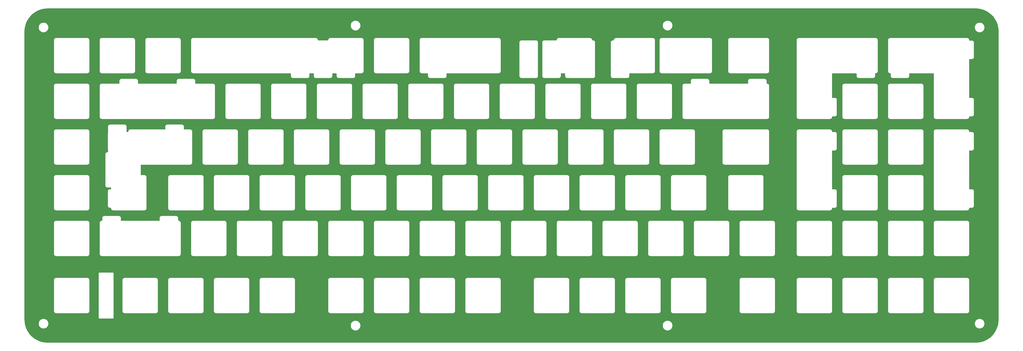
<source format=gbr>
G04 #@! TF.GenerationSoftware,KiCad,Pcbnew,(5.1.4)-1*
G04 #@! TF.CreationDate,2020-02-20T20:20:43+08:00*
G04 #@! TF.ProjectId,FR4_Plate,4652345f-506c-4617-9465-2e6b69636164,rev?*
G04 #@! TF.SameCoordinates,Original*
G04 #@! TF.FileFunction,Copper,L2,Bot*
G04 #@! TF.FilePolarity,Positive*
%FSLAX46Y46*%
G04 Gerber Fmt 4.6, Leading zero omitted, Abs format (unit mm)*
G04 Created by KiCad (PCBNEW (5.1.4)-1) date 2020-02-20 20:20:43*
%MOMM*%
%LPD*%
G04 APERTURE LIST*
%ADD10C,0.254000*%
G04 APERTURE END LIST*
D10*
G36*
X11217931Y119480496D02*
G01*
X12392043Y119256523D01*
X13528825Y118887160D01*
X14610354Y118378230D01*
X15619567Y117737765D01*
X16540554Y116975858D01*
X17358782Y116104533D01*
X18061356Y115137524D01*
X18637186Y114090093D01*
X19077205Y112978732D01*
X19374459Y111821006D01*
X19525216Y110627630D01*
X19544000Y110029932D01*
X19544001Y-10009867D01*
X19467996Y-11217930D01*
X19244021Y-12392045D01*
X18874659Y-13528825D01*
X18365729Y-14610355D01*
X17725258Y-15619575D01*
X16963358Y-16540555D01*
X16092029Y-17358786D01*
X15125023Y-18061356D01*
X14077590Y-18637187D01*
X12966238Y-19077202D01*
X11808505Y-19374459D01*
X10615129Y-19525216D01*
X10017431Y-19544000D01*
X-376722382Y-19544000D01*
X-377930429Y-19467996D01*
X-379104544Y-19244021D01*
X-380241324Y-18874659D01*
X-381322854Y-18365729D01*
X-382332074Y-17725258D01*
X-383253054Y-16963358D01*
X-384071285Y-16092029D01*
X-384773855Y-15125023D01*
X-385349686Y-14077590D01*
X-385789701Y-12966238D01*
X-386086958Y-11808505D01*
X-386124830Y-11508708D01*
X-380572685Y-11508708D01*
X-380572685Y-11930378D01*
X-380490422Y-12343945D01*
X-380329056Y-12733517D01*
X-380094788Y-13084123D01*
X-379796623Y-13382288D01*
X-379446017Y-13616556D01*
X-379056445Y-13777922D01*
X-378642878Y-13860185D01*
X-378221208Y-13860185D01*
X-377807641Y-13777922D01*
X-377418069Y-13616556D01*
X-377067463Y-13382288D01*
X-376769298Y-13084123D01*
X-376535030Y-12733517D01*
X-376373664Y-12343945D01*
X-376367741Y-12314165D01*
X-250522156Y-12314165D01*
X-250522156Y-12735835D01*
X-250439893Y-13149402D01*
X-250278527Y-13538974D01*
X-250044259Y-13889580D01*
X-249746094Y-14187745D01*
X-249395488Y-14422013D01*
X-249005916Y-14583379D01*
X-248592349Y-14665642D01*
X-248170679Y-14665642D01*
X-247757112Y-14583379D01*
X-247367540Y-14422013D01*
X-247016934Y-14187745D01*
X-246718769Y-13889580D01*
X-246484501Y-13538974D01*
X-246323135Y-13149402D01*
X-246240872Y-12735835D01*
X-246240872Y-12314165D01*
X-120471627Y-12314165D01*
X-120471627Y-12735835D01*
X-120389364Y-13149402D01*
X-120227998Y-13538974D01*
X-119993730Y-13889580D01*
X-119695565Y-14187745D01*
X-119344959Y-14422013D01*
X-118955387Y-14583379D01*
X-118541820Y-14665642D01*
X-118120150Y-14665642D01*
X-117706583Y-14583379D01*
X-117317011Y-14422013D01*
X-116966405Y-14187745D01*
X-116668240Y-13889580D01*
X-116433972Y-13538974D01*
X-116272606Y-13149402D01*
X-116190343Y-12735835D01*
X-116190343Y-12314165D01*
X-116272606Y-11900598D01*
X-116433972Y-11511026D01*
X-116435520Y-11508708D01*
X9578901Y-11508708D01*
X9578901Y-11930378D01*
X9661164Y-12343945D01*
X9822530Y-12733517D01*
X10056798Y-13084123D01*
X10354963Y-13382288D01*
X10705569Y-13616556D01*
X11095141Y-13777922D01*
X11508708Y-13860185D01*
X11930378Y-13860185D01*
X12343945Y-13777922D01*
X12733517Y-13616556D01*
X13084123Y-13382288D01*
X13382288Y-13084123D01*
X13616556Y-12733517D01*
X13777922Y-12343945D01*
X13860185Y-11930378D01*
X13860185Y-11508708D01*
X13777922Y-11095141D01*
X13616556Y-10705569D01*
X13382288Y-10354963D01*
X13084123Y-10056798D01*
X12733517Y-9822530D01*
X12343945Y-9661164D01*
X11930378Y-9578901D01*
X11508708Y-9578901D01*
X11095141Y-9661164D01*
X10705569Y-9822530D01*
X10354963Y-10056798D01*
X10056798Y-10354963D01*
X9822530Y-10705569D01*
X9661164Y-11095141D01*
X9578901Y-11508708D01*
X-116435520Y-11508708D01*
X-116668240Y-11160420D01*
X-116966405Y-10862255D01*
X-117317011Y-10627987D01*
X-117706583Y-10466621D01*
X-118120150Y-10384358D01*
X-118541820Y-10384358D01*
X-118955387Y-10466621D01*
X-119344959Y-10627987D01*
X-119695565Y-10862255D01*
X-119993730Y-11160420D01*
X-120227998Y-11511026D01*
X-120389364Y-11900598D01*
X-120471627Y-12314165D01*
X-246240872Y-12314165D01*
X-246323135Y-11900598D01*
X-246484501Y-11511026D01*
X-246718769Y-11160420D01*
X-247016934Y-10862255D01*
X-247367540Y-10627987D01*
X-247757112Y-10466621D01*
X-248170679Y-10384358D01*
X-248592349Y-10384358D01*
X-249005916Y-10466621D01*
X-249395488Y-10627987D01*
X-249746094Y-10862255D01*
X-250044259Y-11160420D01*
X-250278527Y-11511026D01*
X-250439893Y-11900598D01*
X-250522156Y-12314165D01*
X-376367741Y-12314165D01*
X-376291401Y-11930378D01*
X-376291401Y-11508708D01*
X-376373664Y-11095141D01*
X-376535030Y-10705569D01*
X-376769298Y-10354963D01*
X-377067463Y-10056798D01*
X-377418069Y-9822530D01*
X-377807641Y-9661164D01*
X-378221208Y-9578901D01*
X-378642878Y-9578901D01*
X-379056445Y-9661164D01*
X-379446017Y-9822530D01*
X-379796623Y-10056798D01*
X-380094788Y-10354963D01*
X-380329056Y-10705569D01*
X-380490422Y-11095141D01*
X-380572685Y-11508708D01*
X-386124830Y-11508708D01*
X-386237715Y-10615129D01*
X-386256499Y-10017431D01*
X-386256499Y-6523625D01*
X-374193500Y-6523625D01*
X-374191487Y-6544064D01*
X-374191508Y-6547089D01*
X-374190853Y-6553773D01*
X-374180652Y-6650822D01*
X-374171887Y-6693517D01*
X-374163717Y-6736345D01*
X-374161776Y-6742774D01*
X-374132920Y-6835993D01*
X-374116026Y-6876182D01*
X-374099695Y-6916603D01*
X-374096542Y-6922533D01*
X-374050129Y-7008372D01*
X-374025770Y-7044486D01*
X-374001879Y-7080994D01*
X-373997634Y-7086199D01*
X-373935432Y-7161388D01*
X-373904513Y-7192092D01*
X-373873995Y-7223255D01*
X-373868820Y-7227536D01*
X-373793198Y-7289211D01*
X-373756893Y-7313331D01*
X-373720917Y-7337965D01*
X-373715009Y-7341159D01*
X-373628850Y-7386971D01*
X-373588553Y-7403580D01*
X-373548475Y-7420757D01*
X-373542059Y-7422743D01*
X-373448640Y-7450948D01*
X-373405873Y-7459416D01*
X-373363230Y-7468480D01*
X-373356550Y-7469183D01*
X-373259433Y-7478705D01*
X-373259426Y-7478705D01*
X-373236124Y-7481000D01*
X-360188874Y-7481000D01*
X-360168435Y-7478987D01*
X-360165416Y-7479008D01*
X-360158732Y-7478353D01*
X-360061683Y-7468153D01*
X-360018983Y-7459388D01*
X-359976155Y-7451218D01*
X-359969728Y-7449278D01*
X-359969722Y-7449276D01*
X-359876507Y-7420421D01*
X-359836334Y-7403534D01*
X-359795895Y-7387195D01*
X-359789965Y-7384042D01*
X-359704127Y-7337629D01*
X-359667998Y-7313259D01*
X-359631507Y-7289380D01*
X-359626302Y-7285135D01*
X-359551113Y-7222933D01*
X-359520399Y-7192003D01*
X-359489250Y-7161501D01*
X-359484969Y-7156326D01*
X-359423293Y-7080705D01*
X-359399168Y-7044395D01*
X-359374534Y-7008417D01*
X-359371340Y-7002509D01*
X-359325528Y-6916349D01*
X-359308920Y-6876053D01*
X-359291743Y-6835977D01*
X-359289757Y-6829561D01*
X-359261552Y-6736143D01*
X-359253081Y-6693361D01*
X-359244020Y-6650732D01*
X-359243317Y-6644052D01*
X-359233795Y-6546935D01*
X-359233795Y-6546928D01*
X-359231500Y-6523626D01*
X-359231500Y6523625D01*
X-359233513Y6544064D01*
X-359233492Y6547083D01*
X-359234147Y6553767D01*
X-359244347Y6650815D01*
X-359253109Y6693502D01*
X-359261282Y6736344D01*
X-359263223Y6742773D01*
X-359292079Y6835992D01*
X-359308968Y6876168D01*
X-359325305Y6916605D01*
X-359328458Y6922535D01*
X-359374871Y7008372D01*
X-359399241Y7044501D01*
X-359423120Y7080992D01*
X-359427365Y7086197D01*
X-359489567Y7161386D01*
X-359520497Y7192100D01*
X-359550999Y7223249D01*
X-359556174Y7227530D01*
X-359631795Y7289206D01*
X-359668105Y7313331D01*
X-359704083Y7337965D01*
X-359709983Y7341155D01*
X-359709991Y7341159D01*
X-359796152Y7386971D01*
X-359836434Y7403574D01*
X-359876523Y7420756D01*
X-359882939Y7422742D01*
X-359976357Y7450947D01*
X-360019132Y7459417D01*
X-360061768Y7468479D01*
X-360068447Y7469182D01*
X-360165565Y7478704D01*
X-360165583Y7478704D01*
X-360188874Y7480998D01*
X-373236125Y7481000D01*
X-373256564Y7478987D01*
X-373259584Y7479008D01*
X-373266268Y7478353D01*
X-373363316Y7468153D01*
X-373406003Y7459391D01*
X-373448845Y7451218D01*
X-373455274Y7449277D01*
X-373548493Y7420421D01*
X-373588669Y7403532D01*
X-373629106Y7387195D01*
X-373635036Y7384042D01*
X-373720873Y7337629D01*
X-373757002Y7313259D01*
X-373793493Y7289380D01*
X-373798698Y7285135D01*
X-373873887Y7222933D01*
X-373904601Y7192003D01*
X-373935750Y7161501D01*
X-373940031Y7156326D01*
X-374001707Y7080705D01*
X-374025832Y7044395D01*
X-374050466Y7008417D01*
X-374053660Y7002509D01*
X-374099472Y6916348D01*
X-374116075Y6876066D01*
X-374133257Y6835977D01*
X-374135243Y6829561D01*
X-374163448Y6736143D01*
X-374171918Y6693368D01*
X-374180980Y6650732D01*
X-374181683Y6644053D01*
X-374191205Y6546935D01*
X-374191205Y6546917D01*
X-374193499Y6523626D01*
X-374193500Y-6523625D01*
X-386256499Y-6523625D01*
X-386256499Y9250000D01*
X-355578952Y9250000D01*
X-355576625Y9226374D01*
X-355576624Y-9226363D01*
X-355578952Y-9249999D01*
X-355569665Y-9344291D01*
X-355542161Y-9434960D01*
X-355497497Y-9518521D01*
X-355437389Y-9591763D01*
X-355364147Y-9651871D01*
X-355280586Y-9696535D01*
X-355189917Y-9724039D01*
X-355119251Y-9730999D01*
X-355095625Y-9733326D01*
X-355071999Y-9730999D01*
X-349619251Y-9730999D01*
X-349595625Y-9733326D01*
X-349571999Y-9730999D01*
X-349501333Y-9724039D01*
X-349410664Y-9696535D01*
X-349327103Y-9651871D01*
X-349253861Y-9591763D01*
X-349193753Y-9518521D01*
X-349149089Y-9434960D01*
X-349121585Y-9344291D01*
X-349112298Y-9249999D01*
X-349114625Y-9226373D01*
X-349114625Y-6523625D01*
X-345618500Y-6523625D01*
X-345616487Y-6544064D01*
X-345616508Y-6547084D01*
X-345615853Y-6553768D01*
X-345605653Y-6650817D01*
X-345596886Y-6693527D01*
X-345588717Y-6736349D01*
X-345586776Y-6742779D01*
X-345557919Y-6835997D01*
X-345541019Y-6876200D01*
X-345524697Y-6916599D01*
X-345521544Y-6922530D01*
X-345475132Y-7008369D01*
X-345450756Y-7044508D01*
X-345426880Y-7080994D01*
X-345422635Y-7086199D01*
X-345360433Y-7161388D01*
X-345329514Y-7192092D01*
X-345298996Y-7223255D01*
X-345293821Y-7227536D01*
X-345218199Y-7289211D01*
X-345181888Y-7313335D01*
X-345145922Y-7337962D01*
X-345140014Y-7341157D01*
X-345053854Y-7386970D01*
X-345013572Y-7403573D01*
X-344973476Y-7420758D01*
X-344967060Y-7422744D01*
X-344873641Y-7450949D01*
X-344830874Y-7459417D01*
X-344788231Y-7468481D01*
X-344781551Y-7469184D01*
X-344684434Y-7478706D01*
X-344684426Y-7478706D01*
X-344661124Y-7481001D01*
X-331613874Y-7480999D01*
X-331593444Y-7478987D01*
X-331590411Y-7479008D01*
X-331583727Y-7478353D01*
X-331486678Y-7468152D01*
X-331443983Y-7459387D01*
X-331401155Y-7451217D01*
X-331394726Y-7449276D01*
X-331301507Y-7420420D01*
X-331261318Y-7403526D01*
X-331220897Y-7387195D01*
X-331214967Y-7384042D01*
X-331129128Y-7337629D01*
X-331093014Y-7313270D01*
X-331056506Y-7289379D01*
X-331051301Y-7285134D01*
X-330976112Y-7222932D01*
X-330945408Y-7192013D01*
X-330914245Y-7161495D01*
X-330909964Y-7156320D01*
X-330848289Y-7080698D01*
X-330824169Y-7044393D01*
X-330799535Y-7008417D01*
X-330796341Y-7002509D01*
X-330750529Y-6916350D01*
X-330733920Y-6876053D01*
X-330716743Y-6835975D01*
X-330714757Y-6829559D01*
X-330686552Y-6736140D01*
X-330678084Y-6693373D01*
X-330669020Y-6650730D01*
X-330668317Y-6644050D01*
X-330658795Y-6546933D01*
X-330658795Y-6546926D01*
X-330656501Y-6523625D01*
X-326568500Y-6523625D01*
X-326566487Y-6544064D01*
X-326566508Y-6547084D01*
X-326565853Y-6553768D01*
X-326555653Y-6650817D01*
X-326546886Y-6693527D01*
X-326538717Y-6736349D01*
X-326536776Y-6742779D01*
X-326507919Y-6835997D01*
X-326491019Y-6876200D01*
X-326474697Y-6916599D01*
X-326471544Y-6922530D01*
X-326425132Y-7008369D01*
X-326400756Y-7044508D01*
X-326376880Y-7080994D01*
X-326372635Y-7086199D01*
X-326310433Y-7161388D01*
X-326279514Y-7192092D01*
X-326248996Y-7223255D01*
X-326243821Y-7227536D01*
X-326168199Y-7289211D01*
X-326131888Y-7313335D01*
X-326095922Y-7337962D01*
X-326090014Y-7341157D01*
X-326003854Y-7386970D01*
X-325963572Y-7403573D01*
X-325923476Y-7420758D01*
X-325917060Y-7422744D01*
X-325823641Y-7450949D01*
X-325780874Y-7459417D01*
X-325738231Y-7468481D01*
X-325731551Y-7469184D01*
X-325634434Y-7478706D01*
X-325634426Y-7478706D01*
X-325611124Y-7481001D01*
X-312563874Y-7480999D01*
X-312543444Y-7478987D01*
X-312540411Y-7479008D01*
X-312533727Y-7478353D01*
X-312436678Y-7468152D01*
X-312393983Y-7459387D01*
X-312351155Y-7451217D01*
X-312344726Y-7449276D01*
X-312251507Y-7420420D01*
X-312211318Y-7403526D01*
X-312170897Y-7387195D01*
X-312164967Y-7384042D01*
X-312079128Y-7337629D01*
X-312043014Y-7313270D01*
X-312006506Y-7289379D01*
X-312001301Y-7285134D01*
X-311926112Y-7222932D01*
X-311895408Y-7192013D01*
X-311864245Y-7161495D01*
X-311859964Y-7156320D01*
X-311798289Y-7080698D01*
X-311774169Y-7044393D01*
X-311749535Y-7008417D01*
X-311746341Y-7002509D01*
X-311700529Y-6916350D01*
X-311683920Y-6876053D01*
X-311666743Y-6835975D01*
X-311664757Y-6829559D01*
X-311636552Y-6736140D01*
X-311628084Y-6693373D01*
X-311619020Y-6650730D01*
X-311618317Y-6644050D01*
X-311608795Y-6546933D01*
X-311608795Y-6546926D01*
X-311606501Y-6523625D01*
X-307518500Y-6523625D01*
X-307516487Y-6544064D01*
X-307516508Y-6547084D01*
X-307515853Y-6553768D01*
X-307505653Y-6650817D01*
X-307496886Y-6693527D01*
X-307488717Y-6736349D01*
X-307486776Y-6742779D01*
X-307457919Y-6835997D01*
X-307441019Y-6876200D01*
X-307424697Y-6916599D01*
X-307421544Y-6922530D01*
X-307375132Y-7008369D01*
X-307350756Y-7044508D01*
X-307326880Y-7080994D01*
X-307322635Y-7086199D01*
X-307260433Y-7161388D01*
X-307229514Y-7192092D01*
X-307198996Y-7223255D01*
X-307193821Y-7227536D01*
X-307118199Y-7289211D01*
X-307081888Y-7313335D01*
X-307045922Y-7337962D01*
X-307040014Y-7341157D01*
X-306953854Y-7386970D01*
X-306913572Y-7403573D01*
X-306873476Y-7420758D01*
X-306867060Y-7422744D01*
X-306773641Y-7450949D01*
X-306730874Y-7459417D01*
X-306688231Y-7468481D01*
X-306681551Y-7469184D01*
X-306584434Y-7478706D01*
X-306584426Y-7478706D01*
X-306561124Y-7481001D01*
X-293513874Y-7480999D01*
X-293493444Y-7478987D01*
X-293490411Y-7479008D01*
X-293483727Y-7478353D01*
X-293386678Y-7468152D01*
X-293343983Y-7459387D01*
X-293301155Y-7451217D01*
X-293294726Y-7449276D01*
X-293201507Y-7420420D01*
X-293161318Y-7403526D01*
X-293120897Y-7387195D01*
X-293114967Y-7384042D01*
X-293029128Y-7337629D01*
X-292993014Y-7313270D01*
X-292956506Y-7289379D01*
X-292951301Y-7285134D01*
X-292876112Y-7222932D01*
X-292845408Y-7192013D01*
X-292814245Y-7161495D01*
X-292809964Y-7156320D01*
X-292748289Y-7080698D01*
X-292724169Y-7044393D01*
X-292699535Y-7008417D01*
X-292696341Y-7002509D01*
X-292650529Y-6916350D01*
X-292633920Y-6876053D01*
X-292616743Y-6835975D01*
X-292614757Y-6829559D01*
X-292586552Y-6736140D01*
X-292578084Y-6693373D01*
X-292569020Y-6650730D01*
X-292568317Y-6644050D01*
X-292558795Y-6546933D01*
X-292558795Y-6546926D01*
X-292556501Y-6523625D01*
X-288468500Y-6523625D01*
X-288466487Y-6544064D01*
X-288466508Y-6547084D01*
X-288465853Y-6553768D01*
X-288455653Y-6650817D01*
X-288446886Y-6693527D01*
X-288438717Y-6736349D01*
X-288436776Y-6742779D01*
X-288407919Y-6835997D01*
X-288391019Y-6876200D01*
X-288374697Y-6916599D01*
X-288371544Y-6922530D01*
X-288325132Y-7008369D01*
X-288300756Y-7044508D01*
X-288276880Y-7080994D01*
X-288272635Y-7086199D01*
X-288210433Y-7161388D01*
X-288179514Y-7192092D01*
X-288148996Y-7223255D01*
X-288143821Y-7227536D01*
X-288068199Y-7289211D01*
X-288031888Y-7313335D01*
X-287995922Y-7337962D01*
X-287990014Y-7341157D01*
X-287903854Y-7386970D01*
X-287863572Y-7403573D01*
X-287823476Y-7420758D01*
X-287817060Y-7422744D01*
X-287723641Y-7450949D01*
X-287680874Y-7459417D01*
X-287638231Y-7468481D01*
X-287631551Y-7469184D01*
X-287534434Y-7478706D01*
X-287534426Y-7478706D01*
X-287511124Y-7481001D01*
X-274463874Y-7480999D01*
X-274443444Y-7478987D01*
X-274440411Y-7479008D01*
X-274433727Y-7478353D01*
X-274336678Y-7468152D01*
X-274293983Y-7459387D01*
X-274251155Y-7451217D01*
X-274244726Y-7449276D01*
X-274151507Y-7420420D01*
X-274111318Y-7403526D01*
X-274070897Y-7387195D01*
X-274064967Y-7384042D01*
X-273979128Y-7337629D01*
X-273943014Y-7313270D01*
X-273906506Y-7289379D01*
X-273901301Y-7285134D01*
X-273826112Y-7222932D01*
X-273795408Y-7192013D01*
X-273764245Y-7161495D01*
X-273759964Y-7156320D01*
X-273698289Y-7080698D01*
X-273674169Y-7044393D01*
X-273649535Y-7008417D01*
X-273646341Y-7002509D01*
X-273600529Y-6916350D01*
X-273583920Y-6876053D01*
X-273566743Y-6835975D01*
X-273564757Y-6829559D01*
X-273536552Y-6736140D01*
X-273528084Y-6693373D01*
X-273519020Y-6650730D01*
X-273518317Y-6644050D01*
X-273508795Y-6546933D01*
X-273508795Y-6546926D01*
X-273506501Y-6523625D01*
X-259893500Y-6523625D01*
X-259891487Y-6544064D01*
X-259891508Y-6547084D01*
X-259890853Y-6553768D01*
X-259880653Y-6650817D01*
X-259871886Y-6693527D01*
X-259863717Y-6736349D01*
X-259861776Y-6742779D01*
X-259832919Y-6835997D01*
X-259816019Y-6876200D01*
X-259799697Y-6916599D01*
X-259796544Y-6922530D01*
X-259750132Y-7008369D01*
X-259725756Y-7044508D01*
X-259701880Y-7080994D01*
X-259697635Y-7086199D01*
X-259635433Y-7161388D01*
X-259604514Y-7192092D01*
X-259573996Y-7223255D01*
X-259568821Y-7227536D01*
X-259493199Y-7289211D01*
X-259456888Y-7313335D01*
X-259420922Y-7337962D01*
X-259415014Y-7341157D01*
X-259328854Y-7386970D01*
X-259288572Y-7403573D01*
X-259248476Y-7420758D01*
X-259242060Y-7422744D01*
X-259148641Y-7450949D01*
X-259105874Y-7459417D01*
X-259063231Y-7468481D01*
X-259056551Y-7469184D01*
X-258959434Y-7478706D01*
X-258959426Y-7478706D01*
X-258936124Y-7481001D01*
X-245888874Y-7480999D01*
X-245868444Y-7478987D01*
X-245865411Y-7479008D01*
X-245858727Y-7478353D01*
X-245761678Y-7468152D01*
X-245718983Y-7459387D01*
X-245676155Y-7451217D01*
X-245669726Y-7449276D01*
X-245576507Y-7420420D01*
X-245536318Y-7403526D01*
X-245495897Y-7387195D01*
X-245489967Y-7384042D01*
X-245404128Y-7337629D01*
X-245368014Y-7313270D01*
X-245331506Y-7289379D01*
X-245326301Y-7285134D01*
X-245251112Y-7222932D01*
X-245220408Y-7192013D01*
X-245189245Y-7161495D01*
X-245184964Y-7156320D01*
X-245123289Y-7080698D01*
X-245099169Y-7044393D01*
X-245074535Y-7008417D01*
X-245071341Y-7002509D01*
X-245025529Y-6916350D01*
X-245008920Y-6876053D01*
X-244991743Y-6835975D01*
X-244989757Y-6829559D01*
X-244961552Y-6736140D01*
X-244953084Y-6693373D01*
X-244944020Y-6650730D01*
X-244943317Y-6644050D01*
X-244933795Y-6546933D01*
X-244933795Y-6546926D01*
X-244931501Y-6523625D01*
X-240843500Y-6523625D01*
X-240841487Y-6544064D01*
X-240841508Y-6547084D01*
X-240840853Y-6553768D01*
X-240830653Y-6650817D01*
X-240821886Y-6693527D01*
X-240813717Y-6736349D01*
X-240811776Y-6742779D01*
X-240782919Y-6835997D01*
X-240766019Y-6876200D01*
X-240749697Y-6916599D01*
X-240746544Y-6922530D01*
X-240700132Y-7008369D01*
X-240675756Y-7044508D01*
X-240651880Y-7080994D01*
X-240647635Y-7086199D01*
X-240585433Y-7161388D01*
X-240554514Y-7192092D01*
X-240523996Y-7223255D01*
X-240518821Y-7227536D01*
X-240443199Y-7289211D01*
X-240406888Y-7313335D01*
X-240370922Y-7337962D01*
X-240365014Y-7341157D01*
X-240278854Y-7386970D01*
X-240238572Y-7403573D01*
X-240198476Y-7420758D01*
X-240192060Y-7422744D01*
X-240098641Y-7450949D01*
X-240055874Y-7459417D01*
X-240013231Y-7468481D01*
X-240006551Y-7469184D01*
X-239909434Y-7478706D01*
X-239909426Y-7478706D01*
X-239886124Y-7481001D01*
X-226838874Y-7480999D01*
X-226818444Y-7478987D01*
X-226815411Y-7479008D01*
X-226808727Y-7478353D01*
X-226711678Y-7468152D01*
X-226668983Y-7459387D01*
X-226626155Y-7451217D01*
X-226619726Y-7449276D01*
X-226526507Y-7420420D01*
X-226486318Y-7403526D01*
X-226445897Y-7387195D01*
X-226439967Y-7384042D01*
X-226354128Y-7337629D01*
X-226318014Y-7313270D01*
X-226281506Y-7289379D01*
X-226276301Y-7285134D01*
X-226201112Y-7222932D01*
X-226170408Y-7192013D01*
X-226139245Y-7161495D01*
X-226134964Y-7156320D01*
X-226073289Y-7080698D01*
X-226049169Y-7044393D01*
X-226024535Y-7008417D01*
X-226021341Y-7002509D01*
X-225975529Y-6916350D01*
X-225958920Y-6876053D01*
X-225941743Y-6835975D01*
X-225939757Y-6829559D01*
X-225911552Y-6736140D01*
X-225903084Y-6693373D01*
X-225894020Y-6650730D01*
X-225893317Y-6644050D01*
X-225883795Y-6546933D01*
X-225883795Y-6546926D01*
X-225881501Y-6523625D01*
X-221793500Y-6523625D01*
X-221791487Y-6544064D01*
X-221791508Y-6547084D01*
X-221790853Y-6553768D01*
X-221780653Y-6650817D01*
X-221771886Y-6693527D01*
X-221763717Y-6736349D01*
X-221761776Y-6742779D01*
X-221732919Y-6835997D01*
X-221716019Y-6876200D01*
X-221699697Y-6916599D01*
X-221696544Y-6922530D01*
X-221650132Y-7008369D01*
X-221625756Y-7044508D01*
X-221601880Y-7080994D01*
X-221597635Y-7086199D01*
X-221535433Y-7161388D01*
X-221504514Y-7192092D01*
X-221473996Y-7223255D01*
X-221468821Y-7227536D01*
X-221393199Y-7289211D01*
X-221356888Y-7313335D01*
X-221320922Y-7337962D01*
X-221315014Y-7341157D01*
X-221228854Y-7386970D01*
X-221188572Y-7403573D01*
X-221148476Y-7420758D01*
X-221142060Y-7422744D01*
X-221048641Y-7450949D01*
X-221005874Y-7459417D01*
X-220963231Y-7468481D01*
X-220956551Y-7469184D01*
X-220859434Y-7478706D01*
X-220859426Y-7478706D01*
X-220836124Y-7481001D01*
X-207788874Y-7480999D01*
X-207768444Y-7478987D01*
X-207765411Y-7479008D01*
X-207758727Y-7478353D01*
X-207661678Y-7468152D01*
X-207618983Y-7459387D01*
X-207576155Y-7451217D01*
X-207569726Y-7449276D01*
X-207476507Y-7420420D01*
X-207436318Y-7403526D01*
X-207395897Y-7387195D01*
X-207389967Y-7384042D01*
X-207304128Y-7337629D01*
X-207268014Y-7313270D01*
X-207231506Y-7289379D01*
X-207226301Y-7285134D01*
X-207151112Y-7222932D01*
X-207120408Y-7192013D01*
X-207089245Y-7161495D01*
X-207084964Y-7156320D01*
X-207023289Y-7080698D01*
X-206999169Y-7044393D01*
X-206974535Y-7008417D01*
X-206971341Y-7002509D01*
X-206925529Y-6916350D01*
X-206908920Y-6876053D01*
X-206891743Y-6835975D01*
X-206889757Y-6829559D01*
X-206861552Y-6736140D01*
X-206853084Y-6693373D01*
X-206844020Y-6650730D01*
X-206843317Y-6644050D01*
X-206833795Y-6546933D01*
X-206833795Y-6546926D01*
X-206831501Y-6523625D01*
X-202743500Y-6523625D01*
X-202741487Y-6544064D01*
X-202741508Y-6547084D01*
X-202740853Y-6553768D01*
X-202730653Y-6650817D01*
X-202721886Y-6693527D01*
X-202713717Y-6736349D01*
X-202711776Y-6742779D01*
X-202682919Y-6835997D01*
X-202666019Y-6876200D01*
X-202649697Y-6916599D01*
X-202646544Y-6922530D01*
X-202600132Y-7008369D01*
X-202575756Y-7044508D01*
X-202551880Y-7080994D01*
X-202547635Y-7086199D01*
X-202485433Y-7161388D01*
X-202454514Y-7192092D01*
X-202423996Y-7223255D01*
X-202418821Y-7227536D01*
X-202343199Y-7289211D01*
X-202306888Y-7313335D01*
X-202270922Y-7337962D01*
X-202265014Y-7341157D01*
X-202178854Y-7386970D01*
X-202138572Y-7403573D01*
X-202098476Y-7420758D01*
X-202092060Y-7422744D01*
X-201998641Y-7450949D01*
X-201955874Y-7459417D01*
X-201913231Y-7468481D01*
X-201906551Y-7469184D01*
X-201809434Y-7478706D01*
X-201809426Y-7478706D01*
X-201786124Y-7481001D01*
X-188738874Y-7480999D01*
X-188718444Y-7478987D01*
X-188715411Y-7479008D01*
X-188708727Y-7478353D01*
X-188611678Y-7468152D01*
X-188568983Y-7459387D01*
X-188526155Y-7451217D01*
X-188519726Y-7449276D01*
X-188426507Y-7420420D01*
X-188386318Y-7403526D01*
X-188345897Y-7387195D01*
X-188339967Y-7384042D01*
X-188254128Y-7337629D01*
X-188218014Y-7313270D01*
X-188181506Y-7289379D01*
X-188176301Y-7285134D01*
X-188101112Y-7222932D01*
X-188070408Y-7192013D01*
X-188039245Y-7161495D01*
X-188034964Y-7156320D01*
X-187973289Y-7080698D01*
X-187949169Y-7044393D01*
X-187924535Y-7008417D01*
X-187921341Y-7002509D01*
X-187875529Y-6916350D01*
X-187858920Y-6876053D01*
X-187841743Y-6835975D01*
X-187839757Y-6829559D01*
X-187811552Y-6736140D01*
X-187803084Y-6693373D01*
X-187794020Y-6650730D01*
X-187793317Y-6644050D01*
X-187783795Y-6546933D01*
X-187783795Y-6546926D01*
X-187781501Y-6523625D01*
X-174168500Y-6523625D01*
X-174166487Y-6544064D01*
X-174166508Y-6547084D01*
X-174165853Y-6553768D01*
X-174155653Y-6650817D01*
X-174146886Y-6693527D01*
X-174138717Y-6736349D01*
X-174136776Y-6742779D01*
X-174107919Y-6835997D01*
X-174091019Y-6876200D01*
X-174074697Y-6916599D01*
X-174071544Y-6922530D01*
X-174025132Y-7008369D01*
X-174000756Y-7044508D01*
X-173976880Y-7080994D01*
X-173972635Y-7086199D01*
X-173910433Y-7161388D01*
X-173879514Y-7192092D01*
X-173848996Y-7223255D01*
X-173843821Y-7227536D01*
X-173768199Y-7289211D01*
X-173731888Y-7313335D01*
X-173695922Y-7337962D01*
X-173690014Y-7341157D01*
X-173603854Y-7386970D01*
X-173563572Y-7403573D01*
X-173523476Y-7420758D01*
X-173517060Y-7422744D01*
X-173423641Y-7450949D01*
X-173380874Y-7459417D01*
X-173338231Y-7468481D01*
X-173331551Y-7469184D01*
X-173234434Y-7478706D01*
X-173234426Y-7478706D01*
X-173211124Y-7481001D01*
X-160163874Y-7480999D01*
X-160143444Y-7478987D01*
X-160140411Y-7479008D01*
X-160133727Y-7478353D01*
X-160036678Y-7468152D01*
X-159993983Y-7459387D01*
X-159951155Y-7451217D01*
X-159944726Y-7449276D01*
X-159851507Y-7420420D01*
X-159811318Y-7403526D01*
X-159770897Y-7387195D01*
X-159764967Y-7384042D01*
X-159679128Y-7337629D01*
X-159643014Y-7313270D01*
X-159606506Y-7289379D01*
X-159601301Y-7285134D01*
X-159526112Y-7222932D01*
X-159495408Y-7192013D01*
X-159464245Y-7161495D01*
X-159459964Y-7156320D01*
X-159398289Y-7080698D01*
X-159374169Y-7044393D01*
X-159349535Y-7008417D01*
X-159346341Y-7002509D01*
X-159300529Y-6916350D01*
X-159283920Y-6876053D01*
X-159266743Y-6835975D01*
X-159264757Y-6829559D01*
X-159236552Y-6736140D01*
X-159228084Y-6693373D01*
X-159219020Y-6650730D01*
X-159218317Y-6644050D01*
X-159208795Y-6546933D01*
X-159208795Y-6546926D01*
X-159206501Y-6523625D01*
X-155118500Y-6523625D01*
X-155116487Y-6544064D01*
X-155116508Y-6547084D01*
X-155115853Y-6553768D01*
X-155105653Y-6650817D01*
X-155096886Y-6693527D01*
X-155088717Y-6736349D01*
X-155086776Y-6742779D01*
X-155057919Y-6835997D01*
X-155041019Y-6876200D01*
X-155024697Y-6916599D01*
X-155021544Y-6922530D01*
X-154975132Y-7008369D01*
X-154950756Y-7044508D01*
X-154926880Y-7080994D01*
X-154922635Y-7086199D01*
X-154860433Y-7161388D01*
X-154829514Y-7192092D01*
X-154798996Y-7223255D01*
X-154793821Y-7227536D01*
X-154718199Y-7289211D01*
X-154681888Y-7313335D01*
X-154645922Y-7337962D01*
X-154640014Y-7341157D01*
X-154553854Y-7386970D01*
X-154513572Y-7403573D01*
X-154473476Y-7420758D01*
X-154467060Y-7422744D01*
X-154373641Y-7450949D01*
X-154330874Y-7459417D01*
X-154288231Y-7468481D01*
X-154281551Y-7469184D01*
X-154184434Y-7478706D01*
X-154184426Y-7478706D01*
X-154161124Y-7481001D01*
X-141113874Y-7480999D01*
X-141093444Y-7478987D01*
X-141090411Y-7479008D01*
X-141083727Y-7478353D01*
X-140986678Y-7468152D01*
X-140943983Y-7459387D01*
X-140901155Y-7451217D01*
X-140894726Y-7449276D01*
X-140801507Y-7420420D01*
X-140761318Y-7403526D01*
X-140720897Y-7387195D01*
X-140714967Y-7384042D01*
X-140629128Y-7337629D01*
X-140593014Y-7313270D01*
X-140556506Y-7289379D01*
X-140551301Y-7285134D01*
X-140476112Y-7222932D01*
X-140445408Y-7192013D01*
X-140414245Y-7161495D01*
X-140409964Y-7156320D01*
X-140348289Y-7080698D01*
X-140324169Y-7044393D01*
X-140299535Y-7008417D01*
X-140296341Y-7002509D01*
X-140250529Y-6916350D01*
X-140233920Y-6876053D01*
X-140216743Y-6835975D01*
X-140214757Y-6829559D01*
X-140186552Y-6736140D01*
X-140178084Y-6693373D01*
X-140169020Y-6650730D01*
X-140168317Y-6644050D01*
X-140158795Y-6546933D01*
X-140158795Y-6546926D01*
X-140156500Y-6523624D01*
X-140156500Y6523625D01*
X-136068500Y6523625D01*
X-136068499Y-6523626D01*
X-136066487Y-6544055D01*
X-136066508Y-6547084D01*
X-136065853Y-6553768D01*
X-136055653Y-6650817D01*
X-136046888Y-6693517D01*
X-136038718Y-6736345D01*
X-136036778Y-6742771D01*
X-136036777Y-6742775D01*
X-136036776Y-6742778D01*
X-136007921Y-6835993D01*
X-135991034Y-6876166D01*
X-135974695Y-6916605D01*
X-135971542Y-6922535D01*
X-135925129Y-7008373D01*
X-135900759Y-7044502D01*
X-135876880Y-7080993D01*
X-135872635Y-7086198D01*
X-135810433Y-7161387D01*
X-135779503Y-7192101D01*
X-135749001Y-7223250D01*
X-135743826Y-7227531D01*
X-135668205Y-7289207D01*
X-135631895Y-7313332D01*
X-135595917Y-7337966D01*
X-135590009Y-7341160D01*
X-135503849Y-7386972D01*
X-135463553Y-7403580D01*
X-135423477Y-7420757D01*
X-135417061Y-7422743D01*
X-135323643Y-7450948D01*
X-135280861Y-7459419D01*
X-135238232Y-7468480D01*
X-135231552Y-7469183D01*
X-135134435Y-7478705D01*
X-135134428Y-7478705D01*
X-135111126Y-7481000D01*
X-122063873Y-7481000D01*
X-122043434Y-7478987D01*
X-122040410Y-7479008D01*
X-122033726Y-7478353D01*
X-121936677Y-7468152D01*
X-121893982Y-7459387D01*
X-121851154Y-7451217D01*
X-121844725Y-7449276D01*
X-121751506Y-7420420D01*
X-121711333Y-7403533D01*
X-121670894Y-7387194D01*
X-121664964Y-7384041D01*
X-121579126Y-7337628D01*
X-121542997Y-7313258D01*
X-121506506Y-7289379D01*
X-121501301Y-7285134D01*
X-121426112Y-7222932D01*
X-121395393Y-7191998D01*
X-121364247Y-7161497D01*
X-121359966Y-7156322D01*
X-121298291Y-7080702D01*
X-121274172Y-7044399D01*
X-121249534Y-7008416D01*
X-121246340Y-7002508D01*
X-121200528Y-6916348D01*
X-121183920Y-6876052D01*
X-121166743Y-6835976D01*
X-121164757Y-6829560D01*
X-121136552Y-6736142D01*
X-121128081Y-6693360D01*
X-121119020Y-6650731D01*
X-121118317Y-6644051D01*
X-121108795Y-6546934D01*
X-121108795Y-6546927D01*
X-121106500Y-6523625D01*
X-121106500Y6523625D01*
X-117018500Y6523625D01*
X-117018499Y-6523626D01*
X-117016487Y-6544055D01*
X-117016508Y-6547084D01*
X-117015853Y-6553768D01*
X-117005653Y-6650817D01*
X-116996888Y-6693517D01*
X-116988718Y-6736345D01*
X-116986778Y-6742771D01*
X-116986777Y-6742775D01*
X-116986776Y-6742778D01*
X-116957921Y-6835993D01*
X-116941034Y-6876166D01*
X-116924695Y-6916605D01*
X-116921542Y-6922535D01*
X-116875129Y-7008373D01*
X-116850759Y-7044502D01*
X-116826880Y-7080993D01*
X-116822635Y-7086198D01*
X-116760433Y-7161387D01*
X-116729503Y-7192101D01*
X-116699001Y-7223250D01*
X-116693826Y-7227531D01*
X-116618205Y-7289207D01*
X-116581895Y-7313332D01*
X-116545917Y-7337966D01*
X-116540009Y-7341160D01*
X-116453849Y-7386972D01*
X-116413553Y-7403580D01*
X-116373477Y-7420757D01*
X-116367061Y-7422743D01*
X-116273643Y-7450948D01*
X-116230861Y-7459419D01*
X-116188232Y-7468480D01*
X-116181552Y-7469183D01*
X-116084435Y-7478705D01*
X-116084428Y-7478705D01*
X-116061126Y-7481000D01*
X-103013873Y-7481000D01*
X-102993434Y-7478987D01*
X-102990410Y-7479008D01*
X-102983726Y-7478353D01*
X-102886677Y-7468152D01*
X-102843982Y-7459387D01*
X-102801154Y-7451217D01*
X-102794725Y-7449276D01*
X-102701506Y-7420420D01*
X-102661333Y-7403533D01*
X-102620894Y-7387194D01*
X-102614964Y-7384041D01*
X-102529126Y-7337628D01*
X-102492997Y-7313258D01*
X-102456506Y-7289379D01*
X-102451301Y-7285134D01*
X-102376112Y-7222932D01*
X-102345393Y-7191998D01*
X-102314247Y-7161497D01*
X-102309966Y-7156322D01*
X-102248291Y-7080702D01*
X-102224172Y-7044399D01*
X-102199534Y-7008416D01*
X-102196340Y-7002508D01*
X-102150528Y-6916348D01*
X-102133920Y-6876052D01*
X-102116743Y-6835976D01*
X-102114757Y-6829560D01*
X-102086552Y-6736142D01*
X-102078081Y-6693360D01*
X-102069020Y-6650731D01*
X-102068317Y-6644051D01*
X-102058795Y-6546934D01*
X-102058795Y-6546927D01*
X-102056500Y-6523625D01*
X-102056500Y6523625D01*
X-88443500Y6523625D01*
X-88443499Y-6523626D01*
X-88441487Y-6544055D01*
X-88441508Y-6547084D01*
X-88440853Y-6553768D01*
X-88430653Y-6650817D01*
X-88421888Y-6693517D01*
X-88413718Y-6736345D01*
X-88411778Y-6742771D01*
X-88411777Y-6742775D01*
X-88411776Y-6742778D01*
X-88382921Y-6835993D01*
X-88366034Y-6876166D01*
X-88349695Y-6916605D01*
X-88346542Y-6922535D01*
X-88300129Y-7008373D01*
X-88275759Y-7044502D01*
X-88251880Y-7080993D01*
X-88247635Y-7086198D01*
X-88185433Y-7161387D01*
X-88154503Y-7192101D01*
X-88124001Y-7223250D01*
X-88118826Y-7227531D01*
X-88043205Y-7289207D01*
X-88006895Y-7313332D01*
X-87970917Y-7337966D01*
X-87965009Y-7341160D01*
X-87878849Y-7386972D01*
X-87838553Y-7403580D01*
X-87798477Y-7420757D01*
X-87792061Y-7422743D01*
X-87698643Y-7450948D01*
X-87655861Y-7459419D01*
X-87613232Y-7468480D01*
X-87606552Y-7469183D01*
X-87509435Y-7478705D01*
X-87509428Y-7478705D01*
X-87486126Y-7481000D01*
X-74438873Y-7481000D01*
X-74418434Y-7478987D01*
X-74415410Y-7479008D01*
X-74408726Y-7478353D01*
X-74311677Y-7468152D01*
X-74268982Y-7459387D01*
X-74226154Y-7451217D01*
X-74219725Y-7449276D01*
X-74126506Y-7420420D01*
X-74086333Y-7403533D01*
X-74045894Y-7387194D01*
X-74039964Y-7384041D01*
X-73954126Y-7337628D01*
X-73917997Y-7313258D01*
X-73881506Y-7289379D01*
X-73876301Y-7285134D01*
X-73801112Y-7222932D01*
X-73770393Y-7191998D01*
X-73739247Y-7161497D01*
X-73734966Y-7156322D01*
X-73673291Y-7080702D01*
X-73649172Y-7044399D01*
X-73624534Y-7008416D01*
X-73621340Y-7002508D01*
X-73575528Y-6916348D01*
X-73558920Y-6876052D01*
X-73541743Y-6835976D01*
X-73539757Y-6829560D01*
X-73511552Y-6736142D01*
X-73503081Y-6693360D01*
X-73494020Y-6650731D01*
X-73493317Y-6644051D01*
X-73483795Y-6546934D01*
X-73483795Y-6546927D01*
X-73481500Y-6523625D01*
X-73481500Y6523625D01*
X-64631000Y6523625D01*
X-64630999Y-6523626D01*
X-64628987Y-6544055D01*
X-64629008Y-6547084D01*
X-64628353Y-6553768D01*
X-64618153Y-6650817D01*
X-64609388Y-6693517D01*
X-64601218Y-6736345D01*
X-64599278Y-6742771D01*
X-64599277Y-6742775D01*
X-64599276Y-6742778D01*
X-64570421Y-6835993D01*
X-64553534Y-6876166D01*
X-64537195Y-6916605D01*
X-64534042Y-6922535D01*
X-64487629Y-7008373D01*
X-64463259Y-7044502D01*
X-64439380Y-7080993D01*
X-64435135Y-7086198D01*
X-64372933Y-7161387D01*
X-64342003Y-7192101D01*
X-64311501Y-7223250D01*
X-64306326Y-7227531D01*
X-64230705Y-7289207D01*
X-64194395Y-7313332D01*
X-64158417Y-7337966D01*
X-64152509Y-7341160D01*
X-64066349Y-7386972D01*
X-64026053Y-7403580D01*
X-63985977Y-7420757D01*
X-63979561Y-7422743D01*
X-63886143Y-7450948D01*
X-63843361Y-7459419D01*
X-63800732Y-7468480D01*
X-63794052Y-7469183D01*
X-63696935Y-7478705D01*
X-63696928Y-7478705D01*
X-63673626Y-7481000D01*
X-50626373Y-7481000D01*
X-50605934Y-7478987D01*
X-50602910Y-7479008D01*
X-50596226Y-7478353D01*
X-50499177Y-7468152D01*
X-50456482Y-7459387D01*
X-50413654Y-7451217D01*
X-50407225Y-7449276D01*
X-50314006Y-7420420D01*
X-50273833Y-7403533D01*
X-50233394Y-7387194D01*
X-50227464Y-7384041D01*
X-50141626Y-7337628D01*
X-50105497Y-7313258D01*
X-50069006Y-7289379D01*
X-50063801Y-7285134D01*
X-49988612Y-7222932D01*
X-49957893Y-7191998D01*
X-49926747Y-7161497D01*
X-49922466Y-7156322D01*
X-49860791Y-7080702D01*
X-49836672Y-7044399D01*
X-49812034Y-7008416D01*
X-49808840Y-7002508D01*
X-49763028Y-6916348D01*
X-49746420Y-6876052D01*
X-49729243Y-6835976D01*
X-49727257Y-6829560D01*
X-49699052Y-6736142D01*
X-49690581Y-6693360D01*
X-49681520Y-6650731D01*
X-49680817Y-6644051D01*
X-49671295Y-6546934D01*
X-49671295Y-6546927D01*
X-49669000Y-6523625D01*
X-45581000Y-6523625D01*
X-45578987Y-6544064D01*
X-45579008Y-6547084D01*
X-45578353Y-6553768D01*
X-45568153Y-6650817D01*
X-45559388Y-6693517D01*
X-45551218Y-6736345D01*
X-45549278Y-6742771D01*
X-45549277Y-6742775D01*
X-45549276Y-6742778D01*
X-45520421Y-6835993D01*
X-45503534Y-6876166D01*
X-45487195Y-6916605D01*
X-45484042Y-6922535D01*
X-45437629Y-7008373D01*
X-45413259Y-7044502D01*
X-45389380Y-7080993D01*
X-45385135Y-7086198D01*
X-45322933Y-7161387D01*
X-45292003Y-7192101D01*
X-45261501Y-7223250D01*
X-45256326Y-7227531D01*
X-45180705Y-7289207D01*
X-45144395Y-7313332D01*
X-45108417Y-7337966D01*
X-45102509Y-7341160D01*
X-45016349Y-7386972D01*
X-44976053Y-7403580D01*
X-44935977Y-7420757D01*
X-44929561Y-7422743D01*
X-44836143Y-7450948D01*
X-44793361Y-7459419D01*
X-44750732Y-7468480D01*
X-44744052Y-7469183D01*
X-44646935Y-7478705D01*
X-44646928Y-7478705D01*
X-44623626Y-7481000D01*
X-31576373Y-7481000D01*
X-31555934Y-7478987D01*
X-31552915Y-7479008D01*
X-31546231Y-7478353D01*
X-31449182Y-7468153D01*
X-31406482Y-7459388D01*
X-31363654Y-7451218D01*
X-31357227Y-7449278D01*
X-31357221Y-7449276D01*
X-31264006Y-7420421D01*
X-31223833Y-7403534D01*
X-31183394Y-7387195D01*
X-31177464Y-7384042D01*
X-31091626Y-7337629D01*
X-31055497Y-7313259D01*
X-31019006Y-7289380D01*
X-31013801Y-7285135D01*
X-30938612Y-7222933D01*
X-30907898Y-7192003D01*
X-30876749Y-7161501D01*
X-30872468Y-7156326D01*
X-30810792Y-7080705D01*
X-30786667Y-7044395D01*
X-30762033Y-7008417D01*
X-30758839Y-7002509D01*
X-30713027Y-6916349D01*
X-30696419Y-6876053D01*
X-30679242Y-6835977D01*
X-30677256Y-6829561D01*
X-30649051Y-6736143D01*
X-30640580Y-6693361D01*
X-30631519Y-6650732D01*
X-30630816Y-6644052D01*
X-30621294Y-6546935D01*
X-30621294Y-6546928D01*
X-30618999Y-6523626D01*
X-30618999Y6523624D01*
X-26531001Y6523624D01*
X-26530999Y-6523626D01*
X-26528987Y-6544055D01*
X-26529008Y-6547084D01*
X-26528353Y-6553768D01*
X-26518153Y-6650817D01*
X-26509386Y-6693527D01*
X-26501217Y-6736349D01*
X-26499276Y-6742779D01*
X-26470419Y-6835997D01*
X-26453519Y-6876200D01*
X-26437197Y-6916599D01*
X-26434044Y-6922530D01*
X-26387632Y-7008369D01*
X-26363256Y-7044508D01*
X-26339380Y-7080994D01*
X-26335135Y-7086199D01*
X-26272933Y-7161388D01*
X-26242014Y-7192092D01*
X-26211496Y-7223255D01*
X-26206321Y-7227536D01*
X-26130699Y-7289211D01*
X-26094388Y-7313335D01*
X-26058422Y-7337962D01*
X-26052514Y-7341157D01*
X-25966354Y-7386970D01*
X-25926072Y-7403573D01*
X-25885976Y-7420758D01*
X-25879560Y-7422744D01*
X-25786141Y-7450949D01*
X-25743374Y-7459417D01*
X-25700731Y-7468481D01*
X-25694051Y-7469184D01*
X-25596934Y-7478706D01*
X-25596926Y-7478706D01*
X-25573624Y-7481001D01*
X-12526373Y-7480999D01*
X-12505944Y-7478987D01*
X-12502917Y-7479008D01*
X-12496233Y-7478353D01*
X-12399184Y-7468153D01*
X-12356484Y-7459388D01*
X-12313656Y-7451218D01*
X-12307229Y-7449278D01*
X-12307223Y-7449276D01*
X-12214008Y-7420421D01*
X-12173819Y-7403527D01*
X-12133398Y-7387196D01*
X-12127468Y-7384043D01*
X-12041629Y-7337630D01*
X-12005517Y-7313272D01*
X-11969010Y-7289382D01*
X-11963805Y-7285138D01*
X-11888616Y-7222936D01*
X-11857933Y-7192039D01*
X-11826748Y-7161500D01*
X-11822467Y-7156325D01*
X-11760791Y-7080703D01*
X-11736681Y-7044414D01*
X-11712036Y-7008421D01*
X-11708842Y-7002513D01*
X-11663029Y-6916352D01*
X-11646427Y-6876072D01*
X-11629241Y-6835973D01*
X-11627255Y-6829557D01*
X-11599050Y-6736139D01*
X-11590586Y-6693389D01*
X-11581520Y-6650737D01*
X-11580818Y-6644057D01*
X-11571295Y-6546940D01*
X-11571295Y-6546933D01*
X-11568999Y-6523625D01*
X-7481000Y-6523625D01*
X-7478987Y-6544064D01*
X-7479008Y-6547084D01*
X-7478353Y-6553768D01*
X-7468153Y-6650817D01*
X-7459386Y-6693527D01*
X-7451217Y-6736349D01*
X-7449276Y-6742779D01*
X-7420419Y-6835997D01*
X-7403519Y-6876200D01*
X-7387197Y-6916599D01*
X-7384044Y-6922530D01*
X-7337632Y-7008369D01*
X-7313256Y-7044508D01*
X-7289380Y-7080994D01*
X-7285135Y-7086199D01*
X-7222933Y-7161388D01*
X-7192014Y-7192092D01*
X-7161496Y-7223255D01*
X-7156321Y-7227536D01*
X-7080699Y-7289211D01*
X-7044388Y-7313335D01*
X-7008422Y-7337962D01*
X-7002514Y-7341157D01*
X-6916354Y-7386970D01*
X-6876072Y-7403573D01*
X-6835976Y-7420758D01*
X-6829560Y-7422744D01*
X-6736141Y-7450949D01*
X-6693374Y-7459417D01*
X-6650731Y-7468481D01*
X-6644051Y-7469184D01*
X-6546934Y-7478706D01*
X-6546926Y-7478706D01*
X-6523624Y-7481001D01*
X6523626Y-7480999D01*
X6544056Y-7478987D01*
X6547089Y-7479008D01*
X6553773Y-7478353D01*
X6650822Y-7468152D01*
X6693517Y-7459387D01*
X6736345Y-7451217D01*
X6742774Y-7449276D01*
X6835993Y-7420420D01*
X6876182Y-7403526D01*
X6916603Y-7387195D01*
X6922533Y-7384042D01*
X7008372Y-7337629D01*
X7044486Y-7313270D01*
X7080994Y-7289379D01*
X7086199Y-7285134D01*
X7161388Y-7222932D01*
X7192092Y-7192013D01*
X7223255Y-7161495D01*
X7227536Y-7156320D01*
X7289211Y-7080698D01*
X7313331Y-7044393D01*
X7337965Y-7008417D01*
X7341159Y-7002509D01*
X7386971Y-6916350D01*
X7403580Y-6876053D01*
X7420757Y-6835975D01*
X7422743Y-6829559D01*
X7450948Y-6736140D01*
X7459416Y-6693373D01*
X7468480Y-6650730D01*
X7469183Y-6644050D01*
X7478705Y-6546933D01*
X7478705Y-6546926D01*
X7481000Y-6523624D01*
X7481000Y6523625D01*
X7478987Y6544064D01*
X7479008Y6547083D01*
X7478353Y6553767D01*
X7468153Y6650815D01*
X7459389Y6693512D01*
X7451217Y6736348D01*
X7449276Y6742778D01*
X7420419Y6835997D01*
X7403536Y6876156D01*
X7387197Y6916598D01*
X7384044Y6922528D01*
X7337632Y7008368D01*
X7313256Y7044507D01*
X7289380Y7080993D01*
X7285135Y7086198D01*
X7222933Y7161387D01*
X7191994Y7192110D01*
X7161495Y7223254D01*
X7156321Y7227535D01*
X7080699Y7289210D01*
X7044381Y7313339D01*
X7008422Y7337961D01*
X7002515Y7341156D01*
X6916354Y7386969D01*
X6876060Y7403577D01*
X6835976Y7420757D01*
X6829560Y7422743D01*
X6736141Y7450948D01*
X6693380Y7459415D01*
X6650731Y7468480D01*
X6644052Y7469183D01*
X6546934Y7478705D01*
X6546927Y7478705D01*
X6523625Y7481000D01*
X-6523625Y7481000D01*
X-6544064Y7478987D01*
X-6547083Y7479008D01*
X-6553767Y7478353D01*
X-6650815Y7468153D01*
X-6693512Y7459389D01*
X-6736348Y7451217D01*
X-6742778Y7449276D01*
X-6835997Y7420419D01*
X-6876156Y7403536D01*
X-6916598Y7387197D01*
X-6922528Y7384044D01*
X-7008368Y7337632D01*
X-7044507Y7313256D01*
X-7080993Y7289380D01*
X-7086198Y7285135D01*
X-7161387Y7222933D01*
X-7192110Y7191994D01*
X-7223254Y7161495D01*
X-7227535Y7156321D01*
X-7289210Y7080699D01*
X-7313339Y7044381D01*
X-7337961Y7008422D01*
X-7341156Y7002515D01*
X-7386969Y6916354D01*
X-7403577Y6876060D01*
X-7420757Y6835976D01*
X-7422743Y6829560D01*
X-7450948Y6736141D01*
X-7459415Y6693380D01*
X-7468480Y6650731D01*
X-7469183Y6644052D01*
X-7478705Y6546934D01*
X-7478705Y6546916D01*
X-7480999Y6523625D01*
X-7481000Y-6523625D01*
X-11568999Y-6523625D01*
X-11569001Y6523625D01*
X-11571013Y6544054D01*
X-11570992Y6547082D01*
X-11571647Y6553766D01*
X-11581847Y6650814D01*
X-11590609Y6693501D01*
X-11598782Y6736343D01*
X-11600723Y6742772D01*
X-11629579Y6835991D01*
X-11646468Y6876169D01*
X-11662803Y6916599D01*
X-11665956Y6922530D01*
X-11712368Y7008368D01*
X-11736745Y7044509D01*
X-11760616Y7080988D01*
X-11764861Y7086192D01*
X-11764862Y7086194D01*
X-11764868Y7086200D01*
X-11827062Y7161382D01*
X-11857994Y7192099D01*
X-11888497Y7223248D01*
X-11893672Y7227529D01*
X-11969293Y7289205D01*
X-12005608Y7313333D01*
X-12041579Y7337963D01*
X-12047487Y7341157D01*
X-12133647Y7386969D01*
X-12173949Y7403580D01*
X-12214020Y7420755D01*
X-12220436Y7422741D01*
X-12313854Y7450946D01*
X-12356595Y7459409D01*
X-12399260Y7468478D01*
X-12405940Y7469180D01*
X-12503057Y7478703D01*
X-12503070Y7478703D01*
X-12526372Y7480998D01*
X-25573625Y7481000D01*
X-25594064Y7478987D01*
X-25597084Y7479008D01*
X-25603768Y7478353D01*
X-25700816Y7468153D01*
X-25743513Y7459389D01*
X-25786349Y7451217D01*
X-25792779Y7449276D01*
X-25885998Y7420419D01*
X-25926157Y7403536D01*
X-25966599Y7387197D01*
X-25972529Y7384044D01*
X-26058369Y7337632D01*
X-26094508Y7313256D01*
X-26130994Y7289380D01*
X-26136199Y7285135D01*
X-26211388Y7222933D01*
X-26242111Y7191994D01*
X-26273255Y7161495D01*
X-26277536Y7156321D01*
X-26339211Y7080699D01*
X-26363340Y7044381D01*
X-26387962Y7008422D01*
X-26391157Y7002515D01*
X-26436970Y6916354D01*
X-26453578Y6876060D01*
X-26470758Y6835976D01*
X-26472744Y6829560D01*
X-26500949Y6736141D01*
X-26509416Y6693380D01*
X-26518481Y6650731D01*
X-26519184Y6644052D01*
X-26528706Y6546934D01*
X-26528706Y6546926D01*
X-26531001Y6523624D01*
X-30618999Y6523624D01*
X-30618999Y6523625D01*
X-30621012Y6544064D01*
X-30620991Y6547083D01*
X-30621646Y6553767D01*
X-30631846Y6650815D01*
X-30640610Y6693512D01*
X-30648782Y6736348D01*
X-30650723Y6742778D01*
X-30679580Y6835997D01*
X-30696463Y6876156D01*
X-30712802Y6916598D01*
X-30715955Y6922528D01*
X-30762367Y7008368D01*
X-30786743Y7044507D01*
X-30810619Y7080993D01*
X-30814864Y7086198D01*
X-30877066Y7161387D01*
X-30908005Y7192110D01*
X-30938504Y7223254D01*
X-30943678Y7227535D01*
X-31019300Y7289210D01*
X-31055618Y7313339D01*
X-31091577Y7337961D01*
X-31097484Y7341156D01*
X-31183645Y7386969D01*
X-31223939Y7403577D01*
X-31264023Y7420757D01*
X-31270439Y7422743D01*
X-31363858Y7450948D01*
X-31406619Y7459415D01*
X-31449268Y7468480D01*
X-31455947Y7469183D01*
X-31553065Y7478705D01*
X-31553072Y7478705D01*
X-31576374Y7481000D01*
X-44623626Y7481000D01*
X-44644065Y7478987D01*
X-44647084Y7479008D01*
X-44653768Y7478353D01*
X-44750816Y7468153D01*
X-44793503Y7459391D01*
X-44836345Y7451218D01*
X-44842774Y7449277D01*
X-44935993Y7420421D01*
X-44976169Y7403532D01*
X-45016606Y7387195D01*
X-45022536Y7384042D01*
X-45108373Y7337629D01*
X-45144502Y7313259D01*
X-45180993Y7289380D01*
X-45186198Y7285135D01*
X-45261387Y7222933D01*
X-45292101Y7192003D01*
X-45323250Y7161501D01*
X-45327531Y7156326D01*
X-45389207Y7080705D01*
X-45413332Y7044395D01*
X-45437966Y7008417D01*
X-45441160Y7002509D01*
X-45486972Y6916348D01*
X-45503575Y6876066D01*
X-45520757Y6835977D01*
X-45522743Y6829561D01*
X-45550948Y6736143D01*
X-45559418Y6693368D01*
X-45568480Y6650732D01*
X-45569183Y6644053D01*
X-45578705Y6546935D01*
X-45578705Y6546916D01*
X-45580999Y6523625D01*
X-45581000Y-6523625D01*
X-49669000Y-6523625D01*
X-49669000Y6523625D01*
X-49671013Y6544064D01*
X-49670992Y6547083D01*
X-49671647Y6553767D01*
X-49681847Y6650815D01*
X-49690609Y6693502D01*
X-49698782Y6736344D01*
X-49700723Y6742773D01*
X-49729579Y6835992D01*
X-49746467Y6876168D01*
X-49762804Y6916603D01*
X-49765957Y6922533D01*
X-49812370Y7008371D01*
X-49836721Y7044472D01*
X-49860617Y7080990D01*
X-49864862Y7086194D01*
X-49927063Y7161384D01*
X-49958000Y7192105D01*
X-49988501Y7223252D01*
X-49993676Y7227534D01*
X-50069297Y7289208D01*
X-50105602Y7313329D01*
X-50141578Y7337962D01*
X-50147485Y7341157D01*
X-50233647Y7386970D01*
X-50273927Y7403572D01*
X-50314026Y7420758D01*
X-50320442Y7422744D01*
X-50413860Y7450948D01*
X-50456573Y7459405D01*
X-50499262Y7468479D01*
X-50505942Y7469181D01*
X-50603059Y7478704D01*
X-50603061Y7478704D01*
X-50626373Y7481000D01*
X-63673626Y7481000D01*
X-63694065Y7478987D01*
X-63697084Y7479008D01*
X-63703768Y7478353D01*
X-63800816Y7468153D01*
X-63843503Y7459391D01*
X-63886345Y7451218D01*
X-63892774Y7449277D01*
X-63985993Y7420421D01*
X-64026169Y7403532D01*
X-64066606Y7387195D01*
X-64072536Y7384042D01*
X-64158373Y7337629D01*
X-64194502Y7313259D01*
X-64230993Y7289380D01*
X-64236198Y7285135D01*
X-64311387Y7222933D01*
X-64342101Y7192003D01*
X-64373250Y7161501D01*
X-64377531Y7156326D01*
X-64439207Y7080705D01*
X-64463332Y7044395D01*
X-64487966Y7008417D01*
X-64491160Y7002509D01*
X-64536972Y6916348D01*
X-64553575Y6876066D01*
X-64570757Y6835977D01*
X-64572743Y6829561D01*
X-64600948Y6736143D01*
X-64609418Y6693368D01*
X-64618480Y6650732D01*
X-64619183Y6644053D01*
X-64628705Y6546935D01*
X-64628705Y6546927D01*
X-64631000Y6523625D01*
X-73481500Y6523625D01*
X-73483513Y6544064D01*
X-73483492Y6547083D01*
X-73484147Y6553767D01*
X-73494347Y6650815D01*
X-73503109Y6693502D01*
X-73511282Y6736344D01*
X-73513223Y6742773D01*
X-73542079Y6835992D01*
X-73558967Y6876168D01*
X-73575304Y6916603D01*
X-73578457Y6922533D01*
X-73624870Y7008371D01*
X-73649221Y7044472D01*
X-73673117Y7080990D01*
X-73677362Y7086194D01*
X-73739563Y7161384D01*
X-73770500Y7192105D01*
X-73801001Y7223252D01*
X-73806176Y7227534D01*
X-73881797Y7289208D01*
X-73918102Y7313329D01*
X-73954078Y7337962D01*
X-73959985Y7341157D01*
X-74046147Y7386970D01*
X-74086427Y7403572D01*
X-74126526Y7420758D01*
X-74132942Y7422744D01*
X-74226360Y7450948D01*
X-74269073Y7459405D01*
X-74311762Y7468479D01*
X-74318442Y7469181D01*
X-74415559Y7478704D01*
X-74415561Y7478704D01*
X-74438873Y7481000D01*
X-87486126Y7481000D01*
X-87506565Y7478987D01*
X-87509584Y7479008D01*
X-87516268Y7478353D01*
X-87613316Y7468153D01*
X-87656003Y7459391D01*
X-87698845Y7451218D01*
X-87705274Y7449277D01*
X-87798493Y7420421D01*
X-87838669Y7403532D01*
X-87879106Y7387195D01*
X-87885036Y7384042D01*
X-87970873Y7337629D01*
X-88007002Y7313259D01*
X-88043493Y7289380D01*
X-88048698Y7285135D01*
X-88123887Y7222933D01*
X-88154601Y7192003D01*
X-88185750Y7161501D01*
X-88190031Y7156326D01*
X-88251707Y7080705D01*
X-88275832Y7044395D01*
X-88300466Y7008417D01*
X-88303660Y7002509D01*
X-88349472Y6916348D01*
X-88366075Y6876066D01*
X-88383257Y6835977D01*
X-88385243Y6829561D01*
X-88413448Y6736143D01*
X-88421918Y6693368D01*
X-88430980Y6650732D01*
X-88431683Y6644053D01*
X-88441205Y6546935D01*
X-88441205Y6546927D01*
X-88443500Y6523625D01*
X-102056500Y6523625D01*
X-102058513Y6544064D01*
X-102058492Y6547083D01*
X-102059147Y6553767D01*
X-102069347Y6650815D01*
X-102078109Y6693502D01*
X-102086282Y6736344D01*
X-102088223Y6742773D01*
X-102117079Y6835992D01*
X-102133967Y6876168D01*
X-102150304Y6916603D01*
X-102153457Y6922533D01*
X-102199870Y7008371D01*
X-102224221Y7044472D01*
X-102248117Y7080990D01*
X-102252362Y7086194D01*
X-102314563Y7161384D01*
X-102345500Y7192105D01*
X-102376001Y7223252D01*
X-102381176Y7227534D01*
X-102456797Y7289208D01*
X-102493102Y7313329D01*
X-102529078Y7337962D01*
X-102534985Y7341157D01*
X-102621147Y7386970D01*
X-102661427Y7403572D01*
X-102701526Y7420758D01*
X-102707942Y7422744D01*
X-102801360Y7450948D01*
X-102844073Y7459405D01*
X-102886762Y7468479D01*
X-102893442Y7469181D01*
X-102990559Y7478704D01*
X-102990561Y7478704D01*
X-103013873Y7481000D01*
X-116061126Y7481000D01*
X-116081565Y7478987D01*
X-116084584Y7479008D01*
X-116091268Y7478353D01*
X-116188316Y7468153D01*
X-116231003Y7459391D01*
X-116273845Y7451218D01*
X-116280274Y7449277D01*
X-116373493Y7420421D01*
X-116413669Y7403532D01*
X-116454106Y7387195D01*
X-116460036Y7384042D01*
X-116545873Y7337629D01*
X-116582002Y7313259D01*
X-116618493Y7289380D01*
X-116623698Y7285135D01*
X-116698887Y7222933D01*
X-116729601Y7192003D01*
X-116760750Y7161501D01*
X-116765031Y7156326D01*
X-116826707Y7080705D01*
X-116850832Y7044395D01*
X-116875466Y7008417D01*
X-116878660Y7002509D01*
X-116924472Y6916348D01*
X-116941075Y6876066D01*
X-116958257Y6835977D01*
X-116960243Y6829561D01*
X-116988448Y6736143D01*
X-116996918Y6693368D01*
X-117005980Y6650732D01*
X-117006683Y6644053D01*
X-117016205Y6546935D01*
X-117016205Y6546927D01*
X-117018500Y6523625D01*
X-121106500Y6523625D01*
X-121108513Y6544064D01*
X-121108492Y6547083D01*
X-121109147Y6553767D01*
X-121119347Y6650815D01*
X-121128109Y6693502D01*
X-121136282Y6736344D01*
X-121138223Y6742773D01*
X-121167079Y6835992D01*
X-121183967Y6876168D01*
X-121200304Y6916603D01*
X-121203457Y6922533D01*
X-121249870Y7008371D01*
X-121274221Y7044472D01*
X-121298117Y7080990D01*
X-121302362Y7086194D01*
X-121364563Y7161384D01*
X-121395500Y7192105D01*
X-121426001Y7223252D01*
X-121431176Y7227534D01*
X-121506797Y7289208D01*
X-121543102Y7313329D01*
X-121579078Y7337962D01*
X-121584985Y7341157D01*
X-121671147Y7386970D01*
X-121711427Y7403572D01*
X-121751526Y7420758D01*
X-121757942Y7422744D01*
X-121851360Y7450948D01*
X-121894073Y7459405D01*
X-121936762Y7468479D01*
X-121943442Y7469181D01*
X-122040559Y7478704D01*
X-122040561Y7478704D01*
X-122063873Y7481000D01*
X-135111126Y7481000D01*
X-135131565Y7478987D01*
X-135134584Y7479008D01*
X-135141268Y7478353D01*
X-135238316Y7468153D01*
X-135281003Y7459391D01*
X-135323845Y7451218D01*
X-135330274Y7449277D01*
X-135423493Y7420421D01*
X-135463669Y7403532D01*
X-135504106Y7387195D01*
X-135510036Y7384042D01*
X-135595873Y7337629D01*
X-135632002Y7313259D01*
X-135668493Y7289380D01*
X-135673698Y7285135D01*
X-135748887Y7222933D01*
X-135779601Y7192003D01*
X-135810750Y7161501D01*
X-135815031Y7156326D01*
X-135876707Y7080705D01*
X-135900832Y7044395D01*
X-135925466Y7008417D01*
X-135928660Y7002509D01*
X-135974472Y6916348D01*
X-135991075Y6876066D01*
X-136008257Y6835977D01*
X-136010243Y6829561D01*
X-136038448Y6736143D01*
X-136046918Y6693368D01*
X-136055980Y6650732D01*
X-136056683Y6644053D01*
X-136066205Y6546935D01*
X-136066205Y6546927D01*
X-136068500Y6523625D01*
X-140156500Y6523625D01*
X-140158513Y6544064D01*
X-140158492Y6547083D01*
X-140159147Y6553767D01*
X-140169347Y6650815D01*
X-140178111Y6693512D01*
X-140186283Y6736348D01*
X-140188224Y6742778D01*
X-140217081Y6835997D01*
X-140233964Y6876156D01*
X-140250303Y6916598D01*
X-140253456Y6922528D01*
X-140299868Y7008368D01*
X-140324244Y7044507D01*
X-140348120Y7080993D01*
X-140352365Y7086198D01*
X-140414567Y7161387D01*
X-140445506Y7192110D01*
X-140476005Y7223254D01*
X-140481179Y7227535D01*
X-140556801Y7289210D01*
X-140593119Y7313339D01*
X-140629078Y7337961D01*
X-140634985Y7341156D01*
X-140721146Y7386969D01*
X-140761440Y7403577D01*
X-140801524Y7420757D01*
X-140807940Y7422743D01*
X-140901359Y7450948D01*
X-140944120Y7459415D01*
X-140986769Y7468480D01*
X-140993448Y7469183D01*
X-141090566Y7478705D01*
X-141090573Y7478705D01*
X-141113875Y7481000D01*
X-154161125Y7481000D01*
X-154181564Y7478987D01*
X-154184583Y7479008D01*
X-154191267Y7478353D01*
X-154288315Y7468153D01*
X-154331012Y7459389D01*
X-154373848Y7451217D01*
X-154380278Y7449276D01*
X-154473497Y7420419D01*
X-154513656Y7403536D01*
X-154554098Y7387197D01*
X-154560028Y7384044D01*
X-154645868Y7337632D01*
X-154682007Y7313256D01*
X-154718493Y7289380D01*
X-154723698Y7285135D01*
X-154798887Y7222933D01*
X-154829610Y7191994D01*
X-154860754Y7161495D01*
X-154865035Y7156321D01*
X-154926710Y7080699D01*
X-154950839Y7044381D01*
X-154975461Y7008422D01*
X-154978656Y7002515D01*
X-155024469Y6916354D01*
X-155041077Y6876060D01*
X-155058257Y6835976D01*
X-155060243Y6829560D01*
X-155088448Y6736141D01*
X-155096915Y6693380D01*
X-155105980Y6650731D01*
X-155106683Y6644052D01*
X-155116205Y6546934D01*
X-155116205Y6546916D01*
X-155118499Y6523625D01*
X-155118500Y-6523625D01*
X-159206501Y-6523625D01*
X-159206500Y-6523624D01*
X-159206500Y6523625D01*
X-159208513Y6544064D01*
X-159208492Y6547083D01*
X-159209147Y6553767D01*
X-159219347Y6650815D01*
X-159228111Y6693512D01*
X-159236283Y6736348D01*
X-159238224Y6742778D01*
X-159267081Y6835997D01*
X-159283964Y6876156D01*
X-159300303Y6916598D01*
X-159303456Y6922528D01*
X-159349868Y7008368D01*
X-159374244Y7044507D01*
X-159398120Y7080993D01*
X-159402365Y7086198D01*
X-159464567Y7161387D01*
X-159495506Y7192110D01*
X-159526005Y7223254D01*
X-159531179Y7227535D01*
X-159606801Y7289210D01*
X-159643119Y7313339D01*
X-159679078Y7337961D01*
X-159684985Y7341156D01*
X-159771146Y7386969D01*
X-159811440Y7403577D01*
X-159851524Y7420757D01*
X-159857940Y7422743D01*
X-159951359Y7450948D01*
X-159994120Y7459415D01*
X-160036769Y7468480D01*
X-160043448Y7469183D01*
X-160140566Y7478705D01*
X-160140573Y7478705D01*
X-160163875Y7481000D01*
X-173211125Y7481000D01*
X-173231564Y7478987D01*
X-173234583Y7479008D01*
X-173241267Y7478353D01*
X-173338315Y7468153D01*
X-173381012Y7459389D01*
X-173423848Y7451217D01*
X-173430278Y7449276D01*
X-173523497Y7420419D01*
X-173563656Y7403536D01*
X-173604098Y7387197D01*
X-173610028Y7384044D01*
X-173695868Y7337632D01*
X-173732007Y7313256D01*
X-173768493Y7289380D01*
X-173773698Y7285135D01*
X-173848887Y7222933D01*
X-173879610Y7191994D01*
X-173910754Y7161495D01*
X-173915035Y7156321D01*
X-173976710Y7080699D01*
X-174000839Y7044381D01*
X-174025461Y7008422D01*
X-174028656Y7002515D01*
X-174074469Y6916354D01*
X-174091077Y6876060D01*
X-174108257Y6835976D01*
X-174110243Y6829560D01*
X-174138448Y6736141D01*
X-174146915Y6693380D01*
X-174155980Y6650731D01*
X-174156683Y6644052D01*
X-174166205Y6546934D01*
X-174166205Y6546916D01*
X-174168499Y6523625D01*
X-174168500Y-6523625D01*
X-187781501Y-6523625D01*
X-187781500Y-6523624D01*
X-187781500Y6523625D01*
X-187783513Y6544064D01*
X-187783492Y6547083D01*
X-187784147Y6553767D01*
X-187794347Y6650815D01*
X-187803111Y6693512D01*
X-187811283Y6736348D01*
X-187813224Y6742778D01*
X-187842081Y6835997D01*
X-187858964Y6876156D01*
X-187875303Y6916598D01*
X-187878456Y6922528D01*
X-187924868Y7008368D01*
X-187949244Y7044507D01*
X-187973120Y7080993D01*
X-187977365Y7086198D01*
X-188039567Y7161387D01*
X-188070506Y7192110D01*
X-188101005Y7223254D01*
X-188106179Y7227535D01*
X-188181801Y7289210D01*
X-188218119Y7313339D01*
X-188254078Y7337961D01*
X-188259985Y7341156D01*
X-188346146Y7386969D01*
X-188386440Y7403577D01*
X-188426524Y7420757D01*
X-188432940Y7422743D01*
X-188526359Y7450948D01*
X-188569120Y7459415D01*
X-188611769Y7468480D01*
X-188618448Y7469183D01*
X-188715566Y7478705D01*
X-188715573Y7478705D01*
X-188738875Y7481000D01*
X-201786125Y7481000D01*
X-201806564Y7478987D01*
X-201809583Y7479008D01*
X-201816267Y7478353D01*
X-201913315Y7468153D01*
X-201956012Y7459389D01*
X-201998848Y7451217D01*
X-202005278Y7449276D01*
X-202098497Y7420419D01*
X-202138656Y7403536D01*
X-202179098Y7387197D01*
X-202185028Y7384044D01*
X-202270868Y7337632D01*
X-202307007Y7313256D01*
X-202343493Y7289380D01*
X-202348698Y7285135D01*
X-202423887Y7222933D01*
X-202454610Y7191994D01*
X-202485754Y7161495D01*
X-202490035Y7156321D01*
X-202551710Y7080699D01*
X-202575839Y7044381D01*
X-202600461Y7008422D01*
X-202603656Y7002515D01*
X-202649469Y6916354D01*
X-202666077Y6876060D01*
X-202683257Y6835976D01*
X-202685243Y6829560D01*
X-202713448Y6736141D01*
X-202721915Y6693380D01*
X-202730980Y6650731D01*
X-202731683Y6644052D01*
X-202741205Y6546934D01*
X-202741205Y6546916D01*
X-202743499Y6523625D01*
X-202743500Y-6523625D01*
X-206831501Y-6523625D01*
X-206831500Y-6523624D01*
X-206831500Y6523625D01*
X-206833513Y6544064D01*
X-206833492Y6547083D01*
X-206834147Y6553767D01*
X-206844347Y6650815D01*
X-206853111Y6693512D01*
X-206861283Y6736348D01*
X-206863224Y6742778D01*
X-206892081Y6835997D01*
X-206908964Y6876156D01*
X-206925303Y6916598D01*
X-206928456Y6922528D01*
X-206974868Y7008368D01*
X-206999244Y7044507D01*
X-207023120Y7080993D01*
X-207027365Y7086198D01*
X-207089567Y7161387D01*
X-207120506Y7192110D01*
X-207151005Y7223254D01*
X-207156179Y7227535D01*
X-207231801Y7289210D01*
X-207268119Y7313339D01*
X-207304078Y7337961D01*
X-207309985Y7341156D01*
X-207396146Y7386969D01*
X-207436440Y7403577D01*
X-207476524Y7420757D01*
X-207482940Y7422743D01*
X-207576359Y7450948D01*
X-207619120Y7459415D01*
X-207661769Y7468480D01*
X-207668448Y7469183D01*
X-207765566Y7478705D01*
X-207765573Y7478705D01*
X-207788875Y7481000D01*
X-220836125Y7481000D01*
X-220856564Y7478987D01*
X-220859583Y7479008D01*
X-220866267Y7478353D01*
X-220963315Y7468153D01*
X-221006012Y7459389D01*
X-221048848Y7451217D01*
X-221055278Y7449276D01*
X-221148497Y7420419D01*
X-221188656Y7403536D01*
X-221229098Y7387197D01*
X-221235028Y7384044D01*
X-221320868Y7337632D01*
X-221357007Y7313256D01*
X-221393493Y7289380D01*
X-221398698Y7285135D01*
X-221473887Y7222933D01*
X-221504610Y7191994D01*
X-221535754Y7161495D01*
X-221540035Y7156321D01*
X-221601710Y7080699D01*
X-221625839Y7044381D01*
X-221650461Y7008422D01*
X-221653656Y7002515D01*
X-221699469Y6916354D01*
X-221716077Y6876060D01*
X-221733257Y6835976D01*
X-221735243Y6829560D01*
X-221763448Y6736141D01*
X-221771915Y6693380D01*
X-221780980Y6650731D01*
X-221781683Y6644052D01*
X-221791205Y6546934D01*
X-221791205Y6546916D01*
X-221793499Y6523625D01*
X-221793500Y-6523625D01*
X-225881501Y-6523625D01*
X-225881500Y-6523624D01*
X-225881500Y6523625D01*
X-225883513Y6544064D01*
X-225883492Y6547083D01*
X-225884147Y6553767D01*
X-225894347Y6650815D01*
X-225903111Y6693512D01*
X-225911283Y6736348D01*
X-225913224Y6742778D01*
X-225942081Y6835997D01*
X-225958964Y6876156D01*
X-225975303Y6916598D01*
X-225978456Y6922528D01*
X-226024868Y7008368D01*
X-226049244Y7044507D01*
X-226073120Y7080993D01*
X-226077365Y7086198D01*
X-226139567Y7161387D01*
X-226170506Y7192110D01*
X-226201005Y7223254D01*
X-226206179Y7227535D01*
X-226281801Y7289210D01*
X-226318119Y7313339D01*
X-226354078Y7337961D01*
X-226359985Y7341156D01*
X-226446146Y7386969D01*
X-226486440Y7403577D01*
X-226526524Y7420757D01*
X-226532940Y7422743D01*
X-226626359Y7450948D01*
X-226669120Y7459415D01*
X-226711769Y7468480D01*
X-226718448Y7469183D01*
X-226815566Y7478705D01*
X-226815573Y7478705D01*
X-226838875Y7481000D01*
X-239886125Y7481000D01*
X-239906564Y7478987D01*
X-239909583Y7479008D01*
X-239916267Y7478353D01*
X-240013315Y7468153D01*
X-240056012Y7459389D01*
X-240098848Y7451217D01*
X-240105278Y7449276D01*
X-240198497Y7420419D01*
X-240238656Y7403536D01*
X-240279098Y7387197D01*
X-240285028Y7384044D01*
X-240370868Y7337632D01*
X-240407007Y7313256D01*
X-240443493Y7289380D01*
X-240448698Y7285135D01*
X-240523887Y7222933D01*
X-240554610Y7191994D01*
X-240585754Y7161495D01*
X-240590035Y7156321D01*
X-240651710Y7080699D01*
X-240675839Y7044381D01*
X-240700461Y7008422D01*
X-240703656Y7002515D01*
X-240749469Y6916354D01*
X-240766077Y6876060D01*
X-240783257Y6835976D01*
X-240785243Y6829560D01*
X-240813448Y6736141D01*
X-240821915Y6693380D01*
X-240830980Y6650731D01*
X-240831683Y6644052D01*
X-240841205Y6546934D01*
X-240841205Y6546916D01*
X-240843499Y6523625D01*
X-240843500Y-6523625D01*
X-244931501Y-6523625D01*
X-244931500Y-6523624D01*
X-244931500Y6523625D01*
X-244933513Y6544064D01*
X-244933492Y6547083D01*
X-244934147Y6553767D01*
X-244944347Y6650815D01*
X-244953111Y6693512D01*
X-244961283Y6736348D01*
X-244963224Y6742778D01*
X-244992081Y6835997D01*
X-245008964Y6876156D01*
X-245025303Y6916598D01*
X-245028456Y6922528D01*
X-245074868Y7008368D01*
X-245099244Y7044507D01*
X-245123120Y7080993D01*
X-245127365Y7086198D01*
X-245189567Y7161387D01*
X-245220506Y7192110D01*
X-245251005Y7223254D01*
X-245256179Y7227535D01*
X-245331801Y7289210D01*
X-245368119Y7313339D01*
X-245404078Y7337961D01*
X-245409985Y7341156D01*
X-245496146Y7386969D01*
X-245536440Y7403577D01*
X-245576524Y7420757D01*
X-245582940Y7422743D01*
X-245676359Y7450948D01*
X-245719120Y7459415D01*
X-245761769Y7468480D01*
X-245768448Y7469183D01*
X-245865566Y7478705D01*
X-245865573Y7478705D01*
X-245888875Y7481000D01*
X-258936125Y7481000D01*
X-258956564Y7478987D01*
X-258959583Y7479008D01*
X-258966267Y7478353D01*
X-259063315Y7468153D01*
X-259106012Y7459389D01*
X-259148848Y7451217D01*
X-259155278Y7449276D01*
X-259248497Y7420419D01*
X-259288656Y7403536D01*
X-259329098Y7387197D01*
X-259335028Y7384044D01*
X-259420868Y7337632D01*
X-259457007Y7313256D01*
X-259493493Y7289380D01*
X-259498698Y7285135D01*
X-259573887Y7222933D01*
X-259604610Y7191994D01*
X-259635754Y7161495D01*
X-259640035Y7156321D01*
X-259701710Y7080699D01*
X-259725839Y7044381D01*
X-259750461Y7008422D01*
X-259753656Y7002515D01*
X-259799469Y6916354D01*
X-259816077Y6876060D01*
X-259833257Y6835976D01*
X-259835243Y6829560D01*
X-259863448Y6736141D01*
X-259871915Y6693380D01*
X-259880980Y6650731D01*
X-259881683Y6644052D01*
X-259891205Y6546934D01*
X-259891205Y6546916D01*
X-259893499Y6523625D01*
X-259893500Y-6523625D01*
X-273506501Y-6523625D01*
X-273506500Y-6523624D01*
X-273506500Y6523625D01*
X-273508513Y6544064D01*
X-273508492Y6547083D01*
X-273509147Y6553767D01*
X-273519347Y6650815D01*
X-273528111Y6693512D01*
X-273536283Y6736348D01*
X-273538224Y6742778D01*
X-273567081Y6835997D01*
X-273583964Y6876156D01*
X-273600303Y6916598D01*
X-273603456Y6922528D01*
X-273649868Y7008368D01*
X-273674244Y7044507D01*
X-273698120Y7080993D01*
X-273702365Y7086198D01*
X-273764567Y7161387D01*
X-273795506Y7192110D01*
X-273826005Y7223254D01*
X-273831179Y7227535D01*
X-273906801Y7289210D01*
X-273943119Y7313339D01*
X-273979078Y7337961D01*
X-273984985Y7341156D01*
X-274071146Y7386969D01*
X-274111440Y7403577D01*
X-274151524Y7420757D01*
X-274157940Y7422743D01*
X-274251359Y7450948D01*
X-274294120Y7459415D01*
X-274336769Y7468480D01*
X-274343448Y7469183D01*
X-274440566Y7478705D01*
X-274440573Y7478705D01*
X-274463875Y7481000D01*
X-287511125Y7481000D01*
X-287531564Y7478987D01*
X-287534583Y7479008D01*
X-287541267Y7478353D01*
X-287638315Y7468153D01*
X-287681012Y7459389D01*
X-287723848Y7451217D01*
X-287730278Y7449276D01*
X-287823497Y7420419D01*
X-287863656Y7403536D01*
X-287904098Y7387197D01*
X-287910028Y7384044D01*
X-287995868Y7337632D01*
X-288032007Y7313256D01*
X-288068493Y7289380D01*
X-288073698Y7285135D01*
X-288148887Y7222933D01*
X-288179610Y7191994D01*
X-288210754Y7161495D01*
X-288215035Y7156321D01*
X-288276710Y7080699D01*
X-288300839Y7044381D01*
X-288325461Y7008422D01*
X-288328656Y7002515D01*
X-288374469Y6916354D01*
X-288391077Y6876060D01*
X-288408257Y6835976D01*
X-288410243Y6829560D01*
X-288438448Y6736141D01*
X-288446915Y6693380D01*
X-288455980Y6650731D01*
X-288456683Y6644052D01*
X-288466205Y6546934D01*
X-288466205Y6546916D01*
X-288468499Y6523625D01*
X-288468500Y-6523625D01*
X-292556501Y-6523625D01*
X-292556500Y-6523624D01*
X-292556500Y6523625D01*
X-292558513Y6544064D01*
X-292558492Y6547083D01*
X-292559147Y6553767D01*
X-292569347Y6650815D01*
X-292578111Y6693512D01*
X-292586283Y6736348D01*
X-292588224Y6742778D01*
X-292617081Y6835997D01*
X-292633964Y6876156D01*
X-292650303Y6916598D01*
X-292653456Y6922528D01*
X-292699868Y7008368D01*
X-292724244Y7044507D01*
X-292748120Y7080993D01*
X-292752365Y7086198D01*
X-292814567Y7161387D01*
X-292845506Y7192110D01*
X-292876005Y7223254D01*
X-292881179Y7227535D01*
X-292956801Y7289210D01*
X-292993119Y7313339D01*
X-293029078Y7337961D01*
X-293034985Y7341156D01*
X-293121146Y7386969D01*
X-293161440Y7403577D01*
X-293201524Y7420757D01*
X-293207940Y7422743D01*
X-293301359Y7450948D01*
X-293344120Y7459415D01*
X-293386769Y7468480D01*
X-293393448Y7469183D01*
X-293490566Y7478705D01*
X-293490573Y7478705D01*
X-293513875Y7481000D01*
X-306561125Y7481000D01*
X-306581564Y7478987D01*
X-306584583Y7479008D01*
X-306591267Y7478353D01*
X-306688315Y7468153D01*
X-306731012Y7459389D01*
X-306773848Y7451217D01*
X-306780278Y7449276D01*
X-306873497Y7420419D01*
X-306913656Y7403536D01*
X-306954098Y7387197D01*
X-306960028Y7384044D01*
X-307045868Y7337632D01*
X-307082007Y7313256D01*
X-307118493Y7289380D01*
X-307123698Y7285135D01*
X-307198887Y7222933D01*
X-307229610Y7191994D01*
X-307260754Y7161495D01*
X-307265035Y7156321D01*
X-307326710Y7080699D01*
X-307350839Y7044381D01*
X-307375461Y7008422D01*
X-307378656Y7002515D01*
X-307424469Y6916354D01*
X-307441077Y6876060D01*
X-307458257Y6835976D01*
X-307460243Y6829560D01*
X-307488448Y6736141D01*
X-307496915Y6693380D01*
X-307505980Y6650731D01*
X-307506683Y6644052D01*
X-307516205Y6546934D01*
X-307516205Y6546916D01*
X-307518499Y6523625D01*
X-307518500Y-6523625D01*
X-311606501Y-6523625D01*
X-311606500Y-6523624D01*
X-311606500Y6523625D01*
X-311608513Y6544064D01*
X-311608492Y6547083D01*
X-311609147Y6553767D01*
X-311619347Y6650815D01*
X-311628111Y6693512D01*
X-311636283Y6736348D01*
X-311638224Y6742778D01*
X-311667081Y6835997D01*
X-311683964Y6876156D01*
X-311700303Y6916598D01*
X-311703456Y6922528D01*
X-311749868Y7008368D01*
X-311774244Y7044507D01*
X-311798120Y7080993D01*
X-311802365Y7086198D01*
X-311864567Y7161387D01*
X-311895506Y7192110D01*
X-311926005Y7223254D01*
X-311931179Y7227535D01*
X-312006801Y7289210D01*
X-312043119Y7313339D01*
X-312079078Y7337961D01*
X-312084985Y7341156D01*
X-312171146Y7386969D01*
X-312211440Y7403577D01*
X-312251524Y7420757D01*
X-312257940Y7422743D01*
X-312351359Y7450948D01*
X-312394120Y7459415D01*
X-312436769Y7468480D01*
X-312443448Y7469183D01*
X-312540566Y7478705D01*
X-312540573Y7478705D01*
X-312563875Y7481000D01*
X-325611125Y7481000D01*
X-325631564Y7478987D01*
X-325634583Y7479008D01*
X-325641267Y7478353D01*
X-325738315Y7468153D01*
X-325781012Y7459389D01*
X-325823848Y7451217D01*
X-325830278Y7449276D01*
X-325923497Y7420419D01*
X-325963656Y7403536D01*
X-326004098Y7387197D01*
X-326010028Y7384044D01*
X-326095868Y7337632D01*
X-326132007Y7313256D01*
X-326168493Y7289380D01*
X-326173698Y7285135D01*
X-326248887Y7222933D01*
X-326279610Y7191994D01*
X-326310754Y7161495D01*
X-326315035Y7156321D01*
X-326376710Y7080699D01*
X-326400839Y7044381D01*
X-326425461Y7008422D01*
X-326428656Y7002515D01*
X-326474469Y6916354D01*
X-326491077Y6876060D01*
X-326508257Y6835976D01*
X-326510243Y6829560D01*
X-326538448Y6736141D01*
X-326546915Y6693380D01*
X-326555980Y6650731D01*
X-326556683Y6644052D01*
X-326566205Y6546934D01*
X-326566205Y6546916D01*
X-326568499Y6523625D01*
X-326568500Y-6523625D01*
X-330656501Y-6523625D01*
X-330656500Y-6523624D01*
X-330656500Y6523625D01*
X-330658513Y6544064D01*
X-330658492Y6547083D01*
X-330659147Y6553767D01*
X-330669347Y6650815D01*
X-330678111Y6693512D01*
X-330686283Y6736348D01*
X-330688224Y6742778D01*
X-330717081Y6835997D01*
X-330733964Y6876156D01*
X-330750303Y6916598D01*
X-330753456Y6922528D01*
X-330799868Y7008368D01*
X-330824244Y7044507D01*
X-330848120Y7080993D01*
X-330852365Y7086198D01*
X-330914567Y7161387D01*
X-330945506Y7192110D01*
X-330976005Y7223254D01*
X-330981179Y7227535D01*
X-331056801Y7289210D01*
X-331093119Y7313339D01*
X-331129078Y7337961D01*
X-331134985Y7341156D01*
X-331221146Y7386969D01*
X-331261440Y7403577D01*
X-331301524Y7420757D01*
X-331307940Y7422743D01*
X-331401359Y7450948D01*
X-331444120Y7459415D01*
X-331486769Y7468480D01*
X-331493448Y7469183D01*
X-331590566Y7478705D01*
X-331590573Y7478705D01*
X-331613875Y7481000D01*
X-344661125Y7481000D01*
X-344681564Y7478987D01*
X-344684583Y7479008D01*
X-344691267Y7478353D01*
X-344788315Y7468153D01*
X-344831012Y7459389D01*
X-344873848Y7451217D01*
X-344880278Y7449276D01*
X-344973497Y7420419D01*
X-345013656Y7403536D01*
X-345054098Y7387197D01*
X-345060028Y7384044D01*
X-345145868Y7337632D01*
X-345182007Y7313256D01*
X-345218493Y7289380D01*
X-345223698Y7285135D01*
X-345298887Y7222933D01*
X-345329610Y7191994D01*
X-345360754Y7161495D01*
X-345365035Y7156321D01*
X-345426710Y7080699D01*
X-345450839Y7044381D01*
X-345475461Y7008422D01*
X-345478656Y7002515D01*
X-345524469Y6916354D01*
X-345541077Y6876060D01*
X-345558257Y6835976D01*
X-345560243Y6829560D01*
X-345588448Y6736141D01*
X-345596915Y6693380D01*
X-345605980Y6650731D01*
X-345606683Y6644052D01*
X-345616205Y6546934D01*
X-345616205Y6546916D01*
X-345618499Y6523625D01*
X-345618500Y-6523625D01*
X-349114625Y-6523625D01*
X-349114625Y9226374D01*
X-349112298Y9250000D01*
X-349121585Y9344292D01*
X-349149089Y9434961D01*
X-349193753Y9518522D01*
X-349253861Y9591764D01*
X-349327103Y9651872D01*
X-349410664Y9696536D01*
X-349501333Y9724040D01*
X-349571999Y9731000D01*
X-349595625Y9733327D01*
X-349619251Y9731000D01*
X-355071999Y9731000D01*
X-355095625Y9733327D01*
X-355119251Y9731000D01*
X-355189917Y9724040D01*
X-355280586Y9696536D01*
X-355364147Y9651872D01*
X-355437389Y9591764D01*
X-355497497Y9518522D01*
X-355542161Y9434961D01*
X-355569665Y9344292D01*
X-355578952Y9250000D01*
X-386256499Y9250000D01*
X-386256499Y17288875D01*
X-374193500Y17288875D01*
X-374191487Y17268436D01*
X-374191508Y17265416D01*
X-374190853Y17258732D01*
X-374180653Y17161683D01*
X-374171886Y17118973D01*
X-374163717Y17076151D01*
X-374161776Y17069721D01*
X-374132919Y16976503D01*
X-374116019Y16936300D01*
X-374099697Y16895901D01*
X-374096544Y16889970D01*
X-374050132Y16804131D01*
X-374025756Y16767992D01*
X-374001880Y16731506D01*
X-373997635Y16726301D01*
X-373935433Y16651112D01*
X-373904514Y16620408D01*
X-373873996Y16589245D01*
X-373868821Y16584964D01*
X-373793199Y16523289D01*
X-373756888Y16499165D01*
X-373720922Y16474538D01*
X-373715014Y16471343D01*
X-373628854Y16425530D01*
X-373588572Y16408927D01*
X-373548476Y16391742D01*
X-373542060Y16389756D01*
X-373448641Y16361551D01*
X-373405874Y16353083D01*
X-373363231Y16344019D01*
X-373356551Y16343316D01*
X-373259434Y16333794D01*
X-373259426Y16333794D01*
X-373236124Y16331499D01*
X-360188874Y16331501D01*
X-360168444Y16333513D01*
X-360165411Y16333492D01*
X-360158727Y16334147D01*
X-360061678Y16344348D01*
X-360018983Y16353113D01*
X-359976155Y16361283D01*
X-359969726Y16363224D01*
X-359876507Y16392080D01*
X-359836318Y16408974D01*
X-359795897Y16425305D01*
X-359789967Y16428458D01*
X-359704128Y16474871D01*
X-359668014Y16499230D01*
X-359631506Y16523121D01*
X-359626301Y16527366D01*
X-359551112Y16589568D01*
X-359520408Y16620487D01*
X-359489245Y16651005D01*
X-359484964Y16656180D01*
X-359423289Y16731802D01*
X-359399169Y16768107D01*
X-359374535Y16804083D01*
X-359371341Y16809991D01*
X-359325529Y16896150D01*
X-359308920Y16936447D01*
X-359291743Y16976525D01*
X-359289757Y16982941D01*
X-359261552Y17076360D01*
X-359253084Y17119127D01*
X-359244020Y17161770D01*
X-359243317Y17168450D01*
X-359233795Y17265567D01*
X-359233795Y17265574D01*
X-359231500Y17288876D01*
X-359231500Y30336126D01*
X-355143500Y30336126D01*
X-355143498Y17288873D01*
X-355141486Y17268443D01*
X-355141507Y17265410D01*
X-355140852Y17258726D01*
X-355130651Y17161677D01*
X-355121886Y17118982D01*
X-355113716Y17076154D01*
X-355111775Y17069725D01*
X-355082919Y16976506D01*
X-355066032Y16936333D01*
X-355049693Y16895894D01*
X-355046540Y16889964D01*
X-355000127Y16804126D01*
X-354975757Y16767997D01*
X-354951878Y16731506D01*
X-354947633Y16726301D01*
X-354885431Y16651112D01*
X-354854497Y16620393D01*
X-354823996Y16589247D01*
X-354818821Y16584966D01*
X-354743201Y16523291D01*
X-354706898Y16499172D01*
X-354670915Y16474534D01*
X-354665007Y16471340D01*
X-354578847Y16425528D01*
X-354538551Y16408920D01*
X-354498475Y16391743D01*
X-354492059Y16389757D01*
X-354398641Y16361552D01*
X-354355859Y16353081D01*
X-354313230Y16344020D01*
X-354306550Y16343317D01*
X-354209433Y16333795D01*
X-354209426Y16333795D01*
X-354186124Y16331500D01*
X-322088874Y16331500D01*
X-322068435Y16333513D01*
X-322065416Y16333492D01*
X-322058732Y16334147D01*
X-321961683Y16344347D01*
X-321918971Y16353114D01*
X-321876154Y16361282D01*
X-321869724Y16363223D01*
X-321776507Y16392079D01*
X-321736316Y16408974D01*
X-321695902Y16425302D01*
X-321689971Y16428455D01*
X-321604132Y16474867D01*
X-321567993Y16499243D01*
X-321531507Y16523119D01*
X-321526302Y16527364D01*
X-321451113Y16589566D01*
X-321420394Y16620500D01*
X-321389248Y16651001D01*
X-321384967Y16656176D01*
X-321323292Y16731796D01*
X-321299166Y16768109D01*
X-321274539Y16804076D01*
X-321271344Y16809984D01*
X-321225531Y16896144D01*
X-321208932Y16936415D01*
X-321191742Y16976525D01*
X-321189756Y16982941D01*
X-321161551Y17076359D01*
X-321153087Y17119109D01*
X-321144021Y17161761D01*
X-321143319Y17168441D01*
X-321133796Y17265558D01*
X-321133796Y17265560D01*
X-321131500Y17288872D01*
X-321131500Y17288875D01*
X-317043500Y17288875D01*
X-317041487Y17268436D01*
X-317041508Y17265416D01*
X-317040853Y17258732D01*
X-317030653Y17161683D01*
X-317021886Y17118973D01*
X-317013717Y17076151D01*
X-317011776Y17069721D01*
X-316982919Y16976503D01*
X-316966019Y16936300D01*
X-316949697Y16895901D01*
X-316946544Y16889970D01*
X-316900132Y16804131D01*
X-316875756Y16767992D01*
X-316851880Y16731506D01*
X-316847635Y16726301D01*
X-316785433Y16651112D01*
X-316754514Y16620408D01*
X-316723996Y16589245D01*
X-316718821Y16584964D01*
X-316643199Y16523289D01*
X-316606888Y16499165D01*
X-316570922Y16474538D01*
X-316565014Y16471343D01*
X-316478854Y16425530D01*
X-316438572Y16408927D01*
X-316398476Y16391742D01*
X-316392060Y16389756D01*
X-316298641Y16361551D01*
X-316255874Y16353083D01*
X-316213231Y16344019D01*
X-316206551Y16343316D01*
X-316109434Y16333794D01*
X-316109426Y16333794D01*
X-316086124Y16331499D01*
X-303038874Y16331501D01*
X-303018444Y16333513D01*
X-303015411Y16333492D01*
X-303008727Y16334147D01*
X-302911678Y16344348D01*
X-302868983Y16353113D01*
X-302826155Y16361283D01*
X-302819726Y16363224D01*
X-302726507Y16392080D01*
X-302686318Y16408974D01*
X-302645897Y16425305D01*
X-302639967Y16428458D01*
X-302554128Y16474871D01*
X-302518014Y16499230D01*
X-302481506Y16523121D01*
X-302476301Y16527366D01*
X-302401112Y16589568D01*
X-302370408Y16620487D01*
X-302339245Y16651005D01*
X-302334964Y16656180D01*
X-302273289Y16731802D01*
X-302249169Y16768107D01*
X-302224535Y16804083D01*
X-302221341Y16809991D01*
X-302175529Y16896150D01*
X-302158920Y16936447D01*
X-302141743Y16976525D01*
X-302139757Y16982941D01*
X-302111552Y17076360D01*
X-302103084Y17119127D01*
X-302094020Y17161770D01*
X-302093317Y17168450D01*
X-302083795Y17265567D01*
X-302083795Y17265574D01*
X-302081501Y17288875D01*
X-297993500Y17288875D01*
X-297991487Y17268436D01*
X-297991508Y17265416D01*
X-297990853Y17258732D01*
X-297980653Y17161683D01*
X-297971886Y17118973D01*
X-297963717Y17076151D01*
X-297961776Y17069721D01*
X-297932919Y16976503D01*
X-297916019Y16936300D01*
X-297899697Y16895901D01*
X-297896544Y16889970D01*
X-297850132Y16804131D01*
X-297825756Y16767992D01*
X-297801880Y16731506D01*
X-297797635Y16726301D01*
X-297735433Y16651112D01*
X-297704514Y16620408D01*
X-297673996Y16589245D01*
X-297668821Y16584964D01*
X-297593199Y16523289D01*
X-297556888Y16499165D01*
X-297520922Y16474538D01*
X-297515014Y16471343D01*
X-297428854Y16425530D01*
X-297388572Y16408927D01*
X-297348476Y16391742D01*
X-297342060Y16389756D01*
X-297248641Y16361551D01*
X-297205874Y16353083D01*
X-297163231Y16344019D01*
X-297156551Y16343316D01*
X-297059434Y16333794D01*
X-297059426Y16333794D01*
X-297036124Y16331499D01*
X-283988874Y16331501D01*
X-283968444Y16333513D01*
X-283965411Y16333492D01*
X-283958727Y16334147D01*
X-283861678Y16344348D01*
X-283818983Y16353113D01*
X-283776155Y16361283D01*
X-283769726Y16363224D01*
X-283676507Y16392080D01*
X-283636318Y16408974D01*
X-283595897Y16425305D01*
X-283589967Y16428458D01*
X-283504128Y16474871D01*
X-283468014Y16499230D01*
X-283431506Y16523121D01*
X-283426301Y16527366D01*
X-283351112Y16589568D01*
X-283320408Y16620487D01*
X-283289245Y16651005D01*
X-283284964Y16656180D01*
X-283223289Y16731802D01*
X-283199169Y16768107D01*
X-283174535Y16804083D01*
X-283171341Y16809991D01*
X-283125529Y16896150D01*
X-283108920Y16936447D01*
X-283091743Y16976525D01*
X-283089757Y16982941D01*
X-283061552Y17076360D01*
X-283053084Y17119127D01*
X-283044020Y17161770D01*
X-283043317Y17168450D01*
X-283033795Y17265567D01*
X-283033795Y17265574D01*
X-283031501Y17288875D01*
X-278943500Y17288875D01*
X-278941487Y17268436D01*
X-278941508Y17265416D01*
X-278940853Y17258732D01*
X-278930653Y17161683D01*
X-278921886Y17118973D01*
X-278913717Y17076151D01*
X-278911776Y17069721D01*
X-278882919Y16976503D01*
X-278866019Y16936300D01*
X-278849697Y16895901D01*
X-278846544Y16889970D01*
X-278800132Y16804131D01*
X-278775756Y16767992D01*
X-278751880Y16731506D01*
X-278747635Y16726301D01*
X-278685433Y16651112D01*
X-278654514Y16620408D01*
X-278623996Y16589245D01*
X-278618821Y16584964D01*
X-278543199Y16523289D01*
X-278506888Y16499165D01*
X-278470922Y16474538D01*
X-278465014Y16471343D01*
X-278378854Y16425530D01*
X-278338572Y16408927D01*
X-278298476Y16391742D01*
X-278292060Y16389756D01*
X-278198641Y16361551D01*
X-278155874Y16353083D01*
X-278113231Y16344019D01*
X-278106551Y16343316D01*
X-278009434Y16333794D01*
X-278009426Y16333794D01*
X-277986124Y16331499D01*
X-264938874Y16331501D01*
X-264918444Y16333513D01*
X-264915411Y16333492D01*
X-264908727Y16334147D01*
X-264811678Y16344348D01*
X-264768983Y16353113D01*
X-264726155Y16361283D01*
X-264719726Y16363224D01*
X-264626507Y16392080D01*
X-264586318Y16408974D01*
X-264545897Y16425305D01*
X-264539967Y16428458D01*
X-264454128Y16474871D01*
X-264418014Y16499230D01*
X-264381506Y16523121D01*
X-264376301Y16527366D01*
X-264301112Y16589568D01*
X-264270408Y16620487D01*
X-264239245Y16651005D01*
X-264234964Y16656180D01*
X-264173289Y16731802D01*
X-264149169Y16768107D01*
X-264124535Y16804083D01*
X-264121341Y16809991D01*
X-264075529Y16896150D01*
X-264058920Y16936447D01*
X-264041743Y16976525D01*
X-264039757Y16982941D01*
X-264011552Y17076360D01*
X-264003084Y17119127D01*
X-263994020Y17161770D01*
X-263993317Y17168450D01*
X-263983795Y17265567D01*
X-263983795Y17265574D01*
X-263981501Y17288875D01*
X-259893500Y17288875D01*
X-259891487Y17268436D01*
X-259891508Y17265416D01*
X-259890853Y17258732D01*
X-259880653Y17161683D01*
X-259871886Y17118973D01*
X-259863717Y17076151D01*
X-259861776Y17069721D01*
X-259832919Y16976503D01*
X-259816019Y16936300D01*
X-259799697Y16895901D01*
X-259796544Y16889970D01*
X-259750132Y16804131D01*
X-259725756Y16767992D01*
X-259701880Y16731506D01*
X-259697635Y16726301D01*
X-259635433Y16651112D01*
X-259604514Y16620408D01*
X-259573996Y16589245D01*
X-259568821Y16584964D01*
X-259493199Y16523289D01*
X-259456888Y16499165D01*
X-259420922Y16474538D01*
X-259415014Y16471343D01*
X-259328854Y16425530D01*
X-259288572Y16408927D01*
X-259248476Y16391742D01*
X-259242060Y16389756D01*
X-259148641Y16361551D01*
X-259105874Y16353083D01*
X-259063231Y16344019D01*
X-259056551Y16343316D01*
X-258959434Y16333794D01*
X-258959426Y16333794D01*
X-258936124Y16331499D01*
X-245888874Y16331501D01*
X-245868444Y16333513D01*
X-245865411Y16333492D01*
X-245858727Y16334147D01*
X-245761678Y16344348D01*
X-245718983Y16353113D01*
X-245676155Y16361283D01*
X-245669726Y16363224D01*
X-245576507Y16392080D01*
X-245536318Y16408974D01*
X-245495897Y16425305D01*
X-245489967Y16428458D01*
X-245404128Y16474871D01*
X-245368014Y16499230D01*
X-245331506Y16523121D01*
X-245326301Y16527366D01*
X-245251112Y16589568D01*
X-245220408Y16620487D01*
X-245189245Y16651005D01*
X-245184964Y16656180D01*
X-245123289Y16731802D01*
X-245099169Y16768107D01*
X-245074535Y16804083D01*
X-245071341Y16809991D01*
X-245025529Y16896150D01*
X-245008920Y16936447D01*
X-244991743Y16976525D01*
X-244989757Y16982941D01*
X-244961552Y17076360D01*
X-244953084Y17119127D01*
X-244944020Y17161770D01*
X-244943317Y17168450D01*
X-244933795Y17265567D01*
X-244933795Y17265574D01*
X-244931501Y17288875D01*
X-240843500Y17288875D01*
X-240841487Y17268436D01*
X-240841508Y17265416D01*
X-240840853Y17258732D01*
X-240830653Y17161683D01*
X-240821886Y17118973D01*
X-240813717Y17076151D01*
X-240811776Y17069721D01*
X-240782919Y16976503D01*
X-240766019Y16936300D01*
X-240749697Y16895901D01*
X-240746544Y16889970D01*
X-240700132Y16804131D01*
X-240675756Y16767992D01*
X-240651880Y16731506D01*
X-240647635Y16726301D01*
X-240585433Y16651112D01*
X-240554514Y16620408D01*
X-240523996Y16589245D01*
X-240518821Y16584964D01*
X-240443199Y16523289D01*
X-240406888Y16499165D01*
X-240370922Y16474538D01*
X-240365014Y16471343D01*
X-240278854Y16425530D01*
X-240238572Y16408927D01*
X-240198476Y16391742D01*
X-240192060Y16389756D01*
X-240098641Y16361551D01*
X-240055874Y16353083D01*
X-240013231Y16344019D01*
X-240006551Y16343316D01*
X-239909434Y16333794D01*
X-239909426Y16333794D01*
X-239886124Y16331499D01*
X-226838874Y16331501D01*
X-226818444Y16333513D01*
X-226815411Y16333492D01*
X-226808727Y16334147D01*
X-226711678Y16344348D01*
X-226668983Y16353113D01*
X-226626155Y16361283D01*
X-226619726Y16363224D01*
X-226526507Y16392080D01*
X-226486318Y16408974D01*
X-226445897Y16425305D01*
X-226439967Y16428458D01*
X-226354128Y16474871D01*
X-226318014Y16499230D01*
X-226281506Y16523121D01*
X-226276301Y16527366D01*
X-226201112Y16589568D01*
X-226170408Y16620487D01*
X-226139245Y16651005D01*
X-226134964Y16656180D01*
X-226073289Y16731802D01*
X-226049169Y16768107D01*
X-226024535Y16804083D01*
X-226021341Y16809991D01*
X-225975529Y16896150D01*
X-225958920Y16936447D01*
X-225941743Y16976525D01*
X-225939757Y16982941D01*
X-225911552Y17076360D01*
X-225903084Y17119127D01*
X-225894020Y17161770D01*
X-225893317Y17168450D01*
X-225883795Y17265567D01*
X-225883795Y17265574D01*
X-225881501Y17288875D01*
X-221793500Y17288875D01*
X-221791487Y17268436D01*
X-221791508Y17265416D01*
X-221790853Y17258732D01*
X-221780653Y17161683D01*
X-221771886Y17118973D01*
X-221763717Y17076151D01*
X-221761776Y17069721D01*
X-221732919Y16976503D01*
X-221716019Y16936300D01*
X-221699697Y16895901D01*
X-221696544Y16889970D01*
X-221650132Y16804131D01*
X-221625756Y16767992D01*
X-221601880Y16731506D01*
X-221597635Y16726301D01*
X-221535433Y16651112D01*
X-221504514Y16620408D01*
X-221473996Y16589245D01*
X-221468821Y16584964D01*
X-221393199Y16523289D01*
X-221356888Y16499165D01*
X-221320922Y16474538D01*
X-221315014Y16471343D01*
X-221228854Y16425530D01*
X-221188572Y16408927D01*
X-221148476Y16391742D01*
X-221142060Y16389756D01*
X-221048641Y16361551D01*
X-221005874Y16353083D01*
X-220963231Y16344019D01*
X-220956551Y16343316D01*
X-220859434Y16333794D01*
X-220859426Y16333794D01*
X-220836124Y16331499D01*
X-207788874Y16331501D01*
X-207768444Y16333513D01*
X-207765411Y16333492D01*
X-207758727Y16334147D01*
X-207661678Y16344348D01*
X-207618983Y16353113D01*
X-207576155Y16361283D01*
X-207569726Y16363224D01*
X-207476507Y16392080D01*
X-207436318Y16408974D01*
X-207395897Y16425305D01*
X-207389967Y16428458D01*
X-207304128Y16474871D01*
X-207268014Y16499230D01*
X-207231506Y16523121D01*
X-207226301Y16527366D01*
X-207151112Y16589568D01*
X-207120408Y16620487D01*
X-207089245Y16651005D01*
X-207084964Y16656180D01*
X-207023289Y16731802D01*
X-206999169Y16768107D01*
X-206974535Y16804083D01*
X-206971341Y16809991D01*
X-206925529Y16896150D01*
X-206908920Y16936447D01*
X-206891743Y16976525D01*
X-206889757Y16982941D01*
X-206861552Y17076360D01*
X-206853084Y17119127D01*
X-206844020Y17161770D01*
X-206843317Y17168450D01*
X-206833795Y17265567D01*
X-206833795Y17265574D01*
X-206831501Y17288875D01*
X-202743500Y17288875D01*
X-202741487Y17268436D01*
X-202741508Y17265416D01*
X-202740853Y17258732D01*
X-202730653Y17161683D01*
X-202721886Y17118973D01*
X-202713717Y17076151D01*
X-202711776Y17069721D01*
X-202682919Y16976503D01*
X-202666019Y16936300D01*
X-202649697Y16895901D01*
X-202646544Y16889970D01*
X-202600132Y16804131D01*
X-202575756Y16767992D01*
X-202551880Y16731506D01*
X-202547635Y16726301D01*
X-202485433Y16651112D01*
X-202454514Y16620408D01*
X-202423996Y16589245D01*
X-202418821Y16584964D01*
X-202343199Y16523289D01*
X-202306888Y16499165D01*
X-202270922Y16474538D01*
X-202265014Y16471343D01*
X-202178854Y16425530D01*
X-202138572Y16408927D01*
X-202098476Y16391742D01*
X-202092060Y16389756D01*
X-201998641Y16361551D01*
X-201955874Y16353083D01*
X-201913231Y16344019D01*
X-201906551Y16343316D01*
X-201809434Y16333794D01*
X-201809426Y16333794D01*
X-201786124Y16331499D01*
X-188738874Y16331501D01*
X-188718444Y16333513D01*
X-188715411Y16333492D01*
X-188708727Y16334147D01*
X-188611678Y16344348D01*
X-188568983Y16353113D01*
X-188526155Y16361283D01*
X-188519726Y16363224D01*
X-188426507Y16392080D01*
X-188386318Y16408974D01*
X-188345897Y16425305D01*
X-188339967Y16428458D01*
X-188254128Y16474871D01*
X-188218014Y16499230D01*
X-188181506Y16523121D01*
X-188176301Y16527366D01*
X-188101112Y16589568D01*
X-188070408Y16620487D01*
X-188039245Y16651005D01*
X-188034964Y16656180D01*
X-187973289Y16731802D01*
X-187949169Y16768107D01*
X-187924535Y16804083D01*
X-187921341Y16809991D01*
X-187875529Y16896150D01*
X-187858920Y16936447D01*
X-187841743Y16976525D01*
X-187839757Y16982941D01*
X-187811552Y17076360D01*
X-187803084Y17119127D01*
X-187794020Y17161770D01*
X-187793317Y17168450D01*
X-187783795Y17265567D01*
X-187783795Y17265574D01*
X-187781501Y17288875D01*
X-183693500Y17288875D01*
X-183691487Y17268436D01*
X-183691508Y17265416D01*
X-183690853Y17258732D01*
X-183680653Y17161683D01*
X-183671886Y17118973D01*
X-183663717Y17076151D01*
X-183661776Y17069721D01*
X-183632919Y16976503D01*
X-183616019Y16936300D01*
X-183599697Y16895901D01*
X-183596544Y16889970D01*
X-183550132Y16804131D01*
X-183525756Y16767992D01*
X-183501880Y16731506D01*
X-183497635Y16726301D01*
X-183435433Y16651112D01*
X-183404514Y16620408D01*
X-183373996Y16589245D01*
X-183368821Y16584964D01*
X-183293199Y16523289D01*
X-183256888Y16499165D01*
X-183220922Y16474538D01*
X-183215014Y16471343D01*
X-183128854Y16425530D01*
X-183088572Y16408927D01*
X-183048476Y16391742D01*
X-183042060Y16389756D01*
X-182948641Y16361551D01*
X-182905874Y16353083D01*
X-182863231Y16344019D01*
X-182856551Y16343316D01*
X-182759434Y16333794D01*
X-182759426Y16333794D01*
X-182736124Y16331499D01*
X-169688874Y16331501D01*
X-169668444Y16333513D01*
X-169665411Y16333492D01*
X-169658727Y16334147D01*
X-169561678Y16344348D01*
X-169518983Y16353113D01*
X-169476155Y16361283D01*
X-169469726Y16363224D01*
X-169376507Y16392080D01*
X-169336318Y16408974D01*
X-169295897Y16425305D01*
X-169289967Y16428458D01*
X-169204128Y16474871D01*
X-169168014Y16499230D01*
X-169131506Y16523121D01*
X-169126301Y16527366D01*
X-169051112Y16589568D01*
X-169020408Y16620487D01*
X-168989245Y16651005D01*
X-168984964Y16656180D01*
X-168923289Y16731802D01*
X-168899169Y16768107D01*
X-168874535Y16804083D01*
X-168871341Y16809991D01*
X-168825529Y16896150D01*
X-168808920Y16936447D01*
X-168791743Y16976525D01*
X-168789757Y16982941D01*
X-168761552Y17076360D01*
X-168753084Y17119127D01*
X-168744020Y17161770D01*
X-168743317Y17168450D01*
X-168733795Y17265567D01*
X-168733795Y17265574D01*
X-168731501Y17288875D01*
X-164643500Y17288875D01*
X-164641487Y17268436D01*
X-164641508Y17265416D01*
X-164640853Y17258732D01*
X-164630653Y17161683D01*
X-164621886Y17118973D01*
X-164613717Y17076151D01*
X-164611776Y17069721D01*
X-164582919Y16976503D01*
X-164566019Y16936300D01*
X-164549697Y16895901D01*
X-164546544Y16889970D01*
X-164500132Y16804131D01*
X-164475756Y16767992D01*
X-164451880Y16731506D01*
X-164447635Y16726301D01*
X-164385433Y16651112D01*
X-164354514Y16620408D01*
X-164323996Y16589245D01*
X-164318821Y16584964D01*
X-164243199Y16523289D01*
X-164206888Y16499165D01*
X-164170922Y16474538D01*
X-164165014Y16471343D01*
X-164078854Y16425530D01*
X-164038572Y16408927D01*
X-163998476Y16391742D01*
X-163992060Y16389756D01*
X-163898641Y16361551D01*
X-163855874Y16353083D01*
X-163813231Y16344019D01*
X-163806551Y16343316D01*
X-163709434Y16333794D01*
X-163709426Y16333794D01*
X-163686124Y16331499D01*
X-150638874Y16331501D01*
X-150618444Y16333513D01*
X-150615411Y16333492D01*
X-150608727Y16334147D01*
X-150511678Y16344348D01*
X-150468983Y16353113D01*
X-150426155Y16361283D01*
X-150419726Y16363224D01*
X-150326507Y16392080D01*
X-150286318Y16408974D01*
X-150245897Y16425305D01*
X-150239967Y16428458D01*
X-150154128Y16474871D01*
X-150118014Y16499230D01*
X-150081506Y16523121D01*
X-150076301Y16527366D01*
X-150001112Y16589568D01*
X-149970408Y16620487D01*
X-149939245Y16651005D01*
X-149934964Y16656180D01*
X-149873289Y16731802D01*
X-149849169Y16768107D01*
X-149824535Y16804083D01*
X-149821341Y16809991D01*
X-149775529Y16896150D01*
X-149758920Y16936447D01*
X-149741743Y16976525D01*
X-149739757Y16982941D01*
X-149711552Y17076360D01*
X-149703084Y17119127D01*
X-149694020Y17161770D01*
X-149693317Y17168450D01*
X-149683795Y17265567D01*
X-149683795Y17265574D01*
X-149681501Y17288875D01*
X-145593500Y17288875D01*
X-145591487Y17268436D01*
X-145591508Y17265416D01*
X-145590853Y17258732D01*
X-145580653Y17161683D01*
X-145571886Y17118973D01*
X-145563717Y17076151D01*
X-145561776Y17069721D01*
X-145532919Y16976503D01*
X-145516019Y16936300D01*
X-145499697Y16895901D01*
X-145496544Y16889970D01*
X-145450132Y16804131D01*
X-145425756Y16767992D01*
X-145401880Y16731506D01*
X-145397635Y16726301D01*
X-145335433Y16651112D01*
X-145304514Y16620408D01*
X-145273996Y16589245D01*
X-145268821Y16584964D01*
X-145193199Y16523289D01*
X-145156888Y16499165D01*
X-145120922Y16474538D01*
X-145115014Y16471343D01*
X-145028854Y16425530D01*
X-144988572Y16408927D01*
X-144948476Y16391742D01*
X-144942060Y16389756D01*
X-144848641Y16361551D01*
X-144805874Y16353083D01*
X-144763231Y16344019D01*
X-144756551Y16343316D01*
X-144659434Y16333794D01*
X-144659426Y16333794D01*
X-144636124Y16331499D01*
X-131588874Y16331501D01*
X-131568444Y16333513D01*
X-131565411Y16333492D01*
X-131558727Y16334147D01*
X-131461678Y16344348D01*
X-131418983Y16353113D01*
X-131376155Y16361283D01*
X-131369726Y16363224D01*
X-131276507Y16392080D01*
X-131236318Y16408974D01*
X-131195897Y16425305D01*
X-131189967Y16428458D01*
X-131104128Y16474871D01*
X-131068014Y16499230D01*
X-131031506Y16523121D01*
X-131026301Y16527366D01*
X-130951112Y16589568D01*
X-130920408Y16620487D01*
X-130889245Y16651005D01*
X-130884964Y16656180D01*
X-130823289Y16731802D01*
X-130799169Y16768107D01*
X-130774535Y16804083D01*
X-130771341Y16809991D01*
X-130725529Y16896150D01*
X-130708920Y16936447D01*
X-130691743Y16976525D01*
X-130689757Y16982941D01*
X-130661552Y17076360D01*
X-130653084Y17119127D01*
X-130644020Y17161770D01*
X-130643317Y17168450D01*
X-130633795Y17265567D01*
X-130633795Y17265574D01*
X-130631501Y17288875D01*
X-126543500Y17288875D01*
X-126541487Y17268436D01*
X-126541508Y17265416D01*
X-126540853Y17258732D01*
X-126530653Y17161683D01*
X-126521886Y17118973D01*
X-126513717Y17076151D01*
X-126511776Y17069721D01*
X-126482919Y16976503D01*
X-126466019Y16936300D01*
X-126449697Y16895901D01*
X-126446544Y16889970D01*
X-126400132Y16804131D01*
X-126375756Y16767992D01*
X-126351880Y16731506D01*
X-126347635Y16726301D01*
X-126285433Y16651112D01*
X-126254514Y16620408D01*
X-126223996Y16589245D01*
X-126218821Y16584964D01*
X-126143199Y16523289D01*
X-126106888Y16499165D01*
X-126070922Y16474538D01*
X-126065014Y16471343D01*
X-125978854Y16425530D01*
X-125938572Y16408927D01*
X-125898476Y16391742D01*
X-125892060Y16389756D01*
X-125798641Y16361551D01*
X-125755874Y16353083D01*
X-125713231Y16344019D01*
X-125706551Y16343316D01*
X-125609434Y16333794D01*
X-125609426Y16333794D01*
X-125586124Y16331499D01*
X-112538874Y16331501D01*
X-112518444Y16333513D01*
X-112515411Y16333492D01*
X-112508727Y16334147D01*
X-112411678Y16344348D01*
X-112368983Y16353113D01*
X-112326155Y16361283D01*
X-112319726Y16363224D01*
X-112226507Y16392080D01*
X-112186318Y16408974D01*
X-112145897Y16425305D01*
X-112139967Y16428458D01*
X-112054128Y16474871D01*
X-112018014Y16499230D01*
X-111981506Y16523121D01*
X-111976301Y16527366D01*
X-111901112Y16589568D01*
X-111870408Y16620487D01*
X-111839245Y16651005D01*
X-111834964Y16656180D01*
X-111773289Y16731802D01*
X-111749169Y16768107D01*
X-111724535Y16804083D01*
X-111721341Y16809991D01*
X-111675529Y16896150D01*
X-111658920Y16936447D01*
X-111641743Y16976525D01*
X-111639757Y16982941D01*
X-111611552Y17076360D01*
X-111603084Y17119127D01*
X-111594020Y17161770D01*
X-111593317Y17168450D01*
X-111583795Y17265567D01*
X-111583795Y17265574D01*
X-111581501Y17288875D01*
X-107493500Y17288875D01*
X-107491487Y17268436D01*
X-107491508Y17265416D01*
X-107490853Y17258732D01*
X-107480653Y17161683D01*
X-107471886Y17118973D01*
X-107463717Y17076151D01*
X-107461776Y17069721D01*
X-107432919Y16976503D01*
X-107416019Y16936300D01*
X-107399697Y16895901D01*
X-107396544Y16889970D01*
X-107350132Y16804131D01*
X-107325756Y16767992D01*
X-107301880Y16731506D01*
X-107297635Y16726301D01*
X-107235433Y16651112D01*
X-107204514Y16620408D01*
X-107173996Y16589245D01*
X-107168821Y16584964D01*
X-107093199Y16523289D01*
X-107056888Y16499165D01*
X-107020922Y16474538D01*
X-107015014Y16471343D01*
X-106928854Y16425530D01*
X-106888572Y16408927D01*
X-106848476Y16391742D01*
X-106842060Y16389756D01*
X-106748641Y16361551D01*
X-106705874Y16353083D01*
X-106663231Y16344019D01*
X-106656551Y16343316D01*
X-106559434Y16333794D01*
X-106559426Y16333794D01*
X-106536124Y16331499D01*
X-93488874Y16331501D01*
X-93468444Y16333513D01*
X-93465411Y16333492D01*
X-93458727Y16334147D01*
X-93361678Y16344348D01*
X-93318983Y16353113D01*
X-93276155Y16361283D01*
X-93269726Y16363224D01*
X-93176507Y16392080D01*
X-93136318Y16408974D01*
X-93095897Y16425305D01*
X-93089967Y16428458D01*
X-93004128Y16474871D01*
X-92968014Y16499230D01*
X-92931506Y16523121D01*
X-92926301Y16527366D01*
X-92851112Y16589568D01*
X-92820408Y16620487D01*
X-92789245Y16651005D01*
X-92784964Y16656180D01*
X-92723289Y16731802D01*
X-92699169Y16768107D01*
X-92674535Y16804083D01*
X-92671341Y16809991D01*
X-92625529Y16896150D01*
X-92608920Y16936447D01*
X-92591743Y16976525D01*
X-92589757Y16982941D01*
X-92561552Y17076360D01*
X-92553084Y17119127D01*
X-92544020Y17161770D01*
X-92543317Y17168450D01*
X-92533795Y17265567D01*
X-92533795Y17265574D01*
X-92531501Y17288875D01*
X-88443500Y17288875D01*
X-88441487Y17268436D01*
X-88441508Y17265416D01*
X-88440853Y17258732D01*
X-88430653Y17161683D01*
X-88421886Y17118973D01*
X-88413717Y17076151D01*
X-88411776Y17069721D01*
X-88382919Y16976503D01*
X-88366019Y16936300D01*
X-88349697Y16895901D01*
X-88346544Y16889970D01*
X-88300132Y16804131D01*
X-88275756Y16767992D01*
X-88251880Y16731506D01*
X-88247635Y16726301D01*
X-88185433Y16651112D01*
X-88154514Y16620408D01*
X-88123996Y16589245D01*
X-88118821Y16584964D01*
X-88043199Y16523289D01*
X-88006888Y16499165D01*
X-87970922Y16474538D01*
X-87965014Y16471343D01*
X-87878854Y16425530D01*
X-87838572Y16408927D01*
X-87798476Y16391742D01*
X-87792060Y16389756D01*
X-87698641Y16361551D01*
X-87655874Y16353083D01*
X-87613231Y16344019D01*
X-87606551Y16343316D01*
X-87509434Y16333794D01*
X-87509426Y16333794D01*
X-87486124Y16331499D01*
X-74438874Y16331501D01*
X-74418444Y16333513D01*
X-74415411Y16333492D01*
X-74408727Y16334147D01*
X-74311678Y16344348D01*
X-74268983Y16353113D01*
X-74226155Y16361283D01*
X-74219726Y16363224D01*
X-74126507Y16392080D01*
X-74086318Y16408974D01*
X-74045897Y16425305D01*
X-74039967Y16428458D01*
X-73954128Y16474871D01*
X-73918014Y16499230D01*
X-73881506Y16523121D01*
X-73876301Y16527366D01*
X-73801112Y16589568D01*
X-73770408Y16620487D01*
X-73739245Y16651005D01*
X-73734964Y16656180D01*
X-73673289Y16731802D01*
X-73649169Y16768107D01*
X-73624535Y16804083D01*
X-73621341Y16809991D01*
X-73575529Y16896150D01*
X-73558920Y16936447D01*
X-73541743Y16976525D01*
X-73539757Y16982941D01*
X-73511552Y17076360D01*
X-73503084Y17119127D01*
X-73494020Y17161770D01*
X-73493317Y17168450D01*
X-73483795Y17265567D01*
X-73483795Y17265574D01*
X-73481501Y17288875D01*
X-64631000Y17288875D01*
X-64628987Y17268436D01*
X-64629008Y17265416D01*
X-64628353Y17258732D01*
X-64618153Y17161683D01*
X-64609386Y17118973D01*
X-64601217Y17076151D01*
X-64599276Y17069721D01*
X-64570419Y16976503D01*
X-64553519Y16936300D01*
X-64537197Y16895901D01*
X-64534044Y16889970D01*
X-64487632Y16804131D01*
X-64463256Y16767992D01*
X-64439380Y16731506D01*
X-64435135Y16726301D01*
X-64372933Y16651112D01*
X-64342014Y16620408D01*
X-64311496Y16589245D01*
X-64306321Y16584964D01*
X-64230699Y16523289D01*
X-64194388Y16499165D01*
X-64158422Y16474538D01*
X-64152514Y16471343D01*
X-64066354Y16425530D01*
X-64026072Y16408927D01*
X-63985976Y16391742D01*
X-63979560Y16389756D01*
X-63886141Y16361551D01*
X-63843374Y16353083D01*
X-63800731Y16344019D01*
X-63794051Y16343316D01*
X-63696934Y16333794D01*
X-63696926Y16333794D01*
X-63673624Y16331499D01*
X-50626374Y16331501D01*
X-50605944Y16333513D01*
X-50602911Y16333492D01*
X-50596227Y16334147D01*
X-50499178Y16344348D01*
X-50456483Y16353113D01*
X-50413655Y16361283D01*
X-50407226Y16363224D01*
X-50314007Y16392080D01*
X-50273818Y16408974D01*
X-50233397Y16425305D01*
X-50227467Y16428458D01*
X-50141628Y16474871D01*
X-50105514Y16499230D01*
X-50069006Y16523121D01*
X-50063801Y16527366D01*
X-49988612Y16589568D01*
X-49957908Y16620487D01*
X-49926745Y16651005D01*
X-49922464Y16656180D01*
X-49860789Y16731802D01*
X-49836669Y16768107D01*
X-49812035Y16804083D01*
X-49808841Y16809991D01*
X-49763029Y16896150D01*
X-49746420Y16936447D01*
X-49729243Y16976525D01*
X-49727257Y16982941D01*
X-49699052Y17076360D01*
X-49690584Y17119127D01*
X-49681520Y17161770D01*
X-49680817Y17168450D01*
X-49671295Y17265567D01*
X-49671295Y17265574D01*
X-49669001Y17288875D01*
X-45581000Y17288875D01*
X-45578987Y17268436D01*
X-45579008Y17265416D01*
X-45578353Y17258732D01*
X-45568153Y17161683D01*
X-45559386Y17118973D01*
X-45551217Y17076151D01*
X-45549276Y17069721D01*
X-45520419Y16976503D01*
X-45503519Y16936300D01*
X-45487197Y16895901D01*
X-45484044Y16889970D01*
X-45437632Y16804131D01*
X-45413256Y16767992D01*
X-45389380Y16731506D01*
X-45385135Y16726301D01*
X-45322933Y16651112D01*
X-45292014Y16620408D01*
X-45261496Y16589245D01*
X-45256321Y16584964D01*
X-45180699Y16523289D01*
X-45144388Y16499165D01*
X-45108422Y16474538D01*
X-45102514Y16471343D01*
X-45016354Y16425530D01*
X-44976072Y16408927D01*
X-44935976Y16391742D01*
X-44929560Y16389756D01*
X-44836141Y16361551D01*
X-44793374Y16353083D01*
X-44750731Y16344019D01*
X-44744051Y16343316D01*
X-44646934Y16333794D01*
X-44646926Y16333794D01*
X-44623624Y16331499D01*
X-31576374Y16331501D01*
X-31555944Y16333513D01*
X-31552911Y16333492D01*
X-31546227Y16334147D01*
X-31449178Y16344348D01*
X-31406483Y16353113D01*
X-31363655Y16361283D01*
X-31357226Y16363224D01*
X-31264007Y16392080D01*
X-31223818Y16408974D01*
X-31183397Y16425305D01*
X-31177467Y16428458D01*
X-31091628Y16474871D01*
X-31055514Y16499230D01*
X-31019006Y16523121D01*
X-31013801Y16527366D01*
X-30938612Y16589568D01*
X-30907908Y16620487D01*
X-30876745Y16651005D01*
X-30872464Y16656180D01*
X-30810789Y16731802D01*
X-30786669Y16768107D01*
X-30762035Y16804083D01*
X-30758841Y16809991D01*
X-30713029Y16896150D01*
X-30696420Y16936447D01*
X-30679243Y16976525D01*
X-30677257Y16982941D01*
X-30649052Y17076360D01*
X-30640584Y17119127D01*
X-30631520Y17161770D01*
X-30630817Y17168450D01*
X-30621295Y17265567D01*
X-30621295Y17265574D01*
X-30619001Y17288875D01*
X-26531000Y17288875D01*
X-26528987Y17268436D01*
X-26529008Y17265416D01*
X-26528353Y17258732D01*
X-26518153Y17161683D01*
X-26509386Y17118973D01*
X-26501217Y17076151D01*
X-26499276Y17069721D01*
X-26470419Y16976503D01*
X-26453519Y16936300D01*
X-26437197Y16895901D01*
X-26434044Y16889970D01*
X-26387632Y16804131D01*
X-26363256Y16767992D01*
X-26339380Y16731506D01*
X-26335135Y16726301D01*
X-26272933Y16651112D01*
X-26242014Y16620408D01*
X-26211496Y16589245D01*
X-26206321Y16584964D01*
X-26130699Y16523289D01*
X-26094388Y16499165D01*
X-26058422Y16474538D01*
X-26052514Y16471343D01*
X-25966354Y16425530D01*
X-25926072Y16408927D01*
X-25885976Y16391742D01*
X-25879560Y16389756D01*
X-25786141Y16361551D01*
X-25743374Y16353083D01*
X-25700731Y16344019D01*
X-25694051Y16343316D01*
X-25596934Y16333794D01*
X-25596926Y16333794D01*
X-25573624Y16331499D01*
X-12526374Y16331501D01*
X-12505944Y16333513D01*
X-12502911Y16333492D01*
X-12496227Y16334147D01*
X-12399178Y16344348D01*
X-12356483Y16353113D01*
X-12313655Y16361283D01*
X-12307226Y16363224D01*
X-12214007Y16392080D01*
X-12173818Y16408974D01*
X-12133397Y16425305D01*
X-12127467Y16428458D01*
X-12041628Y16474871D01*
X-12005514Y16499230D01*
X-11969006Y16523121D01*
X-11963801Y16527366D01*
X-11888612Y16589568D01*
X-11857908Y16620487D01*
X-11826745Y16651005D01*
X-11822464Y16656180D01*
X-11760789Y16731802D01*
X-11736669Y16768107D01*
X-11712035Y16804083D01*
X-11708841Y16809991D01*
X-11663029Y16896150D01*
X-11646420Y16936447D01*
X-11629243Y16976525D01*
X-11627257Y16982941D01*
X-11599052Y17076360D01*
X-11590584Y17119127D01*
X-11581520Y17161770D01*
X-11580817Y17168450D01*
X-11571295Y17265567D01*
X-11571295Y17265574D01*
X-11569001Y17288875D01*
X-7481000Y17288875D01*
X-7478987Y17268436D01*
X-7479008Y17265416D01*
X-7478353Y17258732D01*
X-7468153Y17161683D01*
X-7459386Y17118973D01*
X-7451217Y17076151D01*
X-7449276Y17069721D01*
X-7420419Y16976503D01*
X-7403519Y16936300D01*
X-7387197Y16895901D01*
X-7384044Y16889970D01*
X-7337632Y16804131D01*
X-7313256Y16767992D01*
X-7289380Y16731506D01*
X-7285135Y16726301D01*
X-7222933Y16651112D01*
X-7192014Y16620408D01*
X-7161496Y16589245D01*
X-7156321Y16584964D01*
X-7080699Y16523289D01*
X-7044388Y16499165D01*
X-7008422Y16474538D01*
X-7002514Y16471343D01*
X-6916354Y16425530D01*
X-6876072Y16408927D01*
X-6835976Y16391742D01*
X-6829560Y16389756D01*
X-6736141Y16361551D01*
X-6693374Y16353083D01*
X-6650731Y16344019D01*
X-6644051Y16343316D01*
X-6546934Y16333794D01*
X-6546926Y16333794D01*
X-6523624Y16331499D01*
X6523626Y16331501D01*
X6544056Y16333513D01*
X6547089Y16333492D01*
X6553773Y16334147D01*
X6650822Y16344348D01*
X6693517Y16353113D01*
X6736345Y16361283D01*
X6742774Y16363224D01*
X6835993Y16392080D01*
X6876182Y16408974D01*
X6916603Y16425305D01*
X6922533Y16428458D01*
X7008372Y16474871D01*
X7044486Y16499230D01*
X7080994Y16523121D01*
X7086199Y16527366D01*
X7161388Y16589568D01*
X7192092Y16620487D01*
X7223255Y16651005D01*
X7227536Y16656180D01*
X7289211Y16731802D01*
X7313331Y16768107D01*
X7337965Y16804083D01*
X7341159Y16809991D01*
X7386971Y16896150D01*
X7403580Y16936447D01*
X7420757Y16976525D01*
X7422743Y16982941D01*
X7450948Y17076360D01*
X7459416Y17119127D01*
X7468480Y17161770D01*
X7469183Y17168450D01*
X7478705Y17265567D01*
X7478705Y17265574D01*
X7481000Y17288876D01*
X7481000Y30336125D01*
X7478987Y30356564D01*
X7479008Y30359583D01*
X7478353Y30366267D01*
X7468153Y30463315D01*
X7459389Y30506012D01*
X7451217Y30548848D01*
X7449276Y30555278D01*
X7420419Y30648497D01*
X7403536Y30688656D01*
X7387197Y30729098D01*
X7384044Y30735028D01*
X7337632Y30820868D01*
X7313256Y30857007D01*
X7289380Y30893493D01*
X7285135Y30898698D01*
X7222933Y30973887D01*
X7191994Y31004610D01*
X7161495Y31035754D01*
X7156321Y31040035D01*
X7080699Y31101710D01*
X7044381Y31125839D01*
X7008422Y31150461D01*
X7002515Y31153656D01*
X6916354Y31199469D01*
X6876060Y31216077D01*
X6835976Y31233257D01*
X6829560Y31235243D01*
X6736141Y31263448D01*
X6693380Y31271915D01*
X6650731Y31280980D01*
X6644052Y31281683D01*
X6546934Y31291205D01*
X6546927Y31291205D01*
X6523625Y31293500D01*
X-6523625Y31293500D01*
X-6544064Y31291487D01*
X-6547083Y31291508D01*
X-6553767Y31290853D01*
X-6650815Y31280653D01*
X-6693512Y31271889D01*
X-6736348Y31263717D01*
X-6742778Y31261776D01*
X-6835997Y31232919D01*
X-6876156Y31216036D01*
X-6916598Y31199697D01*
X-6922528Y31196544D01*
X-7008368Y31150132D01*
X-7044507Y31125756D01*
X-7080993Y31101880D01*
X-7086198Y31097635D01*
X-7161387Y31035433D01*
X-7192110Y31004494D01*
X-7223254Y30973995D01*
X-7227535Y30968821D01*
X-7289210Y30893199D01*
X-7313339Y30856881D01*
X-7337961Y30820922D01*
X-7341156Y30815015D01*
X-7386969Y30728854D01*
X-7403577Y30688560D01*
X-7420757Y30648476D01*
X-7422743Y30642060D01*
X-7450948Y30548641D01*
X-7459415Y30505880D01*
X-7468480Y30463231D01*
X-7469183Y30456552D01*
X-7478705Y30359434D01*
X-7478705Y30359416D01*
X-7480999Y30336125D01*
X-7481000Y17288875D01*
X-11569001Y17288875D01*
X-11569000Y17288876D01*
X-11569000Y30336125D01*
X-11571013Y30356564D01*
X-11570992Y30359583D01*
X-11571647Y30366267D01*
X-11581847Y30463315D01*
X-11590611Y30506012D01*
X-11598783Y30548848D01*
X-11600724Y30555278D01*
X-11629581Y30648497D01*
X-11646464Y30688656D01*
X-11662803Y30729098D01*
X-11665956Y30735028D01*
X-11712368Y30820868D01*
X-11736744Y30857007D01*
X-11760620Y30893493D01*
X-11764865Y30898698D01*
X-11827067Y30973887D01*
X-11858006Y31004610D01*
X-11888505Y31035754D01*
X-11893679Y31040035D01*
X-11969301Y31101710D01*
X-12005619Y31125839D01*
X-12041578Y31150461D01*
X-12047485Y31153656D01*
X-12133646Y31199469D01*
X-12173940Y31216077D01*
X-12214024Y31233257D01*
X-12220440Y31235243D01*
X-12313859Y31263448D01*
X-12356620Y31271915D01*
X-12399269Y31280980D01*
X-12405948Y31281683D01*
X-12503066Y31291205D01*
X-12503073Y31291205D01*
X-12526375Y31293500D01*
X-25573625Y31293500D01*
X-25594064Y31291487D01*
X-25597083Y31291508D01*
X-25603767Y31290853D01*
X-25700815Y31280653D01*
X-25743512Y31271889D01*
X-25786348Y31263717D01*
X-25792778Y31261776D01*
X-25885997Y31232919D01*
X-25926156Y31216036D01*
X-25966598Y31199697D01*
X-25972528Y31196544D01*
X-26058368Y31150132D01*
X-26094507Y31125756D01*
X-26130993Y31101880D01*
X-26136198Y31097635D01*
X-26211387Y31035433D01*
X-26242110Y31004494D01*
X-26273254Y30973995D01*
X-26277535Y30968821D01*
X-26339210Y30893199D01*
X-26363339Y30856881D01*
X-26387961Y30820922D01*
X-26391156Y30815015D01*
X-26436969Y30728854D01*
X-26453577Y30688560D01*
X-26470757Y30648476D01*
X-26472743Y30642060D01*
X-26500948Y30548641D01*
X-26509415Y30505880D01*
X-26518480Y30463231D01*
X-26519183Y30456552D01*
X-26528705Y30359434D01*
X-26528705Y30359416D01*
X-26530999Y30336125D01*
X-26531000Y17288875D01*
X-30619001Y17288875D01*
X-30619000Y17288876D01*
X-30619000Y30336125D01*
X-30621013Y30356564D01*
X-30620992Y30359583D01*
X-30621647Y30366267D01*
X-30631847Y30463315D01*
X-30640611Y30506012D01*
X-30648783Y30548848D01*
X-30650724Y30555278D01*
X-30679581Y30648497D01*
X-30696464Y30688656D01*
X-30712803Y30729098D01*
X-30715956Y30735028D01*
X-30762368Y30820868D01*
X-30786744Y30857007D01*
X-30810620Y30893493D01*
X-30814865Y30898698D01*
X-30877067Y30973887D01*
X-30908006Y31004610D01*
X-30938505Y31035754D01*
X-30943679Y31040035D01*
X-31019301Y31101710D01*
X-31055619Y31125839D01*
X-31091578Y31150461D01*
X-31097485Y31153656D01*
X-31183646Y31199469D01*
X-31223940Y31216077D01*
X-31264024Y31233257D01*
X-31270440Y31235243D01*
X-31363859Y31263448D01*
X-31406620Y31271915D01*
X-31449269Y31280980D01*
X-31455948Y31281683D01*
X-31553066Y31291205D01*
X-31553073Y31291205D01*
X-31576375Y31293500D01*
X-44623625Y31293500D01*
X-44644064Y31291487D01*
X-44647083Y31291508D01*
X-44653767Y31290853D01*
X-44750815Y31280653D01*
X-44793512Y31271889D01*
X-44836348Y31263717D01*
X-44842778Y31261776D01*
X-44935997Y31232919D01*
X-44976156Y31216036D01*
X-45016598Y31199697D01*
X-45022528Y31196544D01*
X-45108368Y31150132D01*
X-45144507Y31125756D01*
X-45180993Y31101880D01*
X-45186198Y31097635D01*
X-45261387Y31035433D01*
X-45292110Y31004494D01*
X-45323254Y30973995D01*
X-45327535Y30968821D01*
X-45389210Y30893199D01*
X-45413339Y30856881D01*
X-45437961Y30820922D01*
X-45441156Y30815015D01*
X-45486969Y30728854D01*
X-45503577Y30688560D01*
X-45520757Y30648476D01*
X-45522743Y30642060D01*
X-45550948Y30548641D01*
X-45559415Y30505880D01*
X-45568480Y30463231D01*
X-45569183Y30456552D01*
X-45578705Y30359434D01*
X-45578705Y30359416D01*
X-45580999Y30336125D01*
X-45581000Y17288875D01*
X-49669001Y17288875D01*
X-49669000Y17288876D01*
X-49669000Y30336125D01*
X-49671013Y30356564D01*
X-49670992Y30359583D01*
X-49671647Y30366267D01*
X-49681847Y30463315D01*
X-49690611Y30506012D01*
X-49698783Y30548848D01*
X-49700724Y30555278D01*
X-49729581Y30648497D01*
X-49746464Y30688656D01*
X-49762803Y30729098D01*
X-49765956Y30735028D01*
X-49812368Y30820868D01*
X-49836744Y30857007D01*
X-49860620Y30893493D01*
X-49864865Y30898698D01*
X-49927067Y30973887D01*
X-49958006Y31004610D01*
X-49988505Y31035754D01*
X-49993679Y31040035D01*
X-50069301Y31101710D01*
X-50105619Y31125839D01*
X-50141578Y31150461D01*
X-50147485Y31153656D01*
X-50233646Y31199469D01*
X-50273940Y31216077D01*
X-50314024Y31233257D01*
X-50320440Y31235243D01*
X-50413859Y31263448D01*
X-50456620Y31271915D01*
X-50499269Y31280980D01*
X-50505948Y31281683D01*
X-50603066Y31291205D01*
X-50603073Y31291205D01*
X-50626375Y31293500D01*
X-63673625Y31293500D01*
X-63694064Y31291487D01*
X-63697083Y31291508D01*
X-63703767Y31290853D01*
X-63800815Y31280653D01*
X-63843512Y31271889D01*
X-63886348Y31263717D01*
X-63892778Y31261776D01*
X-63985997Y31232919D01*
X-64026156Y31216036D01*
X-64066598Y31199697D01*
X-64072528Y31196544D01*
X-64158368Y31150132D01*
X-64194507Y31125756D01*
X-64230993Y31101880D01*
X-64236198Y31097635D01*
X-64311387Y31035433D01*
X-64342110Y31004494D01*
X-64373254Y30973995D01*
X-64377535Y30968821D01*
X-64439210Y30893199D01*
X-64463339Y30856881D01*
X-64487961Y30820922D01*
X-64491156Y30815015D01*
X-64536969Y30728854D01*
X-64553577Y30688560D01*
X-64570757Y30648476D01*
X-64572743Y30642060D01*
X-64600948Y30548641D01*
X-64609415Y30505880D01*
X-64618480Y30463231D01*
X-64619183Y30456552D01*
X-64628705Y30359434D01*
X-64628705Y30359416D01*
X-64630999Y30336125D01*
X-64631000Y17288875D01*
X-73481501Y17288875D01*
X-73481500Y17288876D01*
X-73481500Y30336125D01*
X-73483513Y30356564D01*
X-73483492Y30359583D01*
X-73484147Y30366267D01*
X-73494347Y30463315D01*
X-73503111Y30506012D01*
X-73511283Y30548848D01*
X-73513224Y30555278D01*
X-73542081Y30648497D01*
X-73558964Y30688656D01*
X-73575303Y30729098D01*
X-73578456Y30735028D01*
X-73624868Y30820868D01*
X-73649244Y30857007D01*
X-73673120Y30893493D01*
X-73677365Y30898698D01*
X-73739567Y30973887D01*
X-73770506Y31004610D01*
X-73801005Y31035754D01*
X-73806179Y31040035D01*
X-73881801Y31101710D01*
X-73918119Y31125839D01*
X-73954078Y31150461D01*
X-73959985Y31153656D01*
X-74046146Y31199469D01*
X-74086440Y31216077D01*
X-74126524Y31233257D01*
X-74132940Y31235243D01*
X-74226359Y31263448D01*
X-74269120Y31271915D01*
X-74311769Y31280980D01*
X-74318448Y31281683D01*
X-74415566Y31291205D01*
X-74415573Y31291205D01*
X-74438875Y31293500D01*
X-87486125Y31293500D01*
X-87506564Y31291487D01*
X-87509583Y31291508D01*
X-87516267Y31290853D01*
X-87613315Y31280653D01*
X-87656012Y31271889D01*
X-87698848Y31263717D01*
X-87705278Y31261776D01*
X-87798497Y31232919D01*
X-87838656Y31216036D01*
X-87879098Y31199697D01*
X-87885028Y31196544D01*
X-87970868Y31150132D01*
X-88007007Y31125756D01*
X-88043493Y31101880D01*
X-88048698Y31097635D01*
X-88123887Y31035433D01*
X-88154610Y31004494D01*
X-88185754Y30973995D01*
X-88190035Y30968821D01*
X-88251710Y30893199D01*
X-88275839Y30856881D01*
X-88300461Y30820922D01*
X-88303656Y30815015D01*
X-88349469Y30728854D01*
X-88366077Y30688560D01*
X-88383257Y30648476D01*
X-88385243Y30642060D01*
X-88413448Y30548641D01*
X-88421915Y30505880D01*
X-88430980Y30463231D01*
X-88431683Y30456552D01*
X-88441205Y30359434D01*
X-88441205Y30359416D01*
X-88443499Y30336125D01*
X-88443500Y17288875D01*
X-92531501Y17288875D01*
X-92531500Y17288876D01*
X-92531500Y30336125D01*
X-92533513Y30356564D01*
X-92533492Y30359583D01*
X-92534147Y30366267D01*
X-92544347Y30463315D01*
X-92553111Y30506012D01*
X-92561283Y30548848D01*
X-92563224Y30555278D01*
X-92592081Y30648497D01*
X-92608964Y30688656D01*
X-92625303Y30729098D01*
X-92628456Y30735028D01*
X-92674868Y30820868D01*
X-92699244Y30857007D01*
X-92723120Y30893493D01*
X-92727365Y30898698D01*
X-92789567Y30973887D01*
X-92820506Y31004610D01*
X-92851005Y31035754D01*
X-92856179Y31040035D01*
X-92931801Y31101710D01*
X-92968119Y31125839D01*
X-93004078Y31150461D01*
X-93009985Y31153656D01*
X-93096146Y31199469D01*
X-93136440Y31216077D01*
X-93176524Y31233257D01*
X-93182940Y31235243D01*
X-93276359Y31263448D01*
X-93319120Y31271915D01*
X-93361769Y31280980D01*
X-93368448Y31281683D01*
X-93465566Y31291205D01*
X-93465573Y31291205D01*
X-93488875Y31293500D01*
X-106536125Y31293500D01*
X-106556564Y31291487D01*
X-106559583Y31291508D01*
X-106566267Y31290853D01*
X-106663315Y31280653D01*
X-106706012Y31271889D01*
X-106748848Y31263717D01*
X-106755278Y31261776D01*
X-106848497Y31232919D01*
X-106888656Y31216036D01*
X-106929098Y31199697D01*
X-106935028Y31196544D01*
X-107020868Y31150132D01*
X-107057007Y31125756D01*
X-107093493Y31101880D01*
X-107098698Y31097635D01*
X-107173887Y31035433D01*
X-107204610Y31004494D01*
X-107235754Y30973995D01*
X-107240035Y30968821D01*
X-107301710Y30893199D01*
X-107325839Y30856881D01*
X-107350461Y30820922D01*
X-107353656Y30815015D01*
X-107399469Y30728854D01*
X-107416077Y30688560D01*
X-107433257Y30648476D01*
X-107435243Y30642060D01*
X-107463448Y30548641D01*
X-107471915Y30505880D01*
X-107480980Y30463231D01*
X-107481683Y30456552D01*
X-107491205Y30359434D01*
X-107491205Y30359416D01*
X-107493499Y30336125D01*
X-107493500Y17288875D01*
X-111581501Y17288875D01*
X-111581500Y17288876D01*
X-111581500Y30336125D01*
X-111583513Y30356564D01*
X-111583492Y30359583D01*
X-111584147Y30366267D01*
X-111594347Y30463315D01*
X-111603111Y30506012D01*
X-111611283Y30548848D01*
X-111613224Y30555278D01*
X-111642081Y30648497D01*
X-111658964Y30688656D01*
X-111675303Y30729098D01*
X-111678456Y30735028D01*
X-111724868Y30820868D01*
X-111749244Y30857007D01*
X-111773120Y30893493D01*
X-111777365Y30898698D01*
X-111839567Y30973887D01*
X-111870506Y31004610D01*
X-111901005Y31035754D01*
X-111906179Y31040035D01*
X-111981801Y31101710D01*
X-112018119Y31125839D01*
X-112054078Y31150461D01*
X-112059985Y31153656D01*
X-112146146Y31199469D01*
X-112186440Y31216077D01*
X-112226524Y31233257D01*
X-112232940Y31235243D01*
X-112326359Y31263448D01*
X-112369120Y31271915D01*
X-112411769Y31280980D01*
X-112418448Y31281683D01*
X-112515566Y31291205D01*
X-112515573Y31291205D01*
X-112538875Y31293500D01*
X-125586125Y31293500D01*
X-125606564Y31291487D01*
X-125609583Y31291508D01*
X-125616267Y31290853D01*
X-125713315Y31280653D01*
X-125756012Y31271889D01*
X-125798848Y31263717D01*
X-125805278Y31261776D01*
X-125898497Y31232919D01*
X-125938656Y31216036D01*
X-125979098Y31199697D01*
X-125985028Y31196544D01*
X-126070868Y31150132D01*
X-126107007Y31125756D01*
X-126143493Y31101880D01*
X-126148698Y31097635D01*
X-126223887Y31035433D01*
X-126254610Y31004494D01*
X-126285754Y30973995D01*
X-126290035Y30968821D01*
X-126351710Y30893199D01*
X-126375839Y30856881D01*
X-126400461Y30820922D01*
X-126403656Y30815015D01*
X-126449469Y30728854D01*
X-126466077Y30688560D01*
X-126483257Y30648476D01*
X-126485243Y30642060D01*
X-126513448Y30548641D01*
X-126521915Y30505880D01*
X-126530980Y30463231D01*
X-126531683Y30456552D01*
X-126541205Y30359434D01*
X-126541205Y30359416D01*
X-126543499Y30336125D01*
X-126543500Y17288875D01*
X-130631501Y17288875D01*
X-130631500Y17288876D01*
X-130631500Y30336125D01*
X-130633513Y30356564D01*
X-130633492Y30359583D01*
X-130634147Y30366267D01*
X-130644347Y30463315D01*
X-130653111Y30506012D01*
X-130661283Y30548848D01*
X-130663224Y30555278D01*
X-130692081Y30648497D01*
X-130708964Y30688656D01*
X-130725303Y30729098D01*
X-130728456Y30735028D01*
X-130774868Y30820868D01*
X-130799244Y30857007D01*
X-130823120Y30893493D01*
X-130827365Y30898698D01*
X-130889567Y30973887D01*
X-130920506Y31004610D01*
X-130951005Y31035754D01*
X-130956179Y31040035D01*
X-131031801Y31101710D01*
X-131068119Y31125839D01*
X-131104078Y31150461D01*
X-131109985Y31153656D01*
X-131196146Y31199469D01*
X-131236440Y31216077D01*
X-131276524Y31233257D01*
X-131282940Y31235243D01*
X-131376359Y31263448D01*
X-131419120Y31271915D01*
X-131461769Y31280980D01*
X-131468448Y31281683D01*
X-131565566Y31291205D01*
X-131565573Y31291205D01*
X-131588875Y31293500D01*
X-144636125Y31293500D01*
X-144656564Y31291487D01*
X-144659583Y31291508D01*
X-144666267Y31290853D01*
X-144763315Y31280653D01*
X-144806012Y31271889D01*
X-144848848Y31263717D01*
X-144855278Y31261776D01*
X-144948497Y31232919D01*
X-144988656Y31216036D01*
X-145029098Y31199697D01*
X-145035028Y31196544D01*
X-145120868Y31150132D01*
X-145157007Y31125756D01*
X-145193493Y31101880D01*
X-145198698Y31097635D01*
X-145273887Y31035433D01*
X-145304610Y31004494D01*
X-145335754Y30973995D01*
X-145340035Y30968821D01*
X-145401710Y30893199D01*
X-145425839Y30856881D01*
X-145450461Y30820922D01*
X-145453656Y30815015D01*
X-145499469Y30728854D01*
X-145516077Y30688560D01*
X-145533257Y30648476D01*
X-145535243Y30642060D01*
X-145563448Y30548641D01*
X-145571915Y30505880D01*
X-145580980Y30463231D01*
X-145581683Y30456552D01*
X-145591205Y30359434D01*
X-145591205Y30359416D01*
X-145593499Y30336125D01*
X-145593500Y17288875D01*
X-149681501Y17288875D01*
X-149681500Y17288876D01*
X-149681500Y30336125D01*
X-149683513Y30356564D01*
X-149683492Y30359583D01*
X-149684147Y30366267D01*
X-149694347Y30463315D01*
X-149703111Y30506012D01*
X-149711283Y30548848D01*
X-149713224Y30555278D01*
X-149742081Y30648497D01*
X-149758964Y30688656D01*
X-149775303Y30729098D01*
X-149778456Y30735028D01*
X-149824868Y30820868D01*
X-149849244Y30857007D01*
X-149873120Y30893493D01*
X-149877365Y30898698D01*
X-149939567Y30973887D01*
X-149970506Y31004610D01*
X-150001005Y31035754D01*
X-150006179Y31040035D01*
X-150081801Y31101710D01*
X-150118119Y31125839D01*
X-150154078Y31150461D01*
X-150159985Y31153656D01*
X-150246146Y31199469D01*
X-150286440Y31216077D01*
X-150326524Y31233257D01*
X-150332940Y31235243D01*
X-150426359Y31263448D01*
X-150469120Y31271915D01*
X-150511769Y31280980D01*
X-150518448Y31281683D01*
X-150615566Y31291205D01*
X-150615573Y31291205D01*
X-150638875Y31293500D01*
X-163686125Y31293500D01*
X-163706564Y31291487D01*
X-163709583Y31291508D01*
X-163716267Y31290853D01*
X-163813315Y31280653D01*
X-163856012Y31271889D01*
X-163898848Y31263717D01*
X-163905278Y31261776D01*
X-163998497Y31232919D01*
X-164038656Y31216036D01*
X-164079098Y31199697D01*
X-164085028Y31196544D01*
X-164170868Y31150132D01*
X-164207007Y31125756D01*
X-164243493Y31101880D01*
X-164248698Y31097635D01*
X-164323887Y31035433D01*
X-164354610Y31004494D01*
X-164385754Y30973995D01*
X-164390035Y30968821D01*
X-164451710Y30893199D01*
X-164475839Y30856881D01*
X-164500461Y30820922D01*
X-164503656Y30815015D01*
X-164549469Y30728854D01*
X-164566077Y30688560D01*
X-164583257Y30648476D01*
X-164585243Y30642060D01*
X-164613448Y30548641D01*
X-164621915Y30505880D01*
X-164630980Y30463231D01*
X-164631683Y30456552D01*
X-164641205Y30359434D01*
X-164641205Y30359416D01*
X-164643499Y30336125D01*
X-164643500Y17288875D01*
X-168731501Y17288875D01*
X-168731500Y17288876D01*
X-168731500Y30336125D01*
X-168733513Y30356564D01*
X-168733492Y30359583D01*
X-168734147Y30366267D01*
X-168744347Y30463315D01*
X-168753111Y30506012D01*
X-168761283Y30548848D01*
X-168763224Y30555278D01*
X-168792081Y30648497D01*
X-168808964Y30688656D01*
X-168825303Y30729098D01*
X-168828456Y30735028D01*
X-168874868Y30820868D01*
X-168899244Y30857007D01*
X-168923120Y30893493D01*
X-168927365Y30898698D01*
X-168989567Y30973887D01*
X-169020506Y31004610D01*
X-169051005Y31035754D01*
X-169056179Y31040035D01*
X-169131801Y31101710D01*
X-169168119Y31125839D01*
X-169204078Y31150461D01*
X-169209985Y31153656D01*
X-169296146Y31199469D01*
X-169336440Y31216077D01*
X-169376524Y31233257D01*
X-169382940Y31235243D01*
X-169476359Y31263448D01*
X-169519120Y31271915D01*
X-169561769Y31280980D01*
X-169568448Y31281683D01*
X-169665566Y31291205D01*
X-169665573Y31291205D01*
X-169688875Y31293500D01*
X-182736125Y31293500D01*
X-182756564Y31291487D01*
X-182759583Y31291508D01*
X-182766267Y31290853D01*
X-182863315Y31280653D01*
X-182906012Y31271889D01*
X-182948848Y31263717D01*
X-182955278Y31261776D01*
X-183048497Y31232919D01*
X-183088656Y31216036D01*
X-183129098Y31199697D01*
X-183135028Y31196544D01*
X-183220868Y31150132D01*
X-183257007Y31125756D01*
X-183293493Y31101880D01*
X-183298698Y31097635D01*
X-183373887Y31035433D01*
X-183404610Y31004494D01*
X-183435754Y30973995D01*
X-183440035Y30968821D01*
X-183501710Y30893199D01*
X-183525839Y30856881D01*
X-183550461Y30820922D01*
X-183553656Y30815015D01*
X-183599469Y30728854D01*
X-183616077Y30688560D01*
X-183633257Y30648476D01*
X-183635243Y30642060D01*
X-183663448Y30548641D01*
X-183671915Y30505880D01*
X-183680980Y30463231D01*
X-183681683Y30456552D01*
X-183691205Y30359434D01*
X-183691205Y30359416D01*
X-183693499Y30336125D01*
X-183693500Y17288875D01*
X-187781501Y17288875D01*
X-187781500Y17288876D01*
X-187781500Y30336125D01*
X-187783513Y30356564D01*
X-187783492Y30359583D01*
X-187784147Y30366267D01*
X-187794347Y30463315D01*
X-187803111Y30506012D01*
X-187811283Y30548848D01*
X-187813224Y30555278D01*
X-187842081Y30648497D01*
X-187858964Y30688656D01*
X-187875303Y30729098D01*
X-187878456Y30735028D01*
X-187924868Y30820868D01*
X-187949244Y30857007D01*
X-187973120Y30893493D01*
X-187977365Y30898698D01*
X-188039567Y30973887D01*
X-188070506Y31004610D01*
X-188101005Y31035754D01*
X-188106179Y31040035D01*
X-188181801Y31101710D01*
X-188218119Y31125839D01*
X-188254078Y31150461D01*
X-188259985Y31153656D01*
X-188346146Y31199469D01*
X-188386440Y31216077D01*
X-188426524Y31233257D01*
X-188432940Y31235243D01*
X-188526359Y31263448D01*
X-188569120Y31271915D01*
X-188611769Y31280980D01*
X-188618448Y31281683D01*
X-188715566Y31291205D01*
X-188715573Y31291205D01*
X-188738875Y31293500D01*
X-201786125Y31293500D01*
X-201806564Y31291487D01*
X-201809583Y31291508D01*
X-201816267Y31290853D01*
X-201913315Y31280653D01*
X-201956012Y31271889D01*
X-201998848Y31263717D01*
X-202005278Y31261776D01*
X-202098497Y31232919D01*
X-202138656Y31216036D01*
X-202179098Y31199697D01*
X-202185028Y31196544D01*
X-202270868Y31150132D01*
X-202307007Y31125756D01*
X-202343493Y31101880D01*
X-202348698Y31097635D01*
X-202423887Y31035433D01*
X-202454610Y31004494D01*
X-202485754Y30973995D01*
X-202490035Y30968821D01*
X-202551710Y30893199D01*
X-202575839Y30856881D01*
X-202600461Y30820922D01*
X-202603656Y30815015D01*
X-202649469Y30728854D01*
X-202666077Y30688560D01*
X-202683257Y30648476D01*
X-202685243Y30642060D01*
X-202713448Y30548641D01*
X-202721915Y30505880D01*
X-202730980Y30463231D01*
X-202731683Y30456552D01*
X-202741205Y30359434D01*
X-202741205Y30359416D01*
X-202743499Y30336125D01*
X-202743500Y17288875D01*
X-206831501Y17288875D01*
X-206831500Y17288876D01*
X-206831500Y30336125D01*
X-206833513Y30356564D01*
X-206833492Y30359583D01*
X-206834147Y30366267D01*
X-206844347Y30463315D01*
X-206853111Y30506012D01*
X-206861283Y30548848D01*
X-206863224Y30555278D01*
X-206892081Y30648497D01*
X-206908964Y30688656D01*
X-206925303Y30729098D01*
X-206928456Y30735028D01*
X-206974868Y30820868D01*
X-206999244Y30857007D01*
X-207023120Y30893493D01*
X-207027365Y30898698D01*
X-207089567Y30973887D01*
X-207120506Y31004610D01*
X-207151005Y31035754D01*
X-207156179Y31040035D01*
X-207231801Y31101710D01*
X-207268119Y31125839D01*
X-207304078Y31150461D01*
X-207309985Y31153656D01*
X-207396146Y31199469D01*
X-207436440Y31216077D01*
X-207476524Y31233257D01*
X-207482940Y31235243D01*
X-207576359Y31263448D01*
X-207619120Y31271915D01*
X-207661769Y31280980D01*
X-207668448Y31281683D01*
X-207765566Y31291205D01*
X-207765573Y31291205D01*
X-207788875Y31293500D01*
X-220836125Y31293500D01*
X-220856564Y31291487D01*
X-220859583Y31291508D01*
X-220866267Y31290853D01*
X-220963315Y31280653D01*
X-221006012Y31271889D01*
X-221048848Y31263717D01*
X-221055278Y31261776D01*
X-221148497Y31232919D01*
X-221188656Y31216036D01*
X-221229098Y31199697D01*
X-221235028Y31196544D01*
X-221320868Y31150132D01*
X-221357007Y31125756D01*
X-221393493Y31101880D01*
X-221398698Y31097635D01*
X-221473887Y31035433D01*
X-221504610Y31004494D01*
X-221535754Y30973995D01*
X-221540035Y30968821D01*
X-221601710Y30893199D01*
X-221625839Y30856881D01*
X-221650461Y30820922D01*
X-221653656Y30815015D01*
X-221699469Y30728854D01*
X-221716077Y30688560D01*
X-221733257Y30648476D01*
X-221735243Y30642060D01*
X-221763448Y30548641D01*
X-221771915Y30505880D01*
X-221780980Y30463231D01*
X-221781683Y30456552D01*
X-221791205Y30359434D01*
X-221791205Y30359416D01*
X-221793499Y30336125D01*
X-221793500Y17288875D01*
X-225881501Y17288875D01*
X-225881500Y17288876D01*
X-225881500Y30336125D01*
X-225883513Y30356564D01*
X-225883492Y30359583D01*
X-225884147Y30366267D01*
X-225894347Y30463315D01*
X-225903111Y30506012D01*
X-225911283Y30548848D01*
X-225913224Y30555278D01*
X-225942081Y30648497D01*
X-225958964Y30688656D01*
X-225975303Y30729098D01*
X-225978456Y30735028D01*
X-226024868Y30820868D01*
X-226049244Y30857007D01*
X-226073120Y30893493D01*
X-226077365Y30898698D01*
X-226139567Y30973887D01*
X-226170506Y31004610D01*
X-226201005Y31035754D01*
X-226206179Y31040035D01*
X-226281801Y31101710D01*
X-226318119Y31125839D01*
X-226354078Y31150461D01*
X-226359985Y31153656D01*
X-226446146Y31199469D01*
X-226486440Y31216077D01*
X-226526524Y31233257D01*
X-226532940Y31235243D01*
X-226626359Y31263448D01*
X-226669120Y31271915D01*
X-226711769Y31280980D01*
X-226718448Y31281683D01*
X-226815566Y31291205D01*
X-226815573Y31291205D01*
X-226838875Y31293500D01*
X-239886125Y31293500D01*
X-239906564Y31291487D01*
X-239909583Y31291508D01*
X-239916267Y31290853D01*
X-240013315Y31280653D01*
X-240056012Y31271889D01*
X-240098848Y31263717D01*
X-240105278Y31261776D01*
X-240198497Y31232919D01*
X-240238656Y31216036D01*
X-240279098Y31199697D01*
X-240285028Y31196544D01*
X-240370868Y31150132D01*
X-240407007Y31125756D01*
X-240443493Y31101880D01*
X-240448698Y31097635D01*
X-240523887Y31035433D01*
X-240554610Y31004494D01*
X-240585754Y30973995D01*
X-240590035Y30968821D01*
X-240651710Y30893199D01*
X-240675839Y30856881D01*
X-240700461Y30820922D01*
X-240703656Y30815015D01*
X-240749469Y30728854D01*
X-240766077Y30688560D01*
X-240783257Y30648476D01*
X-240785243Y30642060D01*
X-240813448Y30548641D01*
X-240821915Y30505880D01*
X-240830980Y30463231D01*
X-240831683Y30456552D01*
X-240841205Y30359434D01*
X-240841205Y30359416D01*
X-240843499Y30336125D01*
X-240843500Y17288875D01*
X-244931501Y17288875D01*
X-244931500Y17288876D01*
X-244931500Y30336125D01*
X-244933513Y30356564D01*
X-244933492Y30359583D01*
X-244934147Y30366267D01*
X-244944347Y30463315D01*
X-244953111Y30506012D01*
X-244961283Y30548848D01*
X-244963224Y30555278D01*
X-244992081Y30648497D01*
X-245008964Y30688656D01*
X-245025303Y30729098D01*
X-245028456Y30735028D01*
X-245074868Y30820868D01*
X-245099244Y30857007D01*
X-245123120Y30893493D01*
X-245127365Y30898698D01*
X-245189567Y30973887D01*
X-245220506Y31004610D01*
X-245251005Y31035754D01*
X-245256179Y31040035D01*
X-245331801Y31101710D01*
X-245368119Y31125839D01*
X-245404078Y31150461D01*
X-245409985Y31153656D01*
X-245496146Y31199469D01*
X-245536440Y31216077D01*
X-245576524Y31233257D01*
X-245582940Y31235243D01*
X-245676359Y31263448D01*
X-245719120Y31271915D01*
X-245761769Y31280980D01*
X-245768448Y31281683D01*
X-245865566Y31291205D01*
X-245865573Y31291205D01*
X-245888875Y31293500D01*
X-258936125Y31293500D01*
X-258956564Y31291487D01*
X-258959583Y31291508D01*
X-258966267Y31290853D01*
X-259063315Y31280653D01*
X-259106012Y31271889D01*
X-259148848Y31263717D01*
X-259155278Y31261776D01*
X-259248497Y31232919D01*
X-259288656Y31216036D01*
X-259329098Y31199697D01*
X-259335028Y31196544D01*
X-259420868Y31150132D01*
X-259457007Y31125756D01*
X-259493493Y31101880D01*
X-259498698Y31097635D01*
X-259573887Y31035433D01*
X-259604610Y31004494D01*
X-259635754Y30973995D01*
X-259640035Y30968821D01*
X-259701710Y30893199D01*
X-259725839Y30856881D01*
X-259750461Y30820922D01*
X-259753656Y30815015D01*
X-259799469Y30728854D01*
X-259816077Y30688560D01*
X-259833257Y30648476D01*
X-259835243Y30642060D01*
X-259863448Y30548641D01*
X-259871915Y30505880D01*
X-259880980Y30463231D01*
X-259881683Y30456552D01*
X-259891205Y30359434D01*
X-259891205Y30359416D01*
X-259893499Y30336125D01*
X-259893500Y17288875D01*
X-263981501Y17288875D01*
X-263981500Y17288876D01*
X-263981500Y30336125D01*
X-263983513Y30356564D01*
X-263983492Y30359583D01*
X-263984147Y30366267D01*
X-263994347Y30463315D01*
X-264003111Y30506012D01*
X-264011283Y30548848D01*
X-264013224Y30555278D01*
X-264042081Y30648497D01*
X-264058964Y30688656D01*
X-264075303Y30729098D01*
X-264078456Y30735028D01*
X-264124868Y30820868D01*
X-264149244Y30857007D01*
X-264173120Y30893493D01*
X-264177365Y30898698D01*
X-264239567Y30973887D01*
X-264270506Y31004610D01*
X-264301005Y31035754D01*
X-264306179Y31040035D01*
X-264381801Y31101710D01*
X-264418119Y31125839D01*
X-264454078Y31150461D01*
X-264459985Y31153656D01*
X-264546146Y31199469D01*
X-264586440Y31216077D01*
X-264626524Y31233257D01*
X-264632940Y31235243D01*
X-264726359Y31263448D01*
X-264769120Y31271915D01*
X-264811769Y31280980D01*
X-264818448Y31281683D01*
X-264915566Y31291205D01*
X-264915573Y31291205D01*
X-264938875Y31293500D01*
X-277986125Y31293500D01*
X-278006564Y31291487D01*
X-278009583Y31291508D01*
X-278016267Y31290853D01*
X-278113315Y31280653D01*
X-278156012Y31271889D01*
X-278198848Y31263717D01*
X-278205278Y31261776D01*
X-278298497Y31232919D01*
X-278338656Y31216036D01*
X-278379098Y31199697D01*
X-278385028Y31196544D01*
X-278470868Y31150132D01*
X-278507007Y31125756D01*
X-278543493Y31101880D01*
X-278548698Y31097635D01*
X-278623887Y31035433D01*
X-278654610Y31004494D01*
X-278685754Y30973995D01*
X-278690035Y30968821D01*
X-278751710Y30893199D01*
X-278775839Y30856881D01*
X-278800461Y30820922D01*
X-278803656Y30815015D01*
X-278849469Y30728854D01*
X-278866077Y30688560D01*
X-278883257Y30648476D01*
X-278885243Y30642060D01*
X-278913448Y30548641D01*
X-278921915Y30505880D01*
X-278930980Y30463231D01*
X-278931683Y30456552D01*
X-278941205Y30359434D01*
X-278941205Y30359416D01*
X-278943499Y30336125D01*
X-278943500Y17288875D01*
X-283031501Y17288875D01*
X-283031500Y17288876D01*
X-283031500Y30336125D01*
X-283033513Y30356564D01*
X-283033492Y30359583D01*
X-283034147Y30366267D01*
X-283044347Y30463315D01*
X-283053111Y30506012D01*
X-283061283Y30548848D01*
X-283063224Y30555278D01*
X-283092081Y30648497D01*
X-283108964Y30688656D01*
X-283125303Y30729098D01*
X-283128456Y30735028D01*
X-283174868Y30820868D01*
X-283199244Y30857007D01*
X-283223120Y30893493D01*
X-283227365Y30898698D01*
X-283289567Y30973887D01*
X-283320506Y31004610D01*
X-283351005Y31035754D01*
X-283356179Y31040035D01*
X-283431801Y31101710D01*
X-283468119Y31125839D01*
X-283504078Y31150461D01*
X-283509985Y31153656D01*
X-283596146Y31199469D01*
X-283636440Y31216077D01*
X-283676524Y31233257D01*
X-283682940Y31235243D01*
X-283776359Y31263448D01*
X-283819120Y31271915D01*
X-283861769Y31280980D01*
X-283868448Y31281683D01*
X-283965566Y31291205D01*
X-283965573Y31291205D01*
X-283988875Y31293500D01*
X-297036125Y31293500D01*
X-297056564Y31291487D01*
X-297059583Y31291508D01*
X-297066267Y31290853D01*
X-297163315Y31280653D01*
X-297206012Y31271889D01*
X-297248848Y31263717D01*
X-297255278Y31261776D01*
X-297348497Y31232919D01*
X-297388656Y31216036D01*
X-297429098Y31199697D01*
X-297435028Y31196544D01*
X-297520868Y31150132D01*
X-297557007Y31125756D01*
X-297593493Y31101880D01*
X-297598698Y31097635D01*
X-297673887Y31035433D01*
X-297704610Y31004494D01*
X-297735754Y30973995D01*
X-297740035Y30968821D01*
X-297801710Y30893199D01*
X-297825839Y30856881D01*
X-297850461Y30820922D01*
X-297853656Y30815015D01*
X-297899469Y30728854D01*
X-297916077Y30688560D01*
X-297933257Y30648476D01*
X-297935243Y30642060D01*
X-297963448Y30548641D01*
X-297971915Y30505880D01*
X-297980980Y30463231D01*
X-297981683Y30456552D01*
X-297991205Y30359434D01*
X-297991205Y30359416D01*
X-297993499Y30336125D01*
X-297993500Y17288875D01*
X-302081501Y17288875D01*
X-302081500Y17288876D01*
X-302081500Y30336125D01*
X-302083513Y30356564D01*
X-302083492Y30359583D01*
X-302084147Y30366267D01*
X-302094347Y30463315D01*
X-302103111Y30506012D01*
X-302111283Y30548848D01*
X-302113224Y30555278D01*
X-302142081Y30648497D01*
X-302158964Y30688656D01*
X-302175303Y30729098D01*
X-302178456Y30735028D01*
X-302224868Y30820868D01*
X-302249244Y30857007D01*
X-302273120Y30893493D01*
X-302277365Y30898698D01*
X-302339567Y30973887D01*
X-302370506Y31004610D01*
X-302401005Y31035754D01*
X-302406179Y31040035D01*
X-302481801Y31101710D01*
X-302518119Y31125839D01*
X-302554078Y31150461D01*
X-302559985Y31153656D01*
X-302646146Y31199469D01*
X-302686440Y31216077D01*
X-302726524Y31233257D01*
X-302732940Y31235243D01*
X-302826359Y31263448D01*
X-302869120Y31271915D01*
X-302911769Y31280980D01*
X-302918448Y31281683D01*
X-303015566Y31291205D01*
X-303015573Y31291205D01*
X-303038875Y31293500D01*
X-316086125Y31293500D01*
X-316106564Y31291487D01*
X-316109583Y31291508D01*
X-316116267Y31290853D01*
X-316213315Y31280653D01*
X-316256012Y31271889D01*
X-316298848Y31263717D01*
X-316305278Y31261776D01*
X-316398497Y31232919D01*
X-316438656Y31216036D01*
X-316479098Y31199697D01*
X-316485028Y31196544D01*
X-316570868Y31150132D01*
X-316607007Y31125756D01*
X-316643493Y31101880D01*
X-316648698Y31097635D01*
X-316723887Y31035433D01*
X-316754610Y31004494D01*
X-316785754Y30973995D01*
X-316790035Y30968821D01*
X-316851710Y30893199D01*
X-316875839Y30856881D01*
X-316900461Y30820922D01*
X-316903656Y30815015D01*
X-316949469Y30728854D01*
X-316966077Y30688560D01*
X-316983257Y30648476D01*
X-316985243Y30642060D01*
X-317013448Y30548641D01*
X-317021915Y30505880D01*
X-317030980Y30463231D01*
X-317031683Y30456552D01*
X-317041205Y30359434D01*
X-317041205Y30359416D01*
X-317043499Y30336125D01*
X-317043500Y17288875D01*
X-321131500Y17288875D01*
X-321131500Y30336126D01*
X-321133513Y30356565D01*
X-321133492Y30359583D01*
X-321134147Y30366267D01*
X-321144347Y30463315D01*
X-321153109Y30506002D01*
X-321161282Y30548844D01*
X-321163223Y30555273D01*
X-321192079Y30648492D01*
X-321208968Y30688668D01*
X-321225305Y30729105D01*
X-321228458Y30735035D01*
X-321274871Y30820872D01*
X-321299241Y30857001D01*
X-321323120Y30893492D01*
X-321327365Y30898697D01*
X-321389567Y30973886D01*
X-321420497Y31004600D01*
X-321450999Y31035749D01*
X-321456174Y31040030D01*
X-321531795Y31101706D01*
X-321568105Y31125831D01*
X-321604083Y31150465D01*
X-321609991Y31153659D01*
X-321696152Y31199471D01*
X-321736434Y31216074D01*
X-321776523Y31233256D01*
X-321782939Y31235242D01*
X-321876357Y31263447D01*
X-321919132Y31271917D01*
X-321961768Y31280979D01*
X-321968447Y31281682D01*
X-322064978Y31291146D01*
X-322088874Y31293500D01*
X-322218500Y31293500D01*
X-322218500Y32336126D01*
X-322220513Y32356565D01*
X-322220492Y32359589D01*
X-322221147Y32366273D01*
X-322231348Y32463321D01*
X-322240111Y32506009D01*
X-322248283Y32548845D01*
X-322250224Y32555274D01*
X-322279080Y32648493D01*
X-322295969Y32688669D01*
X-322312306Y32729106D01*
X-322315459Y32735036D01*
X-322361872Y32820873D01*
X-322386242Y32857002D01*
X-322410121Y32893493D01*
X-322414366Y32898698D01*
X-322476568Y32973887D01*
X-322507502Y33004606D01*
X-322538003Y33035752D01*
X-322543178Y33040034D01*
X-322618799Y33101708D01*
X-322655091Y33125820D01*
X-322691084Y33150465D01*
X-322696992Y33153659D01*
X-322783153Y33199471D01*
X-322823435Y33216074D01*
X-322863524Y33233256D01*
X-322869940Y33235242D01*
X-322963358Y33263447D01*
X-323006133Y33271917D01*
X-323048769Y33280979D01*
X-323055448Y33281682D01*
X-323152566Y33291204D01*
X-323152573Y33291204D01*
X-323175875Y33293499D01*
X-329223126Y33293499D01*
X-329243565Y33291486D01*
X-329246589Y33291507D01*
X-329253273Y33290852D01*
X-329350321Y33280651D01*
X-329393022Y33271885D01*
X-329435846Y33263716D01*
X-329442276Y33261775D01*
X-329535494Y33232919D01*
X-329575679Y33216026D01*
X-329616103Y33199694D01*
X-329622033Y33196541D01*
X-329707871Y33150128D01*
X-329743991Y33125765D01*
X-329780492Y33101879D01*
X-329785697Y33097634D01*
X-329860885Y33035433D01*
X-329891592Y33004510D01*
X-329922753Y32973994D01*
X-329927034Y32968820D01*
X-329988709Y32893198D01*
X-330012829Y32856893D01*
X-330037463Y32820917D01*
X-330040657Y32815009D01*
X-330086469Y32728849D01*
X-330103080Y32688547D01*
X-330120255Y32648476D01*
X-330122241Y32642060D01*
X-330150446Y32548642D01*
X-330158916Y32505867D01*
X-330167978Y32463231D01*
X-330168681Y32456552D01*
X-330178203Y32359434D01*
X-330178203Y32359416D01*
X-330180497Y32336125D01*
X-330180498Y31293500D01*
X-346094500Y31293500D01*
X-346094500Y32336126D01*
X-346096513Y32356565D01*
X-346096492Y32359589D01*
X-346097147Y32366273D01*
X-346107348Y32463321D01*
X-346116111Y32506009D01*
X-346124283Y32548845D01*
X-346126224Y32555274D01*
X-346155080Y32648493D01*
X-346171969Y32688669D01*
X-346188306Y32729106D01*
X-346191459Y32735036D01*
X-346237872Y32820873D01*
X-346262242Y32857002D01*
X-346286121Y32893493D01*
X-346290366Y32898698D01*
X-346352568Y32973887D01*
X-346383502Y33004606D01*
X-346414003Y33035752D01*
X-346419178Y33040034D01*
X-346494799Y33101708D01*
X-346531091Y33125820D01*
X-346567084Y33150465D01*
X-346572992Y33153659D01*
X-346659153Y33199471D01*
X-346699435Y33216074D01*
X-346739524Y33233256D01*
X-346745940Y33235242D01*
X-346839358Y33263447D01*
X-346882133Y33271917D01*
X-346924769Y33280979D01*
X-346931448Y33281682D01*
X-347028566Y33291204D01*
X-347028573Y33291204D01*
X-347051875Y33293499D01*
X-353099126Y33293499D01*
X-353119565Y33291486D01*
X-353122584Y33291507D01*
X-353129268Y33290852D01*
X-353226316Y33280652D01*
X-353269015Y33271887D01*
X-353311846Y33263717D01*
X-353318276Y33261776D01*
X-353411494Y33232920D01*
X-353451679Y33216027D01*
X-353492103Y33199695D01*
X-353498033Y33196542D01*
X-353583871Y33150129D01*
X-353619985Y33125770D01*
X-353656493Y33101879D01*
X-353661698Y33097634D01*
X-353736887Y33035432D01*
X-353767606Y33004498D01*
X-353798752Y32973997D01*
X-353803034Y32968822D01*
X-353864708Y32893201D01*
X-353888824Y32856904D01*
X-353913464Y32820918D01*
X-353916658Y32815010D01*
X-353962470Y32728850D01*
X-353979081Y32688548D01*
X-353996256Y32648477D01*
X-353998242Y32642061D01*
X-354026447Y32548643D01*
X-354034917Y32505868D01*
X-354043979Y32463232D01*
X-354044682Y32456553D01*
X-354054204Y32359435D01*
X-354054204Y32359417D01*
X-354056498Y32336126D01*
X-354056499Y31293500D01*
X-354186125Y31293500D01*
X-354206564Y31291487D01*
X-354209583Y31291508D01*
X-354216267Y31290853D01*
X-354313315Y31280653D01*
X-354356002Y31271891D01*
X-354398844Y31263718D01*
X-354405273Y31261777D01*
X-354498492Y31232921D01*
X-354538668Y31216033D01*
X-354579103Y31199696D01*
X-354585033Y31196543D01*
X-354670871Y31150130D01*
X-354706972Y31125779D01*
X-354743490Y31101883D01*
X-354748694Y31097638D01*
X-354823884Y31035437D01*
X-354854605Y31004500D01*
X-354885752Y30973999D01*
X-354890034Y30968824D01*
X-354951708Y30893203D01*
X-354975829Y30856898D01*
X-355000462Y30820922D01*
X-355003657Y30815015D01*
X-355049470Y30728853D01*
X-355066072Y30688573D01*
X-355083258Y30648474D01*
X-355085244Y30642058D01*
X-355113448Y30548640D01*
X-355121905Y30505927D01*
X-355130979Y30463238D01*
X-355131681Y30456558D01*
X-355141190Y30359583D01*
X-355143500Y30336126D01*
X-359231500Y30336126D01*
X-359233513Y30356564D01*
X-359233492Y30359583D01*
X-359234147Y30366267D01*
X-359244347Y30463315D01*
X-359253111Y30506012D01*
X-359261283Y30548848D01*
X-359263224Y30555278D01*
X-359292081Y30648497D01*
X-359308964Y30688656D01*
X-359325303Y30729098D01*
X-359328456Y30735028D01*
X-359374868Y30820868D01*
X-359399244Y30857007D01*
X-359423120Y30893493D01*
X-359427365Y30898698D01*
X-359489567Y30973887D01*
X-359520506Y31004610D01*
X-359551005Y31035754D01*
X-359556179Y31040035D01*
X-359631801Y31101710D01*
X-359668119Y31125839D01*
X-359704078Y31150461D01*
X-359709985Y31153656D01*
X-359796146Y31199469D01*
X-359836440Y31216077D01*
X-359876524Y31233257D01*
X-359882940Y31235243D01*
X-359976359Y31263448D01*
X-360019120Y31271915D01*
X-360061769Y31280980D01*
X-360068448Y31281683D01*
X-360165566Y31291205D01*
X-360165573Y31291205D01*
X-360188875Y31293500D01*
X-373236125Y31293500D01*
X-373256564Y31291487D01*
X-373259583Y31291508D01*
X-373266267Y31290853D01*
X-373363315Y31280653D01*
X-373406012Y31271889D01*
X-373448848Y31263717D01*
X-373455278Y31261776D01*
X-373548497Y31232919D01*
X-373588656Y31216036D01*
X-373629098Y31199697D01*
X-373635028Y31196544D01*
X-373720868Y31150132D01*
X-373757007Y31125756D01*
X-373793493Y31101880D01*
X-373798698Y31097635D01*
X-373873887Y31035433D01*
X-373904610Y31004494D01*
X-373935754Y30973995D01*
X-373940035Y30968821D01*
X-374001710Y30893199D01*
X-374025839Y30856881D01*
X-374050461Y30820922D01*
X-374053656Y30815015D01*
X-374099469Y30728854D01*
X-374116077Y30688560D01*
X-374133257Y30648476D01*
X-374135243Y30642060D01*
X-374163448Y30548641D01*
X-374171915Y30505880D01*
X-374180980Y30463231D01*
X-374181683Y30456552D01*
X-374191205Y30359434D01*
X-374191205Y30359416D01*
X-374193499Y30336125D01*
X-374193500Y17288875D01*
X-386256499Y17288875D01*
X-386256499Y36338875D01*
X-374193500Y36338875D01*
X-374191487Y36318436D01*
X-374191508Y36315416D01*
X-374190853Y36308732D01*
X-374180653Y36211683D01*
X-374171886Y36168973D01*
X-374163717Y36126151D01*
X-374161776Y36119721D01*
X-374132919Y36026503D01*
X-374116019Y35986300D01*
X-374099697Y35945901D01*
X-374096544Y35939970D01*
X-374050132Y35854131D01*
X-374025756Y35817992D01*
X-374001880Y35781506D01*
X-373997635Y35776301D01*
X-373935433Y35701112D01*
X-373904514Y35670408D01*
X-373873996Y35639245D01*
X-373868821Y35634964D01*
X-373793199Y35573289D01*
X-373756888Y35549165D01*
X-373720922Y35524538D01*
X-373715014Y35521343D01*
X-373628854Y35475530D01*
X-373588572Y35458927D01*
X-373548476Y35441742D01*
X-373542060Y35439756D01*
X-373448641Y35411551D01*
X-373405874Y35403083D01*
X-373363231Y35394019D01*
X-373356551Y35393316D01*
X-373259434Y35383794D01*
X-373259426Y35383794D01*
X-373236124Y35381499D01*
X-360188874Y35381501D01*
X-360168444Y35383513D01*
X-360165411Y35383492D01*
X-360158727Y35384147D01*
X-360061678Y35394348D01*
X-360018983Y35403113D01*
X-359976155Y35411283D01*
X-359969726Y35413224D01*
X-359876507Y35442080D01*
X-359836318Y35458974D01*
X-359795897Y35475305D01*
X-359789967Y35478458D01*
X-359704128Y35524871D01*
X-359668014Y35549230D01*
X-359631506Y35573121D01*
X-359626301Y35577366D01*
X-359551112Y35639568D01*
X-359520408Y35670487D01*
X-359489245Y35701005D01*
X-359484964Y35706180D01*
X-359423289Y35781802D01*
X-359399169Y35818107D01*
X-359374535Y35854083D01*
X-359371341Y35859991D01*
X-359325529Y35946150D01*
X-359308920Y35986447D01*
X-359291743Y36026525D01*
X-359289757Y36032941D01*
X-359261552Y36126360D01*
X-359253084Y36169127D01*
X-359244020Y36211770D01*
X-359243317Y36218450D01*
X-359233795Y36315567D01*
X-359233795Y36315574D01*
X-359231500Y36338876D01*
X-359231500Y45863875D01*
X-352762250Y45863875D01*
X-352760237Y45843436D01*
X-352760258Y45840416D01*
X-352759603Y45833732D01*
X-352749403Y45736683D01*
X-352740636Y45693973D01*
X-352732467Y45651151D01*
X-352730526Y45644721D01*
X-352701669Y45551503D01*
X-352684769Y45511300D01*
X-352668447Y45470901D01*
X-352665294Y45464970D01*
X-352618882Y45379131D01*
X-352594506Y45342992D01*
X-352570630Y45306506D01*
X-352566385Y45301301D01*
X-352504183Y45226112D01*
X-352473264Y45195408D01*
X-352442746Y45164245D01*
X-352437571Y45159964D01*
X-352361949Y45098289D01*
X-352325638Y45074165D01*
X-352289672Y45049538D01*
X-352283764Y45046343D01*
X-352197604Y45000530D01*
X-352157322Y44983927D01*
X-352117226Y44966742D01*
X-352110810Y44964756D01*
X-352017391Y44936551D01*
X-351974624Y44928083D01*
X-351931981Y44919019D01*
X-351925301Y44918316D01*
X-351828184Y44908794D01*
X-351828176Y44908794D01*
X-351804874Y44906499D01*
X-350380999Y44906500D01*
X-350381000Y44430500D01*
X-350804876Y44430500D01*
X-350825315Y44428487D01*
X-350828334Y44428508D01*
X-350835018Y44427853D01*
X-350932066Y44417653D01*
X-350974753Y44408891D01*
X-351017595Y44400718D01*
X-351024024Y44398777D01*
X-351117243Y44369921D01*
X-351157419Y44353032D01*
X-351197856Y44336695D01*
X-351203786Y44333542D01*
X-351289623Y44287129D01*
X-351325752Y44262759D01*
X-351362243Y44238880D01*
X-351367448Y44234635D01*
X-351442637Y44172433D01*
X-351473351Y44141503D01*
X-351504500Y44111001D01*
X-351508781Y44105826D01*
X-351570457Y44030205D01*
X-351594582Y43993895D01*
X-351619216Y43957917D01*
X-351622410Y43952009D01*
X-351668222Y43865848D01*
X-351684825Y43825566D01*
X-351702007Y43785477D01*
X-351703993Y43779061D01*
X-351732198Y43685643D01*
X-351740668Y43642868D01*
X-351749730Y43600232D01*
X-351750433Y43593553D01*
X-351759955Y43496435D01*
X-351759955Y43496417D01*
X-351762249Y43473126D01*
X-351762250Y37425875D01*
X-351760237Y37405436D01*
X-351760258Y37402416D01*
X-351759603Y37395732D01*
X-351749403Y37298683D01*
X-351740636Y37255973D01*
X-351732467Y37213151D01*
X-351730526Y37206721D01*
X-351701669Y37113503D01*
X-351684769Y37073300D01*
X-351668447Y37032901D01*
X-351665294Y37026970D01*
X-351618882Y36941131D01*
X-351594506Y36904992D01*
X-351570630Y36868506D01*
X-351566385Y36863301D01*
X-351504183Y36788112D01*
X-351473264Y36757408D01*
X-351442746Y36726245D01*
X-351437571Y36721964D01*
X-351361949Y36660289D01*
X-351325638Y36636165D01*
X-351289672Y36611538D01*
X-351283764Y36608343D01*
X-351197604Y36562530D01*
X-351157322Y36545927D01*
X-351117226Y36528742D01*
X-351110810Y36526756D01*
X-351017391Y36498551D01*
X-350974624Y36490083D01*
X-350931981Y36481019D01*
X-350925301Y36480316D01*
X-350828184Y36470794D01*
X-350828176Y36470794D01*
X-350804874Y36468499D01*
X-350381000Y36468500D01*
X-350381000Y36338875D01*
X-350378987Y36318436D01*
X-350379008Y36315416D01*
X-350378353Y36308732D01*
X-350368153Y36211683D01*
X-350359388Y36168983D01*
X-350351218Y36126155D01*
X-350349278Y36119728D01*
X-350349276Y36119722D01*
X-350320421Y36026507D01*
X-350303534Y35986334D01*
X-350287195Y35945895D01*
X-350284042Y35939965D01*
X-350237629Y35854127D01*
X-350213259Y35817998D01*
X-350189380Y35781507D01*
X-350185135Y35776302D01*
X-350122933Y35701113D01*
X-350092003Y35670399D01*
X-350061501Y35639250D01*
X-350056326Y35634969D01*
X-349980705Y35573293D01*
X-349944395Y35549168D01*
X-349908417Y35524534D01*
X-349902509Y35521340D01*
X-349816349Y35475528D01*
X-349776053Y35458920D01*
X-349735977Y35441743D01*
X-349729561Y35439757D01*
X-349636143Y35411552D01*
X-349593361Y35403081D01*
X-349550732Y35394020D01*
X-349544052Y35393317D01*
X-349446935Y35383795D01*
X-349446928Y35383795D01*
X-349423626Y35381500D01*
X-336376374Y35381500D01*
X-336355935Y35383513D01*
X-336352916Y35383492D01*
X-336346232Y35384147D01*
X-336249183Y35394347D01*
X-336206471Y35403114D01*
X-336163654Y35411282D01*
X-336157224Y35413223D01*
X-336064007Y35442079D01*
X-336023821Y35458972D01*
X-335983398Y35475304D01*
X-335977468Y35478457D01*
X-335891629Y35524870D01*
X-335855515Y35549229D01*
X-335819007Y35573120D01*
X-335813802Y35577365D01*
X-335738613Y35639567D01*
X-335707894Y35670501D01*
X-335676748Y35701002D01*
X-335672467Y35706177D01*
X-335610792Y35781797D01*
X-335586670Y35818105D01*
X-335562036Y35854081D01*
X-335558842Y35859989D01*
X-335513030Y35946148D01*
X-335496420Y35986447D01*
X-335479244Y36026522D01*
X-335477258Y36032938D01*
X-335449053Y36126356D01*
X-335440582Y36169138D01*
X-335431521Y36211767D01*
X-335430818Y36218447D01*
X-335421296Y36315564D01*
X-335421296Y36315582D01*
X-335419002Y36338873D01*
X-335419002Y36338875D01*
X-326568500Y36338875D01*
X-326566487Y36318436D01*
X-326566508Y36315416D01*
X-326565853Y36308732D01*
X-326555653Y36211683D01*
X-326546886Y36168973D01*
X-326538717Y36126151D01*
X-326536776Y36119721D01*
X-326507919Y36026503D01*
X-326491019Y35986300D01*
X-326474697Y35945901D01*
X-326471544Y35939970D01*
X-326425132Y35854131D01*
X-326400756Y35817992D01*
X-326376880Y35781506D01*
X-326372635Y35776301D01*
X-326310433Y35701112D01*
X-326279514Y35670408D01*
X-326248996Y35639245D01*
X-326243821Y35634964D01*
X-326168199Y35573289D01*
X-326131888Y35549165D01*
X-326095922Y35524538D01*
X-326090014Y35521343D01*
X-326003854Y35475530D01*
X-325963572Y35458927D01*
X-325923476Y35441742D01*
X-325917060Y35439756D01*
X-325823641Y35411551D01*
X-325780874Y35403083D01*
X-325738231Y35394019D01*
X-325731551Y35393316D01*
X-325634434Y35383794D01*
X-325634426Y35383794D01*
X-325611124Y35381499D01*
X-312563874Y35381501D01*
X-312543444Y35383513D01*
X-312540411Y35383492D01*
X-312533727Y35384147D01*
X-312436678Y35394348D01*
X-312393983Y35403113D01*
X-312351155Y35411283D01*
X-312344726Y35413224D01*
X-312251507Y35442080D01*
X-312211318Y35458974D01*
X-312170897Y35475305D01*
X-312164967Y35478458D01*
X-312079128Y35524871D01*
X-312043014Y35549230D01*
X-312006506Y35573121D01*
X-312001301Y35577366D01*
X-311926112Y35639568D01*
X-311895408Y35670487D01*
X-311864245Y35701005D01*
X-311859964Y35706180D01*
X-311798289Y35781802D01*
X-311774169Y35818107D01*
X-311749535Y35854083D01*
X-311746341Y35859991D01*
X-311700529Y35946150D01*
X-311683920Y35986447D01*
X-311666743Y36026525D01*
X-311664757Y36032941D01*
X-311636552Y36126360D01*
X-311628084Y36169127D01*
X-311619020Y36211770D01*
X-311618317Y36218450D01*
X-311608795Y36315567D01*
X-311608795Y36315574D01*
X-311606501Y36338875D01*
X-307518500Y36338875D01*
X-307516487Y36318436D01*
X-307516508Y36315416D01*
X-307515853Y36308732D01*
X-307505653Y36211683D01*
X-307496886Y36168973D01*
X-307488717Y36126151D01*
X-307486776Y36119721D01*
X-307457919Y36026503D01*
X-307441019Y35986300D01*
X-307424697Y35945901D01*
X-307421544Y35939970D01*
X-307375132Y35854131D01*
X-307350756Y35817992D01*
X-307326880Y35781506D01*
X-307322635Y35776301D01*
X-307260433Y35701112D01*
X-307229514Y35670408D01*
X-307198996Y35639245D01*
X-307193821Y35634964D01*
X-307118199Y35573289D01*
X-307081888Y35549165D01*
X-307045922Y35524538D01*
X-307040014Y35521343D01*
X-306953854Y35475530D01*
X-306913572Y35458927D01*
X-306873476Y35441742D01*
X-306867060Y35439756D01*
X-306773641Y35411551D01*
X-306730874Y35403083D01*
X-306688231Y35394019D01*
X-306681551Y35393316D01*
X-306584434Y35383794D01*
X-306584426Y35383794D01*
X-306561124Y35381499D01*
X-293513874Y35381501D01*
X-293493444Y35383513D01*
X-293490411Y35383492D01*
X-293483727Y35384147D01*
X-293386678Y35394348D01*
X-293343983Y35403113D01*
X-293301155Y35411283D01*
X-293294726Y35413224D01*
X-293201507Y35442080D01*
X-293161318Y35458974D01*
X-293120897Y35475305D01*
X-293114967Y35478458D01*
X-293029128Y35524871D01*
X-292993014Y35549230D01*
X-292956506Y35573121D01*
X-292951301Y35577366D01*
X-292876112Y35639568D01*
X-292845408Y35670487D01*
X-292814245Y35701005D01*
X-292809964Y35706180D01*
X-292748289Y35781802D01*
X-292724169Y35818107D01*
X-292699535Y35854083D01*
X-292696341Y35859991D01*
X-292650529Y35946150D01*
X-292633920Y35986447D01*
X-292616743Y36026525D01*
X-292614757Y36032941D01*
X-292586552Y36126360D01*
X-292578084Y36169127D01*
X-292569020Y36211770D01*
X-292568317Y36218450D01*
X-292558795Y36315567D01*
X-292558795Y36315574D01*
X-292556501Y36338875D01*
X-288468500Y36338875D01*
X-288466487Y36318436D01*
X-288466508Y36315416D01*
X-288465853Y36308732D01*
X-288455653Y36211683D01*
X-288446886Y36168973D01*
X-288438717Y36126151D01*
X-288436776Y36119721D01*
X-288407919Y36026503D01*
X-288391019Y35986300D01*
X-288374697Y35945901D01*
X-288371544Y35939970D01*
X-288325132Y35854131D01*
X-288300756Y35817992D01*
X-288276880Y35781506D01*
X-288272635Y35776301D01*
X-288210433Y35701112D01*
X-288179514Y35670408D01*
X-288148996Y35639245D01*
X-288143821Y35634964D01*
X-288068199Y35573289D01*
X-288031888Y35549165D01*
X-287995922Y35524538D01*
X-287990014Y35521343D01*
X-287903854Y35475530D01*
X-287863572Y35458927D01*
X-287823476Y35441742D01*
X-287817060Y35439756D01*
X-287723641Y35411551D01*
X-287680874Y35403083D01*
X-287638231Y35394019D01*
X-287631551Y35393316D01*
X-287534434Y35383794D01*
X-287534426Y35383794D01*
X-287511124Y35381499D01*
X-274463874Y35381501D01*
X-274443444Y35383513D01*
X-274440411Y35383492D01*
X-274433727Y35384147D01*
X-274336678Y35394348D01*
X-274293983Y35403113D01*
X-274251155Y35411283D01*
X-274244726Y35413224D01*
X-274151507Y35442080D01*
X-274111318Y35458974D01*
X-274070897Y35475305D01*
X-274064967Y35478458D01*
X-273979128Y35524871D01*
X-273943014Y35549230D01*
X-273906506Y35573121D01*
X-273901301Y35577366D01*
X-273826112Y35639568D01*
X-273795408Y35670487D01*
X-273764245Y35701005D01*
X-273759964Y35706180D01*
X-273698289Y35781802D01*
X-273674169Y35818107D01*
X-273649535Y35854083D01*
X-273646341Y35859991D01*
X-273600529Y35946150D01*
X-273583920Y35986447D01*
X-273566743Y36026525D01*
X-273564757Y36032941D01*
X-273536552Y36126360D01*
X-273528084Y36169127D01*
X-273519020Y36211770D01*
X-273518317Y36218450D01*
X-273508795Y36315567D01*
X-273508795Y36315574D01*
X-273506501Y36338875D01*
X-269418500Y36338875D01*
X-269416487Y36318436D01*
X-269416508Y36315416D01*
X-269415853Y36308732D01*
X-269405653Y36211683D01*
X-269396886Y36168973D01*
X-269388717Y36126151D01*
X-269386776Y36119721D01*
X-269357919Y36026503D01*
X-269341019Y35986300D01*
X-269324697Y35945901D01*
X-269321544Y35939970D01*
X-269275132Y35854131D01*
X-269250756Y35817992D01*
X-269226880Y35781506D01*
X-269222635Y35776301D01*
X-269160433Y35701112D01*
X-269129514Y35670408D01*
X-269098996Y35639245D01*
X-269093821Y35634964D01*
X-269018199Y35573289D01*
X-268981888Y35549165D01*
X-268945922Y35524538D01*
X-268940014Y35521343D01*
X-268853854Y35475530D01*
X-268813572Y35458927D01*
X-268773476Y35441742D01*
X-268767060Y35439756D01*
X-268673641Y35411551D01*
X-268630874Y35403083D01*
X-268588231Y35394019D01*
X-268581551Y35393316D01*
X-268484434Y35383794D01*
X-268484426Y35383794D01*
X-268461124Y35381499D01*
X-255413874Y35381501D01*
X-255393444Y35383513D01*
X-255390411Y35383492D01*
X-255383727Y35384147D01*
X-255286678Y35394348D01*
X-255243983Y35403113D01*
X-255201155Y35411283D01*
X-255194726Y35413224D01*
X-255101507Y35442080D01*
X-255061318Y35458974D01*
X-255020897Y35475305D01*
X-255014967Y35478458D01*
X-254929128Y35524871D01*
X-254893014Y35549230D01*
X-254856506Y35573121D01*
X-254851301Y35577366D01*
X-254776112Y35639568D01*
X-254745408Y35670487D01*
X-254714245Y35701005D01*
X-254709964Y35706180D01*
X-254648289Y35781802D01*
X-254624169Y35818107D01*
X-254599535Y35854083D01*
X-254596341Y35859991D01*
X-254550529Y35946150D01*
X-254533920Y35986447D01*
X-254516743Y36026525D01*
X-254514757Y36032941D01*
X-254486552Y36126360D01*
X-254478084Y36169127D01*
X-254469020Y36211770D01*
X-254468317Y36218450D01*
X-254458795Y36315567D01*
X-254458795Y36315574D01*
X-254456501Y36338875D01*
X-250368500Y36338875D01*
X-250366487Y36318436D01*
X-250366508Y36315416D01*
X-250365853Y36308732D01*
X-250355653Y36211683D01*
X-250346886Y36168973D01*
X-250338717Y36126151D01*
X-250336776Y36119721D01*
X-250307919Y36026503D01*
X-250291019Y35986300D01*
X-250274697Y35945901D01*
X-250271544Y35939970D01*
X-250225132Y35854131D01*
X-250200756Y35817992D01*
X-250176880Y35781506D01*
X-250172635Y35776301D01*
X-250110433Y35701112D01*
X-250079514Y35670408D01*
X-250048996Y35639245D01*
X-250043821Y35634964D01*
X-249968199Y35573289D01*
X-249931888Y35549165D01*
X-249895922Y35524538D01*
X-249890014Y35521343D01*
X-249803854Y35475530D01*
X-249763572Y35458927D01*
X-249723476Y35441742D01*
X-249717060Y35439756D01*
X-249623641Y35411551D01*
X-249580874Y35403083D01*
X-249538231Y35394019D01*
X-249531551Y35393316D01*
X-249434434Y35383794D01*
X-249434426Y35383794D01*
X-249411124Y35381499D01*
X-236363874Y35381501D01*
X-236343444Y35383513D01*
X-236340411Y35383492D01*
X-236333727Y35384147D01*
X-236236678Y35394348D01*
X-236193983Y35403113D01*
X-236151155Y35411283D01*
X-236144726Y35413224D01*
X-236051507Y35442080D01*
X-236011318Y35458974D01*
X-235970897Y35475305D01*
X-235964967Y35478458D01*
X-235879128Y35524871D01*
X-235843014Y35549230D01*
X-235806506Y35573121D01*
X-235801301Y35577366D01*
X-235726112Y35639568D01*
X-235695408Y35670487D01*
X-235664245Y35701005D01*
X-235659964Y35706180D01*
X-235598289Y35781802D01*
X-235574169Y35818107D01*
X-235549535Y35854083D01*
X-235546341Y35859991D01*
X-235500529Y35946150D01*
X-235483920Y35986447D01*
X-235466743Y36026525D01*
X-235464757Y36032941D01*
X-235436552Y36126360D01*
X-235428084Y36169127D01*
X-235419020Y36211770D01*
X-235418317Y36218450D01*
X-235408795Y36315567D01*
X-235408795Y36315574D01*
X-235406501Y36338875D01*
X-231318500Y36338875D01*
X-231316487Y36318436D01*
X-231316508Y36315416D01*
X-231315853Y36308732D01*
X-231305653Y36211683D01*
X-231296886Y36168973D01*
X-231288717Y36126151D01*
X-231286776Y36119721D01*
X-231257919Y36026503D01*
X-231241019Y35986300D01*
X-231224697Y35945901D01*
X-231221544Y35939970D01*
X-231175132Y35854131D01*
X-231150756Y35817992D01*
X-231126880Y35781506D01*
X-231122635Y35776301D01*
X-231060433Y35701112D01*
X-231029514Y35670408D01*
X-230998996Y35639245D01*
X-230993821Y35634964D01*
X-230918199Y35573289D01*
X-230881888Y35549165D01*
X-230845922Y35524538D01*
X-230840014Y35521343D01*
X-230753854Y35475530D01*
X-230713572Y35458927D01*
X-230673476Y35441742D01*
X-230667060Y35439756D01*
X-230573641Y35411551D01*
X-230530874Y35403083D01*
X-230488231Y35394019D01*
X-230481551Y35393316D01*
X-230384434Y35383794D01*
X-230384426Y35383794D01*
X-230361124Y35381499D01*
X-217313874Y35381501D01*
X-217293444Y35383513D01*
X-217290411Y35383492D01*
X-217283727Y35384147D01*
X-217186678Y35394348D01*
X-217143983Y35403113D01*
X-217101155Y35411283D01*
X-217094726Y35413224D01*
X-217001507Y35442080D01*
X-216961318Y35458974D01*
X-216920897Y35475305D01*
X-216914967Y35478458D01*
X-216829128Y35524871D01*
X-216793014Y35549230D01*
X-216756506Y35573121D01*
X-216751301Y35577366D01*
X-216676112Y35639568D01*
X-216645408Y35670487D01*
X-216614245Y35701005D01*
X-216609964Y35706180D01*
X-216548289Y35781802D01*
X-216524169Y35818107D01*
X-216499535Y35854083D01*
X-216496341Y35859991D01*
X-216450529Y35946150D01*
X-216433920Y35986447D01*
X-216416743Y36026525D01*
X-216414757Y36032941D01*
X-216386552Y36126360D01*
X-216378084Y36169127D01*
X-216369020Y36211770D01*
X-216368317Y36218450D01*
X-216358795Y36315567D01*
X-216358795Y36315574D01*
X-216356501Y36338875D01*
X-212268500Y36338875D01*
X-212266487Y36318436D01*
X-212266508Y36315416D01*
X-212265853Y36308732D01*
X-212255653Y36211683D01*
X-212246886Y36168973D01*
X-212238717Y36126151D01*
X-212236776Y36119721D01*
X-212207919Y36026503D01*
X-212191019Y35986300D01*
X-212174697Y35945901D01*
X-212171544Y35939970D01*
X-212125132Y35854131D01*
X-212100756Y35817992D01*
X-212076880Y35781506D01*
X-212072635Y35776301D01*
X-212010433Y35701112D01*
X-211979514Y35670408D01*
X-211948996Y35639245D01*
X-211943821Y35634964D01*
X-211868199Y35573289D01*
X-211831888Y35549165D01*
X-211795922Y35524538D01*
X-211790014Y35521343D01*
X-211703854Y35475530D01*
X-211663572Y35458927D01*
X-211623476Y35441742D01*
X-211617060Y35439756D01*
X-211523641Y35411551D01*
X-211480874Y35403083D01*
X-211438231Y35394019D01*
X-211431551Y35393316D01*
X-211334434Y35383794D01*
X-211334426Y35383794D01*
X-211311124Y35381499D01*
X-198263874Y35381501D01*
X-198243444Y35383513D01*
X-198240411Y35383492D01*
X-198233727Y35384147D01*
X-198136678Y35394348D01*
X-198093983Y35403113D01*
X-198051155Y35411283D01*
X-198044726Y35413224D01*
X-197951507Y35442080D01*
X-197911318Y35458974D01*
X-197870897Y35475305D01*
X-197864967Y35478458D01*
X-197779128Y35524871D01*
X-197743014Y35549230D01*
X-197706506Y35573121D01*
X-197701301Y35577366D01*
X-197626112Y35639568D01*
X-197595408Y35670487D01*
X-197564245Y35701005D01*
X-197559964Y35706180D01*
X-197498289Y35781802D01*
X-197474169Y35818107D01*
X-197449535Y35854083D01*
X-197446341Y35859991D01*
X-197400529Y35946150D01*
X-197383920Y35986447D01*
X-197366743Y36026525D01*
X-197364757Y36032941D01*
X-197336552Y36126360D01*
X-197328084Y36169127D01*
X-197319020Y36211770D01*
X-197318317Y36218450D01*
X-197308795Y36315567D01*
X-197308795Y36315574D01*
X-197306501Y36338875D01*
X-193218500Y36338875D01*
X-193216487Y36318436D01*
X-193216508Y36315416D01*
X-193215853Y36308732D01*
X-193205653Y36211683D01*
X-193196886Y36168973D01*
X-193188717Y36126151D01*
X-193186776Y36119721D01*
X-193157919Y36026503D01*
X-193141019Y35986300D01*
X-193124697Y35945901D01*
X-193121544Y35939970D01*
X-193075132Y35854131D01*
X-193050756Y35817992D01*
X-193026880Y35781506D01*
X-193022635Y35776301D01*
X-192960433Y35701112D01*
X-192929514Y35670408D01*
X-192898996Y35639245D01*
X-192893821Y35634964D01*
X-192818199Y35573289D01*
X-192781888Y35549165D01*
X-192745922Y35524538D01*
X-192740014Y35521343D01*
X-192653854Y35475530D01*
X-192613572Y35458927D01*
X-192573476Y35441742D01*
X-192567060Y35439756D01*
X-192473641Y35411551D01*
X-192430874Y35403083D01*
X-192388231Y35394019D01*
X-192381551Y35393316D01*
X-192284434Y35383794D01*
X-192284426Y35383794D01*
X-192261124Y35381499D01*
X-179213874Y35381501D01*
X-179193444Y35383513D01*
X-179190411Y35383492D01*
X-179183727Y35384147D01*
X-179086678Y35394348D01*
X-179043983Y35403113D01*
X-179001155Y35411283D01*
X-178994726Y35413224D01*
X-178901507Y35442080D01*
X-178861318Y35458974D01*
X-178820897Y35475305D01*
X-178814967Y35478458D01*
X-178729128Y35524871D01*
X-178693014Y35549230D01*
X-178656506Y35573121D01*
X-178651301Y35577366D01*
X-178576112Y35639568D01*
X-178545408Y35670487D01*
X-178514245Y35701005D01*
X-178509964Y35706180D01*
X-178448289Y35781802D01*
X-178424169Y35818107D01*
X-178399535Y35854083D01*
X-178396341Y35859991D01*
X-178350529Y35946150D01*
X-178333920Y35986447D01*
X-178316743Y36026525D01*
X-178314757Y36032941D01*
X-178286552Y36126360D01*
X-178278084Y36169127D01*
X-178269020Y36211770D01*
X-178268317Y36218450D01*
X-178258795Y36315567D01*
X-178258795Y36315574D01*
X-178256501Y36338875D01*
X-174168500Y36338875D01*
X-174166487Y36318436D01*
X-174166508Y36315416D01*
X-174165853Y36308732D01*
X-174155653Y36211683D01*
X-174146886Y36168973D01*
X-174138717Y36126151D01*
X-174136776Y36119721D01*
X-174107919Y36026503D01*
X-174091019Y35986300D01*
X-174074697Y35945901D01*
X-174071544Y35939970D01*
X-174025132Y35854131D01*
X-174000756Y35817992D01*
X-173976880Y35781506D01*
X-173972635Y35776301D01*
X-173910433Y35701112D01*
X-173879514Y35670408D01*
X-173848996Y35639245D01*
X-173843821Y35634964D01*
X-173768199Y35573289D01*
X-173731888Y35549165D01*
X-173695922Y35524538D01*
X-173690014Y35521343D01*
X-173603854Y35475530D01*
X-173563572Y35458927D01*
X-173523476Y35441742D01*
X-173517060Y35439756D01*
X-173423641Y35411551D01*
X-173380874Y35403083D01*
X-173338231Y35394019D01*
X-173331551Y35393316D01*
X-173234434Y35383794D01*
X-173234426Y35383794D01*
X-173211124Y35381499D01*
X-160163874Y35381501D01*
X-160143444Y35383513D01*
X-160140411Y35383492D01*
X-160133727Y35384147D01*
X-160036678Y35394348D01*
X-159993983Y35403113D01*
X-159951155Y35411283D01*
X-159944726Y35413224D01*
X-159851507Y35442080D01*
X-159811318Y35458974D01*
X-159770897Y35475305D01*
X-159764967Y35478458D01*
X-159679128Y35524871D01*
X-159643014Y35549230D01*
X-159606506Y35573121D01*
X-159601301Y35577366D01*
X-159526112Y35639568D01*
X-159495408Y35670487D01*
X-159464245Y35701005D01*
X-159459964Y35706180D01*
X-159398289Y35781802D01*
X-159374169Y35818107D01*
X-159349535Y35854083D01*
X-159346341Y35859991D01*
X-159300529Y35946150D01*
X-159283920Y35986447D01*
X-159266743Y36026525D01*
X-159264757Y36032941D01*
X-159236552Y36126360D01*
X-159228084Y36169127D01*
X-159219020Y36211770D01*
X-159218317Y36218450D01*
X-159208795Y36315567D01*
X-159208795Y36315574D01*
X-159206501Y36338875D01*
X-155118500Y36338875D01*
X-155116487Y36318436D01*
X-155116508Y36315416D01*
X-155115853Y36308732D01*
X-155105653Y36211683D01*
X-155096886Y36168973D01*
X-155088717Y36126151D01*
X-155086776Y36119721D01*
X-155057919Y36026503D01*
X-155041019Y35986300D01*
X-155024697Y35945901D01*
X-155021544Y35939970D01*
X-154975132Y35854131D01*
X-154950756Y35817992D01*
X-154926880Y35781506D01*
X-154922635Y35776301D01*
X-154860433Y35701112D01*
X-154829514Y35670408D01*
X-154798996Y35639245D01*
X-154793821Y35634964D01*
X-154718199Y35573289D01*
X-154681888Y35549165D01*
X-154645922Y35524538D01*
X-154640014Y35521343D01*
X-154553854Y35475530D01*
X-154513572Y35458927D01*
X-154473476Y35441742D01*
X-154467060Y35439756D01*
X-154373641Y35411551D01*
X-154330874Y35403083D01*
X-154288231Y35394019D01*
X-154281551Y35393316D01*
X-154184434Y35383794D01*
X-154184426Y35383794D01*
X-154161124Y35381499D01*
X-141113874Y35381501D01*
X-141093444Y35383513D01*
X-141090411Y35383492D01*
X-141083727Y35384147D01*
X-140986678Y35394348D01*
X-140943983Y35403113D01*
X-140901155Y35411283D01*
X-140894726Y35413224D01*
X-140801507Y35442080D01*
X-140761318Y35458974D01*
X-140720897Y35475305D01*
X-140714967Y35478458D01*
X-140629128Y35524871D01*
X-140593014Y35549230D01*
X-140556506Y35573121D01*
X-140551301Y35577366D01*
X-140476112Y35639568D01*
X-140445408Y35670487D01*
X-140414245Y35701005D01*
X-140409964Y35706180D01*
X-140348289Y35781802D01*
X-140324169Y35818107D01*
X-140299535Y35854083D01*
X-140296341Y35859991D01*
X-140250529Y35946150D01*
X-140233920Y35986447D01*
X-140216743Y36026525D01*
X-140214757Y36032941D01*
X-140186552Y36126360D01*
X-140178084Y36169127D01*
X-140169020Y36211770D01*
X-140168317Y36218450D01*
X-140158795Y36315567D01*
X-140158795Y36315574D01*
X-140156501Y36338875D01*
X-136068500Y36338875D01*
X-136066487Y36318436D01*
X-136066508Y36315416D01*
X-136065853Y36308732D01*
X-136055653Y36211683D01*
X-136046886Y36168973D01*
X-136038717Y36126151D01*
X-136036776Y36119721D01*
X-136007919Y36026503D01*
X-135991019Y35986300D01*
X-135974697Y35945901D01*
X-135971544Y35939970D01*
X-135925132Y35854131D01*
X-135900756Y35817992D01*
X-135876880Y35781506D01*
X-135872635Y35776301D01*
X-135810433Y35701112D01*
X-135779514Y35670408D01*
X-135748996Y35639245D01*
X-135743821Y35634964D01*
X-135668199Y35573289D01*
X-135631888Y35549165D01*
X-135595922Y35524538D01*
X-135590014Y35521343D01*
X-135503854Y35475530D01*
X-135463572Y35458927D01*
X-135423476Y35441742D01*
X-135417060Y35439756D01*
X-135323641Y35411551D01*
X-135280874Y35403083D01*
X-135238231Y35394019D01*
X-135231551Y35393316D01*
X-135134434Y35383794D01*
X-135134426Y35383794D01*
X-135111124Y35381499D01*
X-122063874Y35381501D01*
X-122043444Y35383513D01*
X-122040411Y35383492D01*
X-122033727Y35384147D01*
X-121936678Y35394348D01*
X-121893983Y35403113D01*
X-121851155Y35411283D01*
X-121844726Y35413224D01*
X-121751507Y35442080D01*
X-121711318Y35458974D01*
X-121670897Y35475305D01*
X-121664967Y35478458D01*
X-121579128Y35524871D01*
X-121543014Y35549230D01*
X-121506506Y35573121D01*
X-121501301Y35577366D01*
X-121426112Y35639568D01*
X-121395408Y35670487D01*
X-121364245Y35701005D01*
X-121359964Y35706180D01*
X-121298289Y35781802D01*
X-121274169Y35818107D01*
X-121249535Y35854083D01*
X-121246341Y35859991D01*
X-121200529Y35946150D01*
X-121183920Y35986447D01*
X-121166743Y36026525D01*
X-121164757Y36032941D01*
X-121136552Y36126360D01*
X-121128084Y36169127D01*
X-121119020Y36211770D01*
X-121118317Y36218450D01*
X-121108795Y36315567D01*
X-121108795Y36315574D01*
X-121106501Y36338875D01*
X-117018500Y36338875D01*
X-117016487Y36318436D01*
X-117016508Y36315416D01*
X-117015853Y36308732D01*
X-117005653Y36211683D01*
X-116996886Y36168973D01*
X-116988717Y36126151D01*
X-116986776Y36119721D01*
X-116957919Y36026503D01*
X-116941019Y35986300D01*
X-116924697Y35945901D01*
X-116921544Y35939970D01*
X-116875132Y35854131D01*
X-116850756Y35817992D01*
X-116826880Y35781506D01*
X-116822635Y35776301D01*
X-116760433Y35701112D01*
X-116729514Y35670408D01*
X-116698996Y35639245D01*
X-116693821Y35634964D01*
X-116618199Y35573289D01*
X-116581888Y35549165D01*
X-116545922Y35524538D01*
X-116540014Y35521343D01*
X-116453854Y35475530D01*
X-116413572Y35458927D01*
X-116373476Y35441742D01*
X-116367060Y35439756D01*
X-116273641Y35411551D01*
X-116230874Y35403083D01*
X-116188231Y35394019D01*
X-116181551Y35393316D01*
X-116084434Y35383794D01*
X-116084426Y35383794D01*
X-116061124Y35381499D01*
X-103013874Y35381501D01*
X-102993444Y35383513D01*
X-102990411Y35383492D01*
X-102983727Y35384147D01*
X-102886678Y35394348D01*
X-102843983Y35403113D01*
X-102801155Y35411283D01*
X-102794726Y35413224D01*
X-102701507Y35442080D01*
X-102661318Y35458974D01*
X-102620897Y35475305D01*
X-102614967Y35478458D01*
X-102529128Y35524871D01*
X-102493014Y35549230D01*
X-102456506Y35573121D01*
X-102451301Y35577366D01*
X-102376112Y35639568D01*
X-102345408Y35670487D01*
X-102314245Y35701005D01*
X-102309964Y35706180D01*
X-102248289Y35781802D01*
X-102224169Y35818107D01*
X-102199535Y35854083D01*
X-102196341Y35859991D01*
X-102150529Y35946150D01*
X-102133920Y35986447D01*
X-102116743Y36026525D01*
X-102114757Y36032941D01*
X-102086552Y36126360D01*
X-102078084Y36169127D01*
X-102069020Y36211770D01*
X-102068317Y36218450D01*
X-102058795Y36315567D01*
X-102058795Y36315574D01*
X-102056501Y36338875D01*
X-93206000Y36338875D01*
X-93203987Y36318436D01*
X-93204008Y36315416D01*
X-93203353Y36308732D01*
X-93193153Y36211683D01*
X-93184386Y36168973D01*
X-93176217Y36126151D01*
X-93174276Y36119721D01*
X-93145419Y36026503D01*
X-93128519Y35986300D01*
X-93112197Y35945901D01*
X-93109044Y35939970D01*
X-93062632Y35854131D01*
X-93038256Y35817992D01*
X-93014380Y35781506D01*
X-93010135Y35776301D01*
X-92947933Y35701112D01*
X-92917014Y35670408D01*
X-92886496Y35639245D01*
X-92881321Y35634964D01*
X-92805699Y35573289D01*
X-92769388Y35549165D01*
X-92733422Y35524538D01*
X-92727514Y35521343D01*
X-92641354Y35475530D01*
X-92601072Y35458927D01*
X-92560976Y35441742D01*
X-92554560Y35439756D01*
X-92461141Y35411551D01*
X-92418374Y35403083D01*
X-92375731Y35394019D01*
X-92369051Y35393316D01*
X-92271934Y35383794D01*
X-92271926Y35383794D01*
X-92248624Y35381499D01*
X-79201374Y35381501D01*
X-79180944Y35383513D01*
X-79177911Y35383492D01*
X-79171227Y35384147D01*
X-79074178Y35394348D01*
X-79031483Y35403113D01*
X-78988655Y35411283D01*
X-78982226Y35413224D01*
X-78889007Y35442080D01*
X-78848818Y35458974D01*
X-78808397Y35475305D01*
X-78802467Y35478458D01*
X-78716628Y35524871D01*
X-78680514Y35549230D01*
X-78644006Y35573121D01*
X-78638801Y35577366D01*
X-78563612Y35639568D01*
X-78532908Y35670487D01*
X-78501745Y35701005D01*
X-78497464Y35706180D01*
X-78435789Y35781802D01*
X-78411669Y35818107D01*
X-78387035Y35854083D01*
X-78383841Y35859991D01*
X-78338029Y35946150D01*
X-78321420Y35986447D01*
X-78304243Y36026525D01*
X-78302257Y36032941D01*
X-78274052Y36126360D01*
X-78265584Y36169127D01*
X-78256520Y36211770D01*
X-78255817Y36218450D01*
X-78246295Y36315567D01*
X-78246295Y36315574D01*
X-78244001Y36338875D01*
X-64631000Y36338875D01*
X-64628987Y36318436D01*
X-64629008Y36315416D01*
X-64628353Y36308732D01*
X-64618153Y36211683D01*
X-64609388Y36168983D01*
X-64601218Y36126155D01*
X-64599278Y36119728D01*
X-64599276Y36119722D01*
X-64570421Y36026507D01*
X-64553534Y35986334D01*
X-64537195Y35945895D01*
X-64534042Y35939965D01*
X-64487629Y35854127D01*
X-64463259Y35817998D01*
X-64439380Y35781507D01*
X-64435135Y35776302D01*
X-64372933Y35701113D01*
X-64342003Y35670399D01*
X-64311501Y35639250D01*
X-64306326Y35634969D01*
X-64230705Y35573293D01*
X-64194395Y35549168D01*
X-64158417Y35524534D01*
X-64152509Y35521340D01*
X-64066349Y35475528D01*
X-64026053Y35458920D01*
X-63985977Y35441743D01*
X-63979561Y35439757D01*
X-63886143Y35411552D01*
X-63843361Y35403081D01*
X-63800732Y35394020D01*
X-63794052Y35393317D01*
X-63696935Y35383795D01*
X-63696928Y35383795D01*
X-63673626Y35381500D01*
X-50626373Y35381500D01*
X-50605934Y35383513D01*
X-50602909Y35383492D01*
X-50596225Y35384147D01*
X-50499176Y35394348D01*
X-50456468Y35403116D01*
X-50413652Y35411283D01*
X-50407222Y35413224D01*
X-50314005Y35442080D01*
X-50273819Y35458973D01*
X-50233396Y35475305D01*
X-50227466Y35478458D01*
X-50141627Y35524871D01*
X-50105481Y35549252D01*
X-50069006Y35573121D01*
X-50063801Y35577365D01*
X-49988613Y35639566D01*
X-49957908Y35670486D01*
X-49926745Y35701004D01*
X-49922464Y35706179D01*
X-49860789Y35781801D01*
X-49836669Y35818106D01*
X-49812035Y35854082D01*
X-49808841Y35859990D01*
X-49763029Y35946149D01*
X-49746419Y35986448D01*
X-49729243Y36026523D01*
X-49727257Y36032939D01*
X-49699052Y36126357D01*
X-49690581Y36169139D01*
X-49681520Y36211768D01*
X-49680817Y36218448D01*
X-49671295Y36315565D01*
X-49671295Y36315572D01*
X-49669000Y36338874D01*
X-49669000Y36338875D01*
X-45581000Y36338875D01*
X-45578987Y36318436D01*
X-45579008Y36315416D01*
X-45578353Y36308732D01*
X-45568153Y36211683D01*
X-45559386Y36168973D01*
X-45551217Y36126151D01*
X-45549276Y36119721D01*
X-45520419Y36026503D01*
X-45503519Y35986300D01*
X-45487197Y35945901D01*
X-45484044Y35939970D01*
X-45437632Y35854131D01*
X-45413256Y35817992D01*
X-45389380Y35781506D01*
X-45385135Y35776301D01*
X-45322933Y35701112D01*
X-45292014Y35670408D01*
X-45261496Y35639245D01*
X-45256321Y35634964D01*
X-45180699Y35573289D01*
X-45144388Y35549165D01*
X-45108422Y35524538D01*
X-45102514Y35521343D01*
X-45016354Y35475530D01*
X-44976072Y35458927D01*
X-44935976Y35441742D01*
X-44929560Y35439756D01*
X-44836141Y35411551D01*
X-44793374Y35403083D01*
X-44750731Y35394019D01*
X-44744051Y35393316D01*
X-44646934Y35383794D01*
X-44646926Y35383794D01*
X-44623624Y35381499D01*
X-31576374Y35381501D01*
X-31555944Y35383513D01*
X-31552911Y35383492D01*
X-31546227Y35384147D01*
X-31449178Y35394348D01*
X-31406483Y35403113D01*
X-31363655Y35411283D01*
X-31357226Y35413224D01*
X-31264007Y35442080D01*
X-31223818Y35458974D01*
X-31183397Y35475305D01*
X-31177467Y35478458D01*
X-31091628Y35524871D01*
X-31055514Y35549230D01*
X-31019006Y35573121D01*
X-31013801Y35577366D01*
X-30938612Y35639568D01*
X-30907908Y35670487D01*
X-30876745Y35701005D01*
X-30872464Y35706180D01*
X-30810789Y35781802D01*
X-30786669Y35818107D01*
X-30762035Y35854083D01*
X-30758841Y35859991D01*
X-30713029Y35946150D01*
X-30696420Y35986447D01*
X-30679243Y36026525D01*
X-30677257Y36032941D01*
X-30649052Y36126360D01*
X-30640584Y36169127D01*
X-30631520Y36211770D01*
X-30630817Y36218450D01*
X-30621295Y36315567D01*
X-30621295Y36315574D01*
X-30619001Y36338875D01*
X-26531000Y36338875D01*
X-26528987Y36318436D01*
X-26529008Y36315416D01*
X-26528353Y36308732D01*
X-26518153Y36211683D01*
X-26509386Y36168973D01*
X-26501217Y36126151D01*
X-26499276Y36119721D01*
X-26470419Y36026503D01*
X-26453519Y35986300D01*
X-26437197Y35945901D01*
X-26434044Y35939970D01*
X-26387632Y35854131D01*
X-26363256Y35817992D01*
X-26339380Y35781506D01*
X-26335135Y35776301D01*
X-26272933Y35701112D01*
X-26242014Y35670408D01*
X-26211496Y35639245D01*
X-26206321Y35634964D01*
X-26130699Y35573289D01*
X-26094388Y35549165D01*
X-26058422Y35524538D01*
X-26052514Y35521343D01*
X-25966354Y35475530D01*
X-25926072Y35458927D01*
X-25885976Y35441742D01*
X-25879560Y35439756D01*
X-25786141Y35411551D01*
X-25743374Y35403083D01*
X-25700731Y35394019D01*
X-25694051Y35393316D01*
X-25596934Y35383794D01*
X-25596926Y35383794D01*
X-25573624Y35381499D01*
X-12526374Y35381501D01*
X-12505944Y35383513D01*
X-12502911Y35383492D01*
X-12496227Y35384147D01*
X-12399178Y35394348D01*
X-12356483Y35403113D01*
X-12313655Y35411283D01*
X-12307226Y35413224D01*
X-12214007Y35442080D01*
X-12173818Y35458974D01*
X-12133397Y35475305D01*
X-12127467Y35478458D01*
X-12041628Y35524871D01*
X-12005514Y35549230D01*
X-11969006Y35573121D01*
X-11963801Y35577366D01*
X-11888612Y35639568D01*
X-11857908Y35670487D01*
X-11826745Y35701005D01*
X-11822464Y35706180D01*
X-11760789Y35781802D01*
X-11736669Y35818107D01*
X-11712035Y35854083D01*
X-11708841Y35859991D01*
X-11663029Y35946150D01*
X-11646420Y35986447D01*
X-11629243Y36026525D01*
X-11627257Y36032941D01*
X-11599052Y36126360D01*
X-11590584Y36169127D01*
X-11581520Y36211770D01*
X-11580817Y36218450D01*
X-11571295Y36315567D01*
X-11571295Y36315574D01*
X-11569001Y36338875D01*
X-7481000Y36338875D01*
X-7478987Y36318436D01*
X-7479008Y36315416D01*
X-7478353Y36308732D01*
X-7468153Y36211683D01*
X-7459388Y36168983D01*
X-7451218Y36126155D01*
X-7449278Y36119728D01*
X-7449276Y36119722D01*
X-7420421Y36026507D01*
X-7403534Y35986334D01*
X-7387195Y35945895D01*
X-7384042Y35939965D01*
X-7337629Y35854127D01*
X-7313259Y35817998D01*
X-7289380Y35781507D01*
X-7285135Y35776302D01*
X-7222933Y35701113D01*
X-7192003Y35670399D01*
X-7161501Y35639250D01*
X-7156326Y35634969D01*
X-7080705Y35573293D01*
X-7044395Y35549168D01*
X-7008417Y35524534D01*
X-7002509Y35521340D01*
X-6916349Y35475528D01*
X-6876053Y35458920D01*
X-6835977Y35441743D01*
X-6829561Y35439757D01*
X-6736143Y35411552D01*
X-6693361Y35403081D01*
X-6650732Y35394020D01*
X-6644052Y35393317D01*
X-6546935Y35383795D01*
X-6546928Y35383795D01*
X-6523626Y35381500D01*
X6523627Y35381500D01*
X6544066Y35383513D01*
X6547091Y35383492D01*
X6553775Y35384147D01*
X6650824Y35394348D01*
X6693532Y35403116D01*
X6736348Y35411283D01*
X6742778Y35413224D01*
X6835995Y35442080D01*
X6876181Y35458973D01*
X6916604Y35475305D01*
X6922534Y35478458D01*
X7008373Y35524871D01*
X7044519Y35549252D01*
X7080994Y35573121D01*
X7086199Y35577365D01*
X7161387Y35639566D01*
X7192092Y35670486D01*
X7223255Y35701004D01*
X7227536Y35706179D01*
X7289211Y35781801D01*
X7313331Y35818106D01*
X7337965Y35854082D01*
X7341159Y35859990D01*
X7386971Y35946149D01*
X7403581Y35986448D01*
X7420757Y36026523D01*
X7422743Y36032939D01*
X7450948Y36126357D01*
X7459419Y36169139D01*
X7468480Y36211768D01*
X7469183Y36218448D01*
X7478705Y36315565D01*
X7478705Y36315572D01*
X7481000Y36338874D01*
X7481000Y36468500D01*
X8523626Y36468500D01*
X8544065Y36470513D01*
X8547084Y36470492D01*
X8553768Y36471147D01*
X8650817Y36481347D01*
X8693529Y36490114D01*
X8736346Y36498282D01*
X8742776Y36500223D01*
X8835993Y36529079D01*
X8876179Y36545972D01*
X8916602Y36562304D01*
X8922532Y36565457D01*
X9008371Y36611870D01*
X9044485Y36636229D01*
X9080993Y36660120D01*
X9086198Y36664365D01*
X9161387Y36726567D01*
X9192106Y36757501D01*
X9223252Y36788002D01*
X9227533Y36793177D01*
X9289208Y36868797D01*
X9313330Y36905105D01*
X9337964Y36941081D01*
X9341158Y36946989D01*
X9386970Y37033148D01*
X9403580Y37073447D01*
X9420756Y37113522D01*
X9422742Y37119938D01*
X9450947Y37213356D01*
X9459418Y37256138D01*
X9468479Y37298767D01*
X9469182Y37305447D01*
X9478704Y37402564D01*
X9478704Y37402582D01*
X9480998Y37425873D01*
X9481000Y43473125D01*
X9478987Y43493564D01*
X9479008Y43496584D01*
X9478353Y43503268D01*
X9468153Y43600316D01*
X9459391Y43643003D01*
X9451218Y43685845D01*
X9449277Y43692274D01*
X9420421Y43785493D01*
X9403532Y43825669D01*
X9387195Y43866106D01*
X9384042Y43872036D01*
X9337629Y43957873D01*
X9313259Y43994002D01*
X9289380Y44030493D01*
X9285135Y44035698D01*
X9222933Y44110887D01*
X9192003Y44141601D01*
X9161501Y44172750D01*
X9156326Y44177031D01*
X9080705Y44238707D01*
X9044395Y44262832D01*
X9008417Y44287466D01*
X9002509Y44290660D01*
X8916348Y44336472D01*
X8876066Y44353075D01*
X8835977Y44370257D01*
X8829561Y44372243D01*
X8736143Y44400448D01*
X8693368Y44408918D01*
X8650732Y44417980D01*
X8644053Y44418683D01*
X8546935Y44428205D01*
X8546928Y44428205D01*
X8523626Y44430500D01*
X7481000Y44430500D01*
X7481000Y60344500D01*
X8523626Y60344501D01*
X8544055Y60346513D01*
X8547084Y60346492D01*
X8553768Y60347147D01*
X8650817Y60357347D01*
X8693517Y60366112D01*
X8736345Y60374282D01*
X8742772Y60376222D01*
X8742778Y60376224D01*
X8835993Y60405079D01*
X8876166Y60421966D01*
X8916605Y60438305D01*
X8922535Y60441458D01*
X9008373Y60487871D01*
X9044502Y60512241D01*
X9080993Y60536120D01*
X9086198Y60540365D01*
X9161387Y60602567D01*
X9192101Y60633497D01*
X9223250Y60663999D01*
X9227531Y60669174D01*
X9289207Y60744795D01*
X9313332Y60781105D01*
X9337966Y60817083D01*
X9341160Y60822991D01*
X9386972Y60909151D01*
X9403580Y60949447D01*
X9420757Y60989523D01*
X9422743Y60995939D01*
X9450948Y61089357D01*
X9459419Y61132139D01*
X9468480Y61174768D01*
X9469183Y61181448D01*
X9478705Y61278565D01*
X9478705Y61278572D01*
X9481000Y61301874D01*
X9481000Y67349126D01*
X9478987Y67369565D01*
X9479008Y67372584D01*
X9478353Y67379268D01*
X9468153Y67476316D01*
X9459388Y67519015D01*
X9451218Y67561846D01*
X9449277Y67568276D01*
X9420421Y67661494D01*
X9403528Y67701679D01*
X9387196Y67742103D01*
X9384043Y67748033D01*
X9337630Y67833871D01*
X9313271Y67869985D01*
X9289380Y67906493D01*
X9285135Y67911698D01*
X9222933Y67986887D01*
X9191999Y68017606D01*
X9161498Y68048752D01*
X9156323Y68053034D01*
X9080702Y68114708D01*
X9044405Y68138824D01*
X9008419Y68163464D01*
X9002511Y68166658D01*
X8916351Y68212470D01*
X8876049Y68229081D01*
X8835978Y68246256D01*
X8829562Y68248242D01*
X8736144Y68276447D01*
X8693369Y68284917D01*
X8650733Y68293979D01*
X8644054Y68294682D01*
X8546936Y68304204D01*
X8546918Y68304204D01*
X8523627Y68306498D01*
X7481000Y68306499D01*
X7481000Y68436126D01*
X7478987Y68456565D01*
X7479008Y68459584D01*
X7478353Y68466268D01*
X7468153Y68563316D01*
X7459388Y68606015D01*
X7451218Y68648846D01*
X7449277Y68655276D01*
X7420421Y68748494D01*
X7403528Y68788679D01*
X7387196Y68829103D01*
X7384043Y68835033D01*
X7337630Y68920871D01*
X7313271Y68956985D01*
X7289380Y68993493D01*
X7285135Y68998698D01*
X7222933Y69073887D01*
X7191999Y69104606D01*
X7161498Y69135752D01*
X7156323Y69140034D01*
X7080702Y69201708D01*
X7044405Y69225824D01*
X7008419Y69250464D01*
X7002511Y69253658D01*
X6916351Y69299470D01*
X6876049Y69316081D01*
X6835978Y69333256D01*
X6829562Y69335242D01*
X6736144Y69363447D01*
X6693369Y69371917D01*
X6650733Y69380979D01*
X6644054Y69381682D01*
X6546936Y69391204D01*
X6546918Y69391204D01*
X6523627Y69393498D01*
X-6523625Y69393500D01*
X-6544064Y69391487D01*
X-6547084Y69391508D01*
X-6553768Y69390853D01*
X-6650816Y69380653D01*
X-6693503Y69371891D01*
X-6736345Y69363718D01*
X-6742774Y69361777D01*
X-6835993Y69332921D01*
X-6876169Y69316032D01*
X-6916606Y69299695D01*
X-6922536Y69296542D01*
X-7008373Y69250129D01*
X-7044502Y69225759D01*
X-7080993Y69201880D01*
X-7086198Y69197635D01*
X-7161387Y69135433D01*
X-7192101Y69104503D01*
X-7223250Y69074001D01*
X-7227531Y69068826D01*
X-7289207Y68993205D01*
X-7313332Y68956895D01*
X-7337966Y68920917D01*
X-7341160Y68915009D01*
X-7386972Y68828848D01*
X-7403575Y68788566D01*
X-7420757Y68748477D01*
X-7422743Y68742061D01*
X-7450948Y68648643D01*
X-7459418Y68605868D01*
X-7468480Y68563232D01*
X-7469183Y68556553D01*
X-7478705Y68459435D01*
X-7478705Y68459417D01*
X-7480999Y68436126D01*
X-7481000Y36338875D01*
X-11569001Y36338875D01*
X-11569000Y36338876D01*
X-11569000Y49386125D01*
X-11571013Y49406564D01*
X-11570992Y49409583D01*
X-11571647Y49416267D01*
X-11581847Y49513315D01*
X-11590611Y49556012D01*
X-11598783Y49598848D01*
X-11600724Y49605278D01*
X-11629581Y49698497D01*
X-11646464Y49738656D01*
X-11662803Y49779098D01*
X-11665956Y49785028D01*
X-11712368Y49870868D01*
X-11736744Y49907007D01*
X-11760620Y49943493D01*
X-11764865Y49948698D01*
X-11827067Y50023887D01*
X-11858006Y50054610D01*
X-11888505Y50085754D01*
X-11893679Y50090035D01*
X-11969301Y50151710D01*
X-12005619Y50175839D01*
X-12041578Y50200461D01*
X-12047485Y50203656D01*
X-12133646Y50249469D01*
X-12173940Y50266077D01*
X-12214024Y50283257D01*
X-12220440Y50285243D01*
X-12313859Y50313448D01*
X-12356620Y50321915D01*
X-12399269Y50330980D01*
X-12405948Y50331683D01*
X-12503066Y50341205D01*
X-12503073Y50341205D01*
X-12526375Y50343500D01*
X-25573625Y50343500D01*
X-25594064Y50341487D01*
X-25597083Y50341508D01*
X-25603767Y50340853D01*
X-25700815Y50330653D01*
X-25743512Y50321889D01*
X-25786348Y50313717D01*
X-25792778Y50311776D01*
X-25885997Y50282919D01*
X-25926156Y50266036D01*
X-25966598Y50249697D01*
X-25972528Y50246544D01*
X-26058368Y50200132D01*
X-26094507Y50175756D01*
X-26130993Y50151880D01*
X-26136198Y50147635D01*
X-26211387Y50085433D01*
X-26242110Y50054494D01*
X-26273254Y50023995D01*
X-26277535Y50018821D01*
X-26339210Y49943199D01*
X-26363339Y49906881D01*
X-26387961Y49870922D01*
X-26391156Y49865015D01*
X-26436969Y49778854D01*
X-26453577Y49738560D01*
X-26470757Y49698476D01*
X-26472743Y49692060D01*
X-26500948Y49598641D01*
X-26509415Y49555880D01*
X-26518480Y49513231D01*
X-26519183Y49506552D01*
X-26528705Y49409434D01*
X-26528705Y49409416D01*
X-26530999Y49386125D01*
X-26531000Y36338875D01*
X-30619001Y36338875D01*
X-30619000Y36338876D01*
X-30619000Y49386125D01*
X-30621013Y49406564D01*
X-30620992Y49409583D01*
X-30621647Y49416267D01*
X-30631847Y49513315D01*
X-30640611Y49556012D01*
X-30648783Y49598848D01*
X-30650724Y49605278D01*
X-30679581Y49698497D01*
X-30696464Y49738656D01*
X-30712803Y49779098D01*
X-30715956Y49785028D01*
X-30762368Y49870868D01*
X-30786744Y49907007D01*
X-30810620Y49943493D01*
X-30814865Y49948698D01*
X-30877067Y50023887D01*
X-30908006Y50054610D01*
X-30938505Y50085754D01*
X-30943679Y50090035D01*
X-31019301Y50151710D01*
X-31055619Y50175839D01*
X-31091578Y50200461D01*
X-31097485Y50203656D01*
X-31183646Y50249469D01*
X-31223940Y50266077D01*
X-31264024Y50283257D01*
X-31270440Y50285243D01*
X-31363859Y50313448D01*
X-31406620Y50321915D01*
X-31449269Y50330980D01*
X-31455948Y50331683D01*
X-31553066Y50341205D01*
X-31553073Y50341205D01*
X-31576375Y50343500D01*
X-44623625Y50343500D01*
X-44644064Y50341487D01*
X-44647083Y50341508D01*
X-44653767Y50340853D01*
X-44750815Y50330653D01*
X-44793512Y50321889D01*
X-44836348Y50313717D01*
X-44842778Y50311776D01*
X-44935997Y50282919D01*
X-44976156Y50266036D01*
X-45016598Y50249697D01*
X-45022528Y50246544D01*
X-45108368Y50200132D01*
X-45144507Y50175756D01*
X-45180993Y50151880D01*
X-45186198Y50147635D01*
X-45261387Y50085433D01*
X-45292110Y50054494D01*
X-45323254Y50023995D01*
X-45327535Y50018821D01*
X-45389210Y49943199D01*
X-45413339Y49906881D01*
X-45437961Y49870922D01*
X-45441156Y49865015D01*
X-45486969Y49778854D01*
X-45503577Y49738560D01*
X-45520757Y49698476D01*
X-45522743Y49692060D01*
X-45550948Y49598641D01*
X-45559415Y49555880D01*
X-45568480Y49513231D01*
X-45569183Y49506552D01*
X-45578705Y49409434D01*
X-45578705Y49409416D01*
X-45580999Y49386125D01*
X-45581000Y36338875D01*
X-49669000Y36338875D01*
X-49669000Y36468500D01*
X-48626374Y36468500D01*
X-48605935Y36470513D01*
X-48602916Y36470492D01*
X-48596232Y36471147D01*
X-48499183Y36481347D01*
X-48456471Y36490114D01*
X-48413654Y36498282D01*
X-48407224Y36500223D01*
X-48314007Y36529079D01*
X-48273821Y36545972D01*
X-48233398Y36562304D01*
X-48227468Y36565457D01*
X-48141629Y36611870D01*
X-48105515Y36636229D01*
X-48069007Y36660120D01*
X-48063802Y36664365D01*
X-47988613Y36726567D01*
X-47957894Y36757501D01*
X-47926748Y36788002D01*
X-47922467Y36793177D01*
X-47860792Y36868797D01*
X-47836670Y36905105D01*
X-47812036Y36941081D01*
X-47808842Y36946989D01*
X-47763030Y37033148D01*
X-47746420Y37073447D01*
X-47729244Y37113522D01*
X-47727258Y37119938D01*
X-47699053Y37213356D01*
X-47690582Y37256138D01*
X-47681521Y37298767D01*
X-47680818Y37305447D01*
X-47671296Y37402564D01*
X-47671296Y37402582D01*
X-47669002Y37425873D01*
X-47669000Y43473125D01*
X-47671013Y43493564D01*
X-47670992Y43496584D01*
X-47671647Y43503268D01*
X-47681847Y43600316D01*
X-47690609Y43643003D01*
X-47698782Y43685845D01*
X-47700723Y43692274D01*
X-47729579Y43785493D01*
X-47746468Y43825669D01*
X-47762805Y43866106D01*
X-47765958Y43872036D01*
X-47812371Y43957873D01*
X-47836741Y43994002D01*
X-47860620Y44030493D01*
X-47864865Y44035698D01*
X-47927067Y44110887D01*
X-47957997Y44141601D01*
X-47988499Y44172750D01*
X-47993674Y44177031D01*
X-48069295Y44238707D01*
X-48105605Y44262832D01*
X-48141583Y44287466D01*
X-48147491Y44290660D01*
X-48233652Y44336472D01*
X-48273934Y44353075D01*
X-48314023Y44370257D01*
X-48320439Y44372243D01*
X-48413857Y44400448D01*
X-48456632Y44408918D01*
X-48499268Y44417980D01*
X-48505947Y44418683D01*
X-48603065Y44428205D01*
X-48603072Y44428205D01*
X-48626374Y44430500D01*
X-49669000Y44430500D01*
X-49669000Y55388875D01*
X-45581000Y55388875D01*
X-45578987Y55368436D01*
X-45579008Y55365416D01*
X-45578353Y55358732D01*
X-45568153Y55261683D01*
X-45559386Y55218973D01*
X-45551217Y55176151D01*
X-45549276Y55169721D01*
X-45520419Y55076503D01*
X-45503519Y55036300D01*
X-45487197Y54995901D01*
X-45484044Y54989970D01*
X-45437632Y54904131D01*
X-45413256Y54867992D01*
X-45389380Y54831506D01*
X-45385135Y54826301D01*
X-45322933Y54751112D01*
X-45292014Y54720408D01*
X-45261496Y54689245D01*
X-45256321Y54684964D01*
X-45180699Y54623289D01*
X-45144388Y54599165D01*
X-45108422Y54574538D01*
X-45102514Y54571343D01*
X-45016354Y54525530D01*
X-44976072Y54508927D01*
X-44935976Y54491742D01*
X-44929560Y54489756D01*
X-44836141Y54461551D01*
X-44793374Y54453083D01*
X-44750731Y54444019D01*
X-44744051Y54443316D01*
X-44646934Y54433794D01*
X-44646926Y54433794D01*
X-44623624Y54431499D01*
X-31576374Y54431501D01*
X-31555944Y54433513D01*
X-31552911Y54433492D01*
X-31546227Y54434147D01*
X-31449178Y54444348D01*
X-31406483Y54453113D01*
X-31363655Y54461283D01*
X-31357226Y54463224D01*
X-31264007Y54492080D01*
X-31223818Y54508974D01*
X-31183397Y54525305D01*
X-31177467Y54528458D01*
X-31091628Y54574871D01*
X-31055514Y54599230D01*
X-31019006Y54623121D01*
X-31013801Y54627366D01*
X-30938612Y54689568D01*
X-30907908Y54720487D01*
X-30876745Y54751005D01*
X-30872464Y54756180D01*
X-30810789Y54831802D01*
X-30786669Y54868107D01*
X-30762035Y54904083D01*
X-30758841Y54909991D01*
X-30713029Y54996150D01*
X-30696420Y55036447D01*
X-30679243Y55076525D01*
X-30677257Y55082941D01*
X-30649052Y55176360D01*
X-30640584Y55219127D01*
X-30631520Y55261770D01*
X-30630817Y55268450D01*
X-30621295Y55365567D01*
X-30621295Y55365574D01*
X-30619001Y55388875D01*
X-26531000Y55388875D01*
X-26528987Y55368436D01*
X-26529008Y55365416D01*
X-26528353Y55358732D01*
X-26518153Y55261683D01*
X-26509386Y55218973D01*
X-26501217Y55176151D01*
X-26499276Y55169721D01*
X-26470419Y55076503D01*
X-26453519Y55036300D01*
X-26437197Y54995901D01*
X-26434044Y54989970D01*
X-26387632Y54904131D01*
X-26363256Y54867992D01*
X-26339380Y54831506D01*
X-26335135Y54826301D01*
X-26272933Y54751112D01*
X-26242014Y54720408D01*
X-26211496Y54689245D01*
X-26206321Y54684964D01*
X-26130699Y54623289D01*
X-26094388Y54599165D01*
X-26058422Y54574538D01*
X-26052514Y54571343D01*
X-25966354Y54525530D01*
X-25926072Y54508927D01*
X-25885976Y54491742D01*
X-25879560Y54489756D01*
X-25786141Y54461551D01*
X-25743374Y54453083D01*
X-25700731Y54444019D01*
X-25694051Y54443316D01*
X-25596934Y54433794D01*
X-25596926Y54433794D01*
X-25573624Y54431499D01*
X-12526374Y54431501D01*
X-12505944Y54433513D01*
X-12502911Y54433492D01*
X-12496227Y54434147D01*
X-12399178Y54444348D01*
X-12356483Y54453113D01*
X-12313655Y54461283D01*
X-12307226Y54463224D01*
X-12214007Y54492080D01*
X-12173818Y54508974D01*
X-12133397Y54525305D01*
X-12127467Y54528458D01*
X-12041628Y54574871D01*
X-12005514Y54599230D01*
X-11969006Y54623121D01*
X-11963801Y54627366D01*
X-11888612Y54689568D01*
X-11857908Y54720487D01*
X-11826745Y54751005D01*
X-11822464Y54756180D01*
X-11760789Y54831802D01*
X-11736669Y54868107D01*
X-11712035Y54904083D01*
X-11708841Y54909991D01*
X-11663029Y54996150D01*
X-11646420Y55036447D01*
X-11629243Y55076525D01*
X-11627257Y55082941D01*
X-11599052Y55176360D01*
X-11590584Y55219127D01*
X-11581520Y55261770D01*
X-11580817Y55268450D01*
X-11571295Y55365567D01*
X-11571295Y55365574D01*
X-11569000Y55388876D01*
X-11569000Y68436125D01*
X-11571013Y68456564D01*
X-11570992Y68459583D01*
X-11571647Y68466267D01*
X-11581847Y68563315D01*
X-11590611Y68606012D01*
X-11598783Y68648848D01*
X-11600724Y68655278D01*
X-11629581Y68748497D01*
X-11646464Y68788656D01*
X-11662803Y68829098D01*
X-11665956Y68835028D01*
X-11712368Y68920868D01*
X-11736744Y68957007D01*
X-11760620Y68993493D01*
X-11764865Y68998698D01*
X-11827067Y69073887D01*
X-11858006Y69104610D01*
X-11888505Y69135754D01*
X-11893679Y69140035D01*
X-11969301Y69201710D01*
X-12005619Y69225839D01*
X-12041578Y69250461D01*
X-12047485Y69253656D01*
X-12133646Y69299469D01*
X-12173940Y69316077D01*
X-12214024Y69333257D01*
X-12220440Y69335243D01*
X-12313859Y69363448D01*
X-12356620Y69371915D01*
X-12399269Y69380980D01*
X-12405948Y69381683D01*
X-12503066Y69391205D01*
X-12503073Y69391205D01*
X-12526375Y69393500D01*
X-25573625Y69393500D01*
X-25594064Y69391487D01*
X-25597083Y69391508D01*
X-25603767Y69390853D01*
X-25700815Y69380653D01*
X-25743512Y69371889D01*
X-25786348Y69363717D01*
X-25792778Y69361776D01*
X-25885997Y69332919D01*
X-25926156Y69316036D01*
X-25966598Y69299697D01*
X-25972528Y69296544D01*
X-26058368Y69250132D01*
X-26094507Y69225756D01*
X-26130993Y69201880D01*
X-26136198Y69197635D01*
X-26211387Y69135433D01*
X-26242110Y69104494D01*
X-26273254Y69073995D01*
X-26277535Y69068821D01*
X-26339210Y68993199D01*
X-26363339Y68956881D01*
X-26387961Y68920922D01*
X-26391156Y68915015D01*
X-26436969Y68828854D01*
X-26453577Y68788560D01*
X-26470757Y68748476D01*
X-26472743Y68742060D01*
X-26500948Y68648641D01*
X-26509415Y68605880D01*
X-26518480Y68563231D01*
X-26519183Y68556552D01*
X-26528705Y68459434D01*
X-26528705Y68459416D01*
X-26530999Y68436125D01*
X-26531000Y55388875D01*
X-30619001Y55388875D01*
X-30619000Y55388876D01*
X-30619000Y68436125D01*
X-30621013Y68456564D01*
X-30620992Y68459583D01*
X-30621647Y68466267D01*
X-30631847Y68563315D01*
X-30640611Y68606012D01*
X-30648783Y68648848D01*
X-30650724Y68655278D01*
X-30679581Y68748497D01*
X-30696464Y68788656D01*
X-30712803Y68829098D01*
X-30715956Y68835028D01*
X-30762368Y68920868D01*
X-30786744Y68957007D01*
X-30810620Y68993493D01*
X-30814865Y68998698D01*
X-30877067Y69073887D01*
X-30908006Y69104610D01*
X-30938505Y69135754D01*
X-30943679Y69140035D01*
X-31019301Y69201710D01*
X-31055619Y69225839D01*
X-31091578Y69250461D01*
X-31097485Y69253656D01*
X-31183646Y69299469D01*
X-31223940Y69316077D01*
X-31264024Y69333257D01*
X-31270440Y69335243D01*
X-31363859Y69363448D01*
X-31406620Y69371915D01*
X-31449269Y69380980D01*
X-31455948Y69381683D01*
X-31553066Y69391205D01*
X-31553073Y69391205D01*
X-31576375Y69393500D01*
X-44623625Y69393500D01*
X-44644064Y69391487D01*
X-44647083Y69391508D01*
X-44653767Y69390853D01*
X-44750815Y69380653D01*
X-44793512Y69371889D01*
X-44836348Y69363717D01*
X-44842778Y69361776D01*
X-44935997Y69332919D01*
X-44976156Y69316036D01*
X-45016598Y69299697D01*
X-45022528Y69296544D01*
X-45108368Y69250132D01*
X-45144507Y69225756D01*
X-45180993Y69201880D01*
X-45186198Y69197635D01*
X-45261387Y69135433D01*
X-45292110Y69104494D01*
X-45323254Y69073995D01*
X-45327535Y69068821D01*
X-45389210Y68993199D01*
X-45413339Y68956881D01*
X-45437961Y68920922D01*
X-45441156Y68915015D01*
X-45486969Y68828854D01*
X-45503577Y68788560D01*
X-45520757Y68748476D01*
X-45522743Y68742060D01*
X-45550948Y68648641D01*
X-45559415Y68605880D01*
X-45568480Y68563231D01*
X-45569183Y68556552D01*
X-45578705Y68459434D01*
X-45578705Y68459416D01*
X-45580999Y68436125D01*
X-45581000Y55388875D01*
X-49669000Y55388875D01*
X-49669000Y60344500D01*
X-48626374Y60344501D01*
X-48605945Y60346513D01*
X-48602916Y60346492D01*
X-48596232Y60347147D01*
X-48499183Y60357347D01*
X-48456483Y60366112D01*
X-48413655Y60374282D01*
X-48407228Y60376222D01*
X-48407222Y60376224D01*
X-48314007Y60405079D01*
X-48273834Y60421966D01*
X-48233395Y60438305D01*
X-48227465Y60441458D01*
X-48141627Y60487871D01*
X-48105498Y60512241D01*
X-480690
... [656968 chars truncated]
</source>
